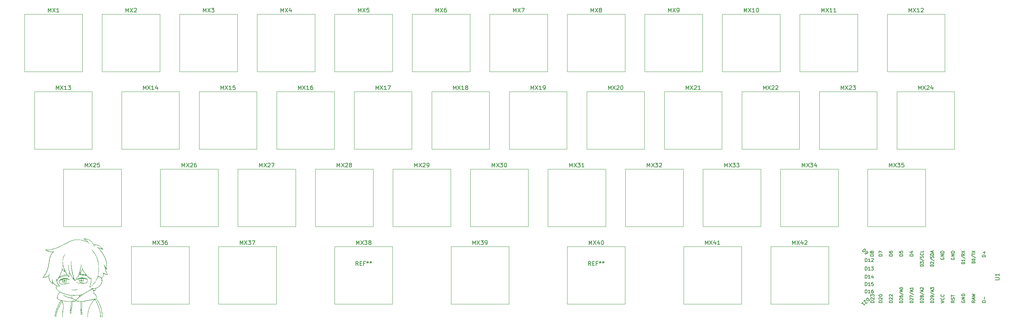
<source format=gbr>
%TF.GenerationSoftware,KiCad,Pcbnew,8.0.8*%
%TF.CreationDate,2025-03-09T23:59:49+01:00*%
%TF.ProjectId,Pancake,50616e63-616b-4652-9e6b-696361645f70,rev?*%
%TF.SameCoordinates,Original*%
%TF.FileFunction,Legend,Top*%
%TF.FilePolarity,Positive*%
%FSLAX46Y46*%
G04 Gerber Fmt 4.6, Leading zero omitted, Abs format (unit mm)*
G04 Created by KiCad (PCBNEW 8.0.8) date 2025-03-09 23:59:49*
%MOMM*%
%LPD*%
G01*
G04 APERTURE LIST*
G04 Aperture macros list*
%AMHorizOval*
0 Thick line with rounded ends*
0 $1 width*
0 $2 $3 position (X,Y) of the first rounded end (center of the circle)*
0 $4 $5 position (X,Y) of the second rounded end (center of the circle)*
0 Add line between two ends*
20,1,$1,$2,$3,$4,$5,0*
0 Add two circle primitives to create the rounded ends*
1,1,$1,$2,$3*
1,1,$1,$4,$5*%
G04 Aperture macros list end*
%ADD10C,0.150000*%
%ADD11C,0.120000*%
%ADD12C,0.000000*%
%ADD13C,1.750000*%
%ADD14C,4.000000*%
%ADD15C,2.500000*%
%ADD16O,1.500000X1.500000*%
%ADD17HorizOval,1.500000X0.000000X0.000000X0.000000X0.000000X0*%
%ADD18C,3.048000*%
%ADD19C,3.987800*%
G04 APERTURE END LIST*
D10*
X99679345Y-45397944D02*
X99679345Y-44397944D01*
X99679345Y-44397944D02*
X100012678Y-45112229D01*
X100012678Y-45112229D02*
X100346011Y-44397944D01*
X100346011Y-44397944D02*
X100346011Y-45397944D01*
X100726964Y-44397944D02*
X101393630Y-45397944D01*
X101393630Y-44397944D02*
X100726964Y-45397944D01*
X102298392Y-45397944D02*
X101726964Y-45397944D01*
X102012678Y-45397944D02*
X102012678Y-44397944D01*
X102012678Y-44397944D02*
X101917440Y-44540801D01*
X101917440Y-44540801D02*
X101822202Y-44636039D01*
X101822202Y-44636039D02*
X101726964Y-44683658D01*
X103155535Y-44397944D02*
X102965059Y-44397944D01*
X102965059Y-44397944D02*
X102869821Y-44445563D01*
X102869821Y-44445563D02*
X102822202Y-44493182D01*
X102822202Y-44493182D02*
X102726964Y-44636039D01*
X102726964Y-44636039D02*
X102679345Y-44826515D01*
X102679345Y-44826515D02*
X102679345Y-45207467D01*
X102679345Y-45207467D02*
X102726964Y-45302705D01*
X102726964Y-45302705D02*
X102774583Y-45350325D01*
X102774583Y-45350325D02*
X102869821Y-45397944D01*
X102869821Y-45397944D02*
X103060297Y-45397944D01*
X103060297Y-45397944D02*
X103155535Y-45350325D01*
X103155535Y-45350325D02*
X103203154Y-45302705D01*
X103203154Y-45302705D02*
X103250773Y-45207467D01*
X103250773Y-45207467D02*
X103250773Y-44969372D01*
X103250773Y-44969372D02*
X103203154Y-44874134D01*
X103203154Y-44874134D02*
X103155535Y-44826515D01*
X103155535Y-44826515D02*
X103060297Y-44778896D01*
X103060297Y-44778896D02*
X102869821Y-44778896D01*
X102869821Y-44778896D02*
X102774583Y-44826515D01*
X102774583Y-44826515D02*
X102726964Y-44874134D01*
X102726964Y-44874134D02*
X102679345Y-44969372D01*
X185404345Y-64447944D02*
X185404345Y-63447944D01*
X185404345Y-63447944D02*
X185737678Y-64162229D01*
X185737678Y-64162229D02*
X186071011Y-63447944D01*
X186071011Y-63447944D02*
X186071011Y-64447944D01*
X186451964Y-63447944D02*
X187118630Y-64447944D01*
X187118630Y-63447944D02*
X186451964Y-64447944D01*
X187404345Y-63447944D02*
X188023392Y-63447944D01*
X188023392Y-63447944D02*
X187690059Y-63828896D01*
X187690059Y-63828896D02*
X187832916Y-63828896D01*
X187832916Y-63828896D02*
X187928154Y-63876515D01*
X187928154Y-63876515D02*
X187975773Y-63924134D01*
X187975773Y-63924134D02*
X188023392Y-64019372D01*
X188023392Y-64019372D02*
X188023392Y-64257467D01*
X188023392Y-64257467D02*
X187975773Y-64352705D01*
X187975773Y-64352705D02*
X187928154Y-64400325D01*
X187928154Y-64400325D02*
X187832916Y-64447944D01*
X187832916Y-64447944D02*
X187547202Y-64447944D01*
X187547202Y-64447944D02*
X187451964Y-64400325D01*
X187451964Y-64400325D02*
X187404345Y-64352705D01*
X188404345Y-63543182D02*
X188451964Y-63495563D01*
X188451964Y-63495563D02*
X188547202Y-63447944D01*
X188547202Y-63447944D02*
X188785297Y-63447944D01*
X188785297Y-63447944D02*
X188880535Y-63495563D01*
X188880535Y-63495563D02*
X188928154Y-63543182D01*
X188928154Y-63543182D02*
X188975773Y-63638420D01*
X188975773Y-63638420D02*
X188975773Y-63733658D01*
X188975773Y-63733658D02*
X188928154Y-63876515D01*
X188928154Y-63876515D02*
X188356726Y-64447944D01*
X188356726Y-64447944D02*
X188975773Y-64447944D01*
X270929069Y-92201904D02*
X271738592Y-92201904D01*
X271738592Y-92201904D02*
X271833830Y-92154285D01*
X271833830Y-92154285D02*
X271881450Y-92106666D01*
X271881450Y-92106666D02*
X271929069Y-92011428D01*
X271929069Y-92011428D02*
X271929069Y-91820952D01*
X271929069Y-91820952D02*
X271881450Y-91725714D01*
X271881450Y-91725714D02*
X271833830Y-91678095D01*
X271833830Y-91678095D02*
X271738592Y-91630476D01*
X271738592Y-91630476D02*
X270929069Y-91630476D01*
X271929069Y-90630476D02*
X271929069Y-91201904D01*
X271929069Y-90916190D02*
X270929069Y-90916190D01*
X270929069Y-90916190D02*
X271071926Y-91011428D01*
X271071926Y-91011428D02*
X271167164Y-91106666D01*
X271167164Y-91106666D02*
X271214783Y-91201904D01*
X241136545Y-97750839D02*
X240336545Y-97750839D01*
X240336545Y-97750839D02*
X240336545Y-97560363D01*
X240336545Y-97560363D02*
X240374640Y-97446077D01*
X240374640Y-97446077D02*
X240450830Y-97369887D01*
X240450830Y-97369887D02*
X240527021Y-97331792D01*
X240527021Y-97331792D02*
X240679402Y-97293696D01*
X240679402Y-97293696D02*
X240793688Y-97293696D01*
X240793688Y-97293696D02*
X240946069Y-97331792D01*
X240946069Y-97331792D02*
X241022259Y-97369887D01*
X241022259Y-97369887D02*
X241098450Y-97446077D01*
X241098450Y-97446077D02*
X241136545Y-97560363D01*
X241136545Y-97560363D02*
X241136545Y-97750839D01*
X240412735Y-96988935D02*
X240374640Y-96950839D01*
X240374640Y-96950839D02*
X240336545Y-96874649D01*
X240336545Y-96874649D02*
X240336545Y-96684173D01*
X240336545Y-96684173D02*
X240374640Y-96607982D01*
X240374640Y-96607982D02*
X240412735Y-96569887D01*
X240412735Y-96569887D02*
X240488926Y-96531792D01*
X240488926Y-96531792D02*
X240565116Y-96531792D01*
X240565116Y-96531792D02*
X240679402Y-96569887D01*
X240679402Y-96569887D02*
X241136545Y-97027030D01*
X241136545Y-97027030D02*
X241136545Y-96531792D01*
X240336545Y-96265125D02*
X240336545Y-95769887D01*
X240336545Y-95769887D02*
X240641307Y-96036553D01*
X240641307Y-96036553D02*
X240641307Y-95922268D01*
X240641307Y-95922268D02*
X240679402Y-95846077D01*
X240679402Y-95846077D02*
X240717497Y-95807982D01*
X240717497Y-95807982D02*
X240793688Y-95769887D01*
X240793688Y-95769887D02*
X240984164Y-95769887D01*
X240984164Y-95769887D02*
X241060354Y-95807982D01*
X241060354Y-95807982D02*
X241098450Y-95846077D01*
X241098450Y-95846077D02*
X241136545Y-95922268D01*
X241136545Y-95922268D02*
X241136545Y-96150839D01*
X241136545Y-96150839D02*
X241098450Y-96227030D01*
X241098450Y-96227030D02*
X241060354Y-96265125D01*
X239013410Y-89802295D02*
X239013410Y-89002295D01*
X239013410Y-89002295D02*
X239203886Y-89002295D01*
X239203886Y-89002295D02*
X239318172Y-89040390D01*
X239318172Y-89040390D02*
X239394362Y-89116580D01*
X239394362Y-89116580D02*
X239432457Y-89192771D01*
X239432457Y-89192771D02*
X239470553Y-89345152D01*
X239470553Y-89345152D02*
X239470553Y-89459438D01*
X239470553Y-89459438D02*
X239432457Y-89611819D01*
X239432457Y-89611819D02*
X239394362Y-89688009D01*
X239394362Y-89688009D02*
X239318172Y-89764200D01*
X239318172Y-89764200D02*
X239203886Y-89802295D01*
X239203886Y-89802295D02*
X239013410Y-89802295D01*
X240232457Y-89802295D02*
X239775314Y-89802295D01*
X240003886Y-89802295D02*
X240003886Y-89002295D01*
X240003886Y-89002295D02*
X239927695Y-89116580D01*
X239927695Y-89116580D02*
X239851505Y-89192771D01*
X239851505Y-89192771D02*
X239775314Y-89230866D01*
X240499124Y-89002295D02*
X240994362Y-89002295D01*
X240994362Y-89002295D02*
X240727696Y-89307057D01*
X240727696Y-89307057D02*
X240841981Y-89307057D01*
X240841981Y-89307057D02*
X240918172Y-89345152D01*
X240918172Y-89345152D02*
X240956267Y-89383247D01*
X240956267Y-89383247D02*
X240994362Y-89459438D01*
X240994362Y-89459438D02*
X240994362Y-89649914D01*
X240994362Y-89649914D02*
X240956267Y-89726104D01*
X240956267Y-89726104D02*
X240918172Y-89764200D01*
X240918172Y-89764200D02*
X240841981Y-89802295D01*
X240841981Y-89802295D02*
X240613410Y-89802295D01*
X240613410Y-89802295D02*
X240537219Y-89764200D01*
X240537219Y-89764200D02*
X240499124Y-89726104D01*
X257576545Y-97865125D02*
X258376545Y-97598458D01*
X258376545Y-97598458D02*
X257576545Y-97331792D01*
X258300354Y-96607982D02*
X258338450Y-96646078D01*
X258338450Y-96646078D02*
X258376545Y-96760363D01*
X258376545Y-96760363D02*
X258376545Y-96836554D01*
X258376545Y-96836554D02*
X258338450Y-96950840D01*
X258338450Y-96950840D02*
X258262259Y-97027030D01*
X258262259Y-97027030D02*
X258186069Y-97065125D01*
X258186069Y-97065125D02*
X258033688Y-97103221D01*
X258033688Y-97103221D02*
X257919402Y-97103221D01*
X257919402Y-97103221D02*
X257767021Y-97065125D01*
X257767021Y-97065125D02*
X257690830Y-97027030D01*
X257690830Y-97027030D02*
X257614640Y-96950840D01*
X257614640Y-96950840D02*
X257576545Y-96836554D01*
X257576545Y-96836554D02*
X257576545Y-96760363D01*
X257576545Y-96760363D02*
X257614640Y-96646078D01*
X257614640Y-96646078D02*
X257652735Y-96607982D01*
X258300354Y-95807982D02*
X258338450Y-95846078D01*
X258338450Y-95846078D02*
X258376545Y-95960363D01*
X258376545Y-95960363D02*
X258376545Y-96036554D01*
X258376545Y-96036554D02*
X258338450Y-96150840D01*
X258338450Y-96150840D02*
X258262259Y-96227030D01*
X258262259Y-96227030D02*
X258186069Y-96265125D01*
X258186069Y-96265125D02*
X258033688Y-96303221D01*
X258033688Y-96303221D02*
X257919402Y-96303221D01*
X257919402Y-96303221D02*
X257767021Y-96265125D01*
X257767021Y-96265125D02*
X257690830Y-96227030D01*
X257690830Y-96227030D02*
X257614640Y-96150840D01*
X257614640Y-96150840D02*
X257576545Y-96036554D01*
X257576545Y-96036554D02*
X257576545Y-95960363D01*
X257576545Y-95960363D02*
X257614640Y-95846078D01*
X257614640Y-95846078D02*
X257652735Y-95807982D01*
X245676545Y-86310112D02*
X244876545Y-86310112D01*
X244876545Y-86310112D02*
X244876545Y-86119636D01*
X244876545Y-86119636D02*
X244914640Y-86005350D01*
X244914640Y-86005350D02*
X244990830Y-85929160D01*
X244990830Y-85929160D02*
X245067021Y-85891065D01*
X245067021Y-85891065D02*
X245219402Y-85852969D01*
X245219402Y-85852969D02*
X245333688Y-85852969D01*
X245333688Y-85852969D02*
X245486069Y-85891065D01*
X245486069Y-85891065D02*
X245562259Y-85929160D01*
X245562259Y-85929160D02*
X245638450Y-86005350D01*
X245638450Y-86005350D02*
X245676545Y-86119636D01*
X245676545Y-86119636D02*
X245676545Y-86310112D01*
X244876545Y-85167255D02*
X244876545Y-85319636D01*
X244876545Y-85319636D02*
X244914640Y-85395827D01*
X244914640Y-85395827D02*
X244952735Y-85433922D01*
X244952735Y-85433922D02*
X245067021Y-85510112D01*
X245067021Y-85510112D02*
X245219402Y-85548208D01*
X245219402Y-85548208D02*
X245524164Y-85548208D01*
X245524164Y-85548208D02*
X245600354Y-85510112D01*
X245600354Y-85510112D02*
X245638450Y-85472017D01*
X245638450Y-85472017D02*
X245676545Y-85395827D01*
X245676545Y-85395827D02*
X245676545Y-85243446D01*
X245676545Y-85243446D02*
X245638450Y-85167255D01*
X245638450Y-85167255D02*
X245600354Y-85129160D01*
X245600354Y-85129160D02*
X245524164Y-85091065D01*
X245524164Y-85091065D02*
X245333688Y-85091065D01*
X245333688Y-85091065D02*
X245257497Y-85129160D01*
X245257497Y-85129160D02*
X245219402Y-85167255D01*
X245219402Y-85167255D02*
X245181307Y-85243446D01*
X245181307Y-85243446D02*
X245181307Y-85395827D01*
X245181307Y-85395827D02*
X245219402Y-85472017D01*
X245219402Y-85472017D02*
X245257497Y-85510112D01*
X245257497Y-85510112D02*
X245333688Y-85548208D01*
X239496343Y-96605543D02*
X240062028Y-97171229D01*
X240062028Y-97171229D02*
X239927341Y-97305916D01*
X239927341Y-97305916D02*
X239819592Y-97359790D01*
X239819592Y-97359790D02*
X239711842Y-97359790D01*
X239711842Y-97359790D02*
X239631030Y-97332853D01*
X239631030Y-97332853D02*
X239496343Y-97252041D01*
X239496343Y-97252041D02*
X239415531Y-97171229D01*
X239415531Y-97171229D02*
X239334719Y-97036542D01*
X239334719Y-97036542D02*
X239307781Y-96955729D01*
X239307781Y-96955729D02*
X239307781Y-96847980D01*
X239307781Y-96847980D02*
X239361656Y-96740230D01*
X239361656Y-96740230D02*
X239496343Y-96605543D01*
X239469406Y-97656102D02*
X239469406Y-97709977D01*
X239469406Y-97709977D02*
X239442468Y-97790789D01*
X239442468Y-97790789D02*
X239307781Y-97925476D01*
X239307781Y-97925476D02*
X239226969Y-97952413D01*
X239226969Y-97952413D02*
X239173094Y-97952413D01*
X239173094Y-97952413D02*
X239092282Y-97925476D01*
X239092282Y-97925476D02*
X239038407Y-97871601D01*
X239038407Y-97871601D02*
X238984532Y-97763851D01*
X238984532Y-97763851D02*
X238984532Y-97117354D01*
X238984532Y-97117354D02*
X238634346Y-97467540D01*
X238095598Y-98006288D02*
X238418847Y-97683039D01*
X238257222Y-97844664D02*
X238822908Y-98410349D01*
X238822908Y-98410349D02*
X238795970Y-98275662D01*
X238795970Y-98275662D02*
X238795970Y-98167913D01*
X238795970Y-98167913D02*
X238822908Y-98087100D01*
X255813164Y-88838684D02*
X255013164Y-88838684D01*
X255013164Y-88838684D02*
X255013164Y-88672017D01*
X255013164Y-88672017D02*
X255051259Y-88572017D01*
X255051259Y-88572017D02*
X255127449Y-88505351D01*
X255127449Y-88505351D02*
X255203640Y-88472017D01*
X255203640Y-88472017D02*
X255356021Y-88438684D01*
X255356021Y-88438684D02*
X255470307Y-88438684D01*
X255470307Y-88438684D02*
X255622688Y-88472017D01*
X255622688Y-88472017D02*
X255698878Y-88505351D01*
X255698878Y-88505351D02*
X255775069Y-88572017D01*
X255775069Y-88572017D02*
X255813164Y-88672017D01*
X255813164Y-88672017D02*
X255813164Y-88838684D01*
X255089354Y-88172017D02*
X255051259Y-88138684D01*
X255051259Y-88138684D02*
X255013164Y-88072017D01*
X255013164Y-88072017D02*
X255013164Y-87905351D01*
X255013164Y-87905351D02*
X255051259Y-87838684D01*
X255051259Y-87838684D02*
X255089354Y-87805351D01*
X255089354Y-87805351D02*
X255165545Y-87772017D01*
X255165545Y-87772017D02*
X255241735Y-87772017D01*
X255241735Y-87772017D02*
X255356021Y-87805351D01*
X255356021Y-87805351D02*
X255813164Y-88205351D01*
X255813164Y-88205351D02*
X255813164Y-87772017D01*
X254975069Y-86972017D02*
X256003640Y-87572017D01*
X255775069Y-86772017D02*
X255813164Y-86672017D01*
X255813164Y-86672017D02*
X255813164Y-86505351D01*
X255813164Y-86505351D02*
X255775069Y-86438684D01*
X255775069Y-86438684D02*
X255736973Y-86405351D01*
X255736973Y-86405351D02*
X255660783Y-86372017D01*
X255660783Y-86372017D02*
X255584592Y-86372017D01*
X255584592Y-86372017D02*
X255508402Y-86405351D01*
X255508402Y-86405351D02*
X255470307Y-86438684D01*
X255470307Y-86438684D02*
X255432211Y-86505351D01*
X255432211Y-86505351D02*
X255394116Y-86638684D01*
X255394116Y-86638684D02*
X255356021Y-86705351D01*
X255356021Y-86705351D02*
X255317926Y-86738684D01*
X255317926Y-86738684D02*
X255241735Y-86772017D01*
X255241735Y-86772017D02*
X255165545Y-86772017D01*
X255165545Y-86772017D02*
X255089354Y-86738684D01*
X255089354Y-86738684D02*
X255051259Y-86705351D01*
X255051259Y-86705351D02*
X255013164Y-86638684D01*
X255013164Y-86638684D02*
X255013164Y-86472017D01*
X255013164Y-86472017D02*
X255051259Y-86372017D01*
X255813164Y-86072017D02*
X255013164Y-86072017D01*
X255013164Y-86072017D02*
X255013164Y-85905350D01*
X255013164Y-85905350D02*
X255051259Y-85805350D01*
X255051259Y-85805350D02*
X255127449Y-85738684D01*
X255127449Y-85738684D02*
X255203640Y-85705350D01*
X255203640Y-85705350D02*
X255356021Y-85672017D01*
X255356021Y-85672017D02*
X255470307Y-85672017D01*
X255470307Y-85672017D02*
X255622688Y-85705350D01*
X255622688Y-85705350D02*
X255698878Y-85738684D01*
X255698878Y-85738684D02*
X255775069Y-85805350D01*
X255775069Y-85805350D02*
X255813164Y-85905350D01*
X255813164Y-85905350D02*
X255813164Y-86072017D01*
X255584592Y-85405350D02*
X255584592Y-85072017D01*
X255813164Y-85472017D02*
X255013164Y-85238684D01*
X255013164Y-85238684D02*
X255813164Y-85005350D01*
X238285541Y-85091654D02*
X238851227Y-84525969D01*
X238851227Y-84525969D02*
X238985914Y-84660656D01*
X238985914Y-84660656D02*
X239039789Y-84768405D01*
X239039789Y-84768405D02*
X239039789Y-84876155D01*
X239039789Y-84876155D02*
X239012851Y-84956967D01*
X239012851Y-84956967D02*
X238932039Y-85091654D01*
X238932039Y-85091654D02*
X238851227Y-85172466D01*
X238851227Y-85172466D02*
X238716540Y-85253279D01*
X238716540Y-85253279D02*
X238635728Y-85280216D01*
X238635728Y-85280216D02*
X238527978Y-85280216D01*
X238527978Y-85280216D02*
X238420228Y-85226341D01*
X238420228Y-85226341D02*
X238285541Y-85091654D01*
X238878164Y-85684277D02*
X238985914Y-85792027D01*
X238985914Y-85792027D02*
X239066726Y-85818964D01*
X239066726Y-85818964D02*
X239120601Y-85818964D01*
X239120601Y-85818964D02*
X239255288Y-85792027D01*
X239255288Y-85792027D02*
X239389975Y-85711214D01*
X239389975Y-85711214D02*
X239605474Y-85495715D01*
X239605474Y-85495715D02*
X239632411Y-85414903D01*
X239632411Y-85414903D02*
X239632411Y-85361028D01*
X239632411Y-85361028D02*
X239605474Y-85280216D01*
X239605474Y-85280216D02*
X239497724Y-85172466D01*
X239497724Y-85172466D02*
X239416912Y-85145529D01*
X239416912Y-85145529D02*
X239363037Y-85145529D01*
X239363037Y-85145529D02*
X239282225Y-85172466D01*
X239282225Y-85172466D02*
X239147538Y-85307153D01*
X239147538Y-85307153D02*
X239120601Y-85387966D01*
X239120601Y-85387966D02*
X239120601Y-85441840D01*
X239120601Y-85441840D02*
X239147538Y-85522653D01*
X239147538Y-85522653D02*
X239255288Y-85630402D01*
X239255288Y-85630402D02*
X239336100Y-85657340D01*
X239336100Y-85657340D02*
X239389975Y-85657340D01*
X239389975Y-85657340D02*
X239470787Y-85630402D01*
X243136545Y-97750839D02*
X242336545Y-97750839D01*
X242336545Y-97750839D02*
X242336545Y-97560363D01*
X242336545Y-97560363D02*
X242374640Y-97446077D01*
X242374640Y-97446077D02*
X242450830Y-97369887D01*
X242450830Y-97369887D02*
X242527021Y-97331792D01*
X242527021Y-97331792D02*
X242679402Y-97293696D01*
X242679402Y-97293696D02*
X242793688Y-97293696D01*
X242793688Y-97293696D02*
X242946069Y-97331792D01*
X242946069Y-97331792D02*
X243022259Y-97369887D01*
X243022259Y-97369887D02*
X243098450Y-97446077D01*
X243098450Y-97446077D02*
X243136545Y-97560363D01*
X243136545Y-97560363D02*
X243136545Y-97750839D01*
X242412735Y-96988935D02*
X242374640Y-96950839D01*
X242374640Y-96950839D02*
X242336545Y-96874649D01*
X242336545Y-96874649D02*
X242336545Y-96684173D01*
X242336545Y-96684173D02*
X242374640Y-96607982D01*
X242374640Y-96607982D02*
X242412735Y-96569887D01*
X242412735Y-96569887D02*
X242488926Y-96531792D01*
X242488926Y-96531792D02*
X242565116Y-96531792D01*
X242565116Y-96531792D02*
X242679402Y-96569887D01*
X242679402Y-96569887D02*
X243136545Y-97027030D01*
X243136545Y-97027030D02*
X243136545Y-96531792D01*
X242336545Y-96036553D02*
X242336545Y-95960363D01*
X242336545Y-95960363D02*
X242374640Y-95884172D01*
X242374640Y-95884172D02*
X242412735Y-95846077D01*
X242412735Y-95846077D02*
X242488926Y-95807982D01*
X242488926Y-95807982D02*
X242641307Y-95769887D01*
X242641307Y-95769887D02*
X242831783Y-95769887D01*
X242831783Y-95769887D02*
X242984164Y-95807982D01*
X242984164Y-95807982D02*
X243060354Y-95846077D01*
X243060354Y-95846077D02*
X243098450Y-95884172D01*
X243098450Y-95884172D02*
X243136545Y-95960363D01*
X243136545Y-95960363D02*
X243136545Y-96036553D01*
X243136545Y-96036553D02*
X243098450Y-96112744D01*
X243098450Y-96112744D02*
X243060354Y-96150839D01*
X243060354Y-96150839D02*
X242984164Y-96188934D01*
X242984164Y-96188934D02*
X242831783Y-96227030D01*
X242831783Y-96227030D02*
X242641307Y-96227030D01*
X242641307Y-96227030D02*
X242488926Y-96188934D01*
X242488926Y-96188934D02*
X242412735Y-96150839D01*
X242412735Y-96150839D02*
X242374640Y-96112744D01*
X242374640Y-96112744D02*
X242336545Y-96036553D01*
X239013410Y-91802295D02*
X239013410Y-91002295D01*
X239013410Y-91002295D02*
X239203886Y-91002295D01*
X239203886Y-91002295D02*
X239318172Y-91040390D01*
X239318172Y-91040390D02*
X239394362Y-91116580D01*
X239394362Y-91116580D02*
X239432457Y-91192771D01*
X239432457Y-91192771D02*
X239470553Y-91345152D01*
X239470553Y-91345152D02*
X239470553Y-91459438D01*
X239470553Y-91459438D02*
X239432457Y-91611819D01*
X239432457Y-91611819D02*
X239394362Y-91688009D01*
X239394362Y-91688009D02*
X239318172Y-91764200D01*
X239318172Y-91764200D02*
X239203886Y-91802295D01*
X239203886Y-91802295D02*
X239013410Y-91802295D01*
X240232457Y-91802295D02*
X239775314Y-91802295D01*
X240003886Y-91802295D02*
X240003886Y-91002295D01*
X240003886Y-91002295D02*
X239927695Y-91116580D01*
X239927695Y-91116580D02*
X239851505Y-91192771D01*
X239851505Y-91192771D02*
X239775314Y-91230866D01*
X240918172Y-91268961D02*
X240918172Y-91802295D01*
X240727696Y-90964200D02*
X240537219Y-91535628D01*
X240537219Y-91535628D02*
X241032458Y-91535628D01*
X265996545Y-97293696D02*
X265615592Y-97560363D01*
X265996545Y-97750839D02*
X265196545Y-97750839D01*
X265196545Y-97750839D02*
X265196545Y-97446077D01*
X265196545Y-97446077D02*
X265234640Y-97369887D01*
X265234640Y-97369887D02*
X265272735Y-97331792D01*
X265272735Y-97331792D02*
X265348926Y-97293696D01*
X265348926Y-97293696D02*
X265463211Y-97293696D01*
X265463211Y-97293696D02*
X265539402Y-97331792D01*
X265539402Y-97331792D02*
X265577497Y-97369887D01*
X265577497Y-97369887D02*
X265615592Y-97446077D01*
X265615592Y-97446077D02*
X265615592Y-97750839D01*
X265767973Y-96988935D02*
X265767973Y-96607982D01*
X265996545Y-97065125D02*
X265196545Y-96798458D01*
X265196545Y-96798458D02*
X265996545Y-96531792D01*
X265196545Y-96341316D02*
X265996545Y-96150840D01*
X265996545Y-96150840D02*
X265425116Y-95998459D01*
X265425116Y-95998459D02*
X265996545Y-95846078D01*
X265996545Y-95846078D02*
X265196545Y-95655602D01*
X263456545Y-88238684D02*
X262656545Y-88238684D01*
X262656545Y-88238684D02*
X262656545Y-88072017D01*
X262656545Y-88072017D02*
X262694640Y-87972017D01*
X262694640Y-87972017D02*
X262770830Y-87905351D01*
X262770830Y-87905351D02*
X262847021Y-87872017D01*
X262847021Y-87872017D02*
X262999402Y-87838684D01*
X262999402Y-87838684D02*
X263113688Y-87838684D01*
X263113688Y-87838684D02*
X263266069Y-87872017D01*
X263266069Y-87872017D02*
X263342259Y-87905351D01*
X263342259Y-87905351D02*
X263418450Y-87972017D01*
X263418450Y-87972017D02*
X263456545Y-88072017D01*
X263456545Y-88072017D02*
X263456545Y-88238684D01*
X263456545Y-87172017D02*
X263456545Y-87572017D01*
X263456545Y-87372017D02*
X262656545Y-87372017D01*
X262656545Y-87372017D02*
X262770830Y-87438684D01*
X262770830Y-87438684D02*
X262847021Y-87505351D01*
X262847021Y-87505351D02*
X262885116Y-87572017D01*
X262618450Y-86372017D02*
X263647021Y-86972017D01*
X263456545Y-85738684D02*
X263075592Y-85972017D01*
X263456545Y-86138684D02*
X262656545Y-86138684D01*
X262656545Y-86138684D02*
X262656545Y-85872017D01*
X262656545Y-85872017D02*
X262694640Y-85805351D01*
X262694640Y-85805351D02*
X262732735Y-85772017D01*
X262732735Y-85772017D02*
X262808926Y-85738684D01*
X262808926Y-85738684D02*
X262923211Y-85738684D01*
X262923211Y-85738684D02*
X262999402Y-85772017D01*
X262999402Y-85772017D02*
X263037497Y-85805351D01*
X263037497Y-85805351D02*
X263075592Y-85872017D01*
X263075592Y-85872017D02*
X263075592Y-86138684D01*
X262656545Y-85505351D02*
X263456545Y-85038684D01*
X262656545Y-85038684D02*
X263456545Y-85505351D01*
X268536545Y-97750839D02*
X267736545Y-97750839D01*
X267736545Y-97750839D02*
X267736545Y-97560363D01*
X267736545Y-97560363D02*
X267774640Y-97446077D01*
X267774640Y-97446077D02*
X267850830Y-97369887D01*
X267850830Y-97369887D02*
X267927021Y-97331792D01*
X267927021Y-97331792D02*
X268079402Y-97293696D01*
X268079402Y-97293696D02*
X268193688Y-97293696D01*
X268193688Y-97293696D02*
X268346069Y-97331792D01*
X268346069Y-97331792D02*
X268422259Y-97369887D01*
X268422259Y-97369887D02*
X268498450Y-97446077D01*
X268498450Y-97446077D02*
X268536545Y-97560363D01*
X268536545Y-97560363D02*
X268536545Y-97750839D01*
X268231783Y-96950839D02*
X268231783Y-96341316D01*
X248216545Y-97774649D02*
X247416545Y-97774649D01*
X247416545Y-97774649D02*
X247416545Y-97607982D01*
X247416545Y-97607982D02*
X247454640Y-97507982D01*
X247454640Y-97507982D02*
X247530830Y-97441316D01*
X247530830Y-97441316D02*
X247607021Y-97407982D01*
X247607021Y-97407982D02*
X247759402Y-97374649D01*
X247759402Y-97374649D02*
X247873688Y-97374649D01*
X247873688Y-97374649D02*
X248026069Y-97407982D01*
X248026069Y-97407982D02*
X248102259Y-97441316D01*
X248102259Y-97441316D02*
X248178450Y-97507982D01*
X248178450Y-97507982D02*
X248216545Y-97607982D01*
X248216545Y-97607982D02*
X248216545Y-97774649D01*
X247492735Y-97107982D02*
X247454640Y-97074649D01*
X247454640Y-97074649D02*
X247416545Y-97007982D01*
X247416545Y-97007982D02*
X247416545Y-96841316D01*
X247416545Y-96841316D02*
X247454640Y-96774649D01*
X247454640Y-96774649D02*
X247492735Y-96741316D01*
X247492735Y-96741316D02*
X247568926Y-96707982D01*
X247568926Y-96707982D02*
X247645116Y-96707982D01*
X247645116Y-96707982D02*
X247759402Y-96741316D01*
X247759402Y-96741316D02*
X248216545Y-97141316D01*
X248216545Y-97141316D02*
X248216545Y-96707982D01*
X247416545Y-96107982D02*
X247416545Y-96241315D01*
X247416545Y-96241315D02*
X247454640Y-96307982D01*
X247454640Y-96307982D02*
X247492735Y-96341315D01*
X247492735Y-96341315D02*
X247607021Y-96407982D01*
X247607021Y-96407982D02*
X247759402Y-96441315D01*
X247759402Y-96441315D02*
X248064164Y-96441315D01*
X248064164Y-96441315D02*
X248140354Y-96407982D01*
X248140354Y-96407982D02*
X248178450Y-96374649D01*
X248178450Y-96374649D02*
X248216545Y-96307982D01*
X248216545Y-96307982D02*
X248216545Y-96174649D01*
X248216545Y-96174649D02*
X248178450Y-96107982D01*
X248178450Y-96107982D02*
X248140354Y-96074649D01*
X248140354Y-96074649D02*
X248064164Y-96041315D01*
X248064164Y-96041315D02*
X247873688Y-96041315D01*
X247873688Y-96041315D02*
X247797497Y-96074649D01*
X247797497Y-96074649D02*
X247759402Y-96107982D01*
X247759402Y-96107982D02*
X247721307Y-96174649D01*
X247721307Y-96174649D02*
X247721307Y-96307982D01*
X247721307Y-96307982D02*
X247759402Y-96374649D01*
X247759402Y-96374649D02*
X247797497Y-96407982D01*
X247797497Y-96407982D02*
X247873688Y-96441315D01*
X247378450Y-95241315D02*
X248407021Y-95841315D01*
X247987973Y-95041315D02*
X247987973Y-94707982D01*
X248216545Y-95107982D02*
X247416545Y-94874649D01*
X247416545Y-94874649D02*
X248216545Y-94641315D01*
X247416545Y-94274649D02*
X247416545Y-94207982D01*
X247416545Y-94207982D02*
X247454640Y-94141315D01*
X247454640Y-94141315D02*
X247492735Y-94107982D01*
X247492735Y-94107982D02*
X247568926Y-94074649D01*
X247568926Y-94074649D02*
X247721307Y-94041315D01*
X247721307Y-94041315D02*
X247911783Y-94041315D01*
X247911783Y-94041315D02*
X248064164Y-94074649D01*
X248064164Y-94074649D02*
X248140354Y-94107982D01*
X248140354Y-94107982D02*
X248178450Y-94141315D01*
X248178450Y-94141315D02*
X248216545Y-94207982D01*
X248216545Y-94207982D02*
X248216545Y-94274649D01*
X248216545Y-94274649D02*
X248178450Y-94341315D01*
X248178450Y-94341315D02*
X248140354Y-94374649D01*
X248140354Y-94374649D02*
X248064164Y-94407982D01*
X248064164Y-94407982D02*
X247911783Y-94441315D01*
X247911783Y-94441315D02*
X247721307Y-94441315D01*
X247721307Y-94441315D02*
X247568926Y-94407982D01*
X247568926Y-94407982D02*
X247492735Y-94374649D01*
X247492735Y-94374649D02*
X247454640Y-94341315D01*
X247454640Y-94341315D02*
X247416545Y-94274649D01*
X260916545Y-97293696D02*
X260535592Y-97560363D01*
X260916545Y-97750839D02*
X260116545Y-97750839D01*
X260116545Y-97750839D02*
X260116545Y-97446077D01*
X260116545Y-97446077D02*
X260154640Y-97369887D01*
X260154640Y-97369887D02*
X260192735Y-97331792D01*
X260192735Y-97331792D02*
X260268926Y-97293696D01*
X260268926Y-97293696D02*
X260383211Y-97293696D01*
X260383211Y-97293696D02*
X260459402Y-97331792D01*
X260459402Y-97331792D02*
X260497497Y-97369887D01*
X260497497Y-97369887D02*
X260535592Y-97446077D01*
X260535592Y-97446077D02*
X260535592Y-97750839D01*
X260878450Y-96988935D02*
X260916545Y-96874649D01*
X260916545Y-96874649D02*
X260916545Y-96684173D01*
X260916545Y-96684173D02*
X260878450Y-96607982D01*
X260878450Y-96607982D02*
X260840354Y-96569887D01*
X260840354Y-96569887D02*
X260764164Y-96531792D01*
X260764164Y-96531792D02*
X260687973Y-96531792D01*
X260687973Y-96531792D02*
X260611783Y-96569887D01*
X260611783Y-96569887D02*
X260573688Y-96607982D01*
X260573688Y-96607982D02*
X260535592Y-96684173D01*
X260535592Y-96684173D02*
X260497497Y-96836554D01*
X260497497Y-96836554D02*
X260459402Y-96912744D01*
X260459402Y-96912744D02*
X260421307Y-96950839D01*
X260421307Y-96950839D02*
X260345116Y-96988935D01*
X260345116Y-96988935D02*
X260268926Y-96988935D01*
X260268926Y-96988935D02*
X260192735Y-96950839D01*
X260192735Y-96950839D02*
X260154640Y-96912744D01*
X260154640Y-96912744D02*
X260116545Y-96836554D01*
X260116545Y-96836554D02*
X260116545Y-96646077D01*
X260116545Y-96646077D02*
X260154640Y-96531792D01*
X260116545Y-96303220D02*
X260116545Y-95846077D01*
X260916545Y-96074649D02*
X260116545Y-96074649D01*
X239013410Y-95402295D02*
X239013410Y-94602295D01*
X239013410Y-94602295D02*
X239203886Y-94602295D01*
X239203886Y-94602295D02*
X239318172Y-94640390D01*
X239318172Y-94640390D02*
X239394362Y-94716580D01*
X239394362Y-94716580D02*
X239432457Y-94792771D01*
X239432457Y-94792771D02*
X239470553Y-94945152D01*
X239470553Y-94945152D02*
X239470553Y-95059438D01*
X239470553Y-95059438D02*
X239432457Y-95211819D01*
X239432457Y-95211819D02*
X239394362Y-95288009D01*
X239394362Y-95288009D02*
X239318172Y-95364200D01*
X239318172Y-95364200D02*
X239203886Y-95402295D01*
X239203886Y-95402295D02*
X239013410Y-95402295D01*
X240232457Y-95402295D02*
X239775314Y-95402295D01*
X240003886Y-95402295D02*
X240003886Y-94602295D01*
X240003886Y-94602295D02*
X239927695Y-94716580D01*
X239927695Y-94716580D02*
X239851505Y-94792771D01*
X239851505Y-94792771D02*
X239775314Y-94830866D01*
X240918172Y-94602295D02*
X240765791Y-94602295D01*
X240765791Y-94602295D02*
X240689600Y-94640390D01*
X240689600Y-94640390D02*
X240651505Y-94678485D01*
X240651505Y-94678485D02*
X240575315Y-94792771D01*
X240575315Y-94792771D02*
X240537219Y-94945152D01*
X240537219Y-94945152D02*
X240537219Y-95249914D01*
X240537219Y-95249914D02*
X240575315Y-95326104D01*
X240575315Y-95326104D02*
X240613410Y-95364200D01*
X240613410Y-95364200D02*
X240689600Y-95402295D01*
X240689600Y-95402295D02*
X240841981Y-95402295D01*
X240841981Y-95402295D02*
X240918172Y-95364200D01*
X240918172Y-95364200D02*
X240956267Y-95326104D01*
X240956267Y-95326104D02*
X240994362Y-95249914D01*
X240994362Y-95249914D02*
X240994362Y-95059438D01*
X240994362Y-95059438D02*
X240956267Y-94983247D01*
X240956267Y-94983247D02*
X240918172Y-94945152D01*
X240918172Y-94945152D02*
X240841981Y-94907057D01*
X240841981Y-94907057D02*
X240689600Y-94907057D01*
X240689600Y-94907057D02*
X240613410Y-94945152D01*
X240613410Y-94945152D02*
X240575315Y-94983247D01*
X240575315Y-94983247D02*
X240537219Y-95059438D01*
X250756545Y-86310112D02*
X249956545Y-86310112D01*
X249956545Y-86310112D02*
X249956545Y-86119636D01*
X249956545Y-86119636D02*
X249994640Y-86005350D01*
X249994640Y-86005350D02*
X250070830Y-85929160D01*
X250070830Y-85929160D02*
X250147021Y-85891065D01*
X250147021Y-85891065D02*
X250299402Y-85852969D01*
X250299402Y-85852969D02*
X250413688Y-85852969D01*
X250413688Y-85852969D02*
X250566069Y-85891065D01*
X250566069Y-85891065D02*
X250642259Y-85929160D01*
X250642259Y-85929160D02*
X250718450Y-86005350D01*
X250718450Y-86005350D02*
X250756545Y-86119636D01*
X250756545Y-86119636D02*
X250756545Y-86310112D01*
X250223211Y-85167255D02*
X250756545Y-85167255D01*
X249918450Y-85357731D02*
X250489878Y-85548208D01*
X250489878Y-85548208D02*
X250489878Y-85052969D01*
X239013410Y-93602295D02*
X239013410Y-92802295D01*
X239013410Y-92802295D02*
X239203886Y-92802295D01*
X239203886Y-92802295D02*
X239318172Y-92840390D01*
X239318172Y-92840390D02*
X239394362Y-92916580D01*
X239394362Y-92916580D02*
X239432457Y-92992771D01*
X239432457Y-92992771D02*
X239470553Y-93145152D01*
X239470553Y-93145152D02*
X239470553Y-93259438D01*
X239470553Y-93259438D02*
X239432457Y-93411819D01*
X239432457Y-93411819D02*
X239394362Y-93488009D01*
X239394362Y-93488009D02*
X239318172Y-93564200D01*
X239318172Y-93564200D02*
X239203886Y-93602295D01*
X239203886Y-93602295D02*
X239013410Y-93602295D01*
X240232457Y-93602295D02*
X239775314Y-93602295D01*
X240003886Y-93602295D02*
X240003886Y-92802295D01*
X240003886Y-92802295D02*
X239927695Y-92916580D01*
X239927695Y-92916580D02*
X239851505Y-92992771D01*
X239851505Y-92992771D02*
X239775314Y-93030866D01*
X240956267Y-92802295D02*
X240575315Y-92802295D01*
X240575315Y-92802295D02*
X240537219Y-93183247D01*
X240537219Y-93183247D02*
X240575315Y-93145152D01*
X240575315Y-93145152D02*
X240651505Y-93107057D01*
X240651505Y-93107057D02*
X240841981Y-93107057D01*
X240841981Y-93107057D02*
X240918172Y-93145152D01*
X240918172Y-93145152D02*
X240956267Y-93183247D01*
X240956267Y-93183247D02*
X240994362Y-93259438D01*
X240994362Y-93259438D02*
X240994362Y-93449914D01*
X240994362Y-93449914D02*
X240956267Y-93526104D01*
X240956267Y-93526104D02*
X240918172Y-93564200D01*
X240918172Y-93564200D02*
X240841981Y-93602295D01*
X240841981Y-93602295D02*
X240651505Y-93602295D01*
X240651505Y-93602295D02*
X240575315Y-93564200D01*
X240575315Y-93564200D02*
X240537219Y-93526104D01*
X257594640Y-86767255D02*
X257556545Y-86843445D01*
X257556545Y-86843445D02*
X257556545Y-86957731D01*
X257556545Y-86957731D02*
X257594640Y-87072017D01*
X257594640Y-87072017D02*
X257670830Y-87148207D01*
X257670830Y-87148207D02*
X257747021Y-87186302D01*
X257747021Y-87186302D02*
X257899402Y-87224398D01*
X257899402Y-87224398D02*
X258013688Y-87224398D01*
X258013688Y-87224398D02*
X258166069Y-87186302D01*
X258166069Y-87186302D02*
X258242259Y-87148207D01*
X258242259Y-87148207D02*
X258318450Y-87072017D01*
X258318450Y-87072017D02*
X258356545Y-86957731D01*
X258356545Y-86957731D02*
X258356545Y-86881540D01*
X258356545Y-86881540D02*
X258318450Y-86767255D01*
X258318450Y-86767255D02*
X258280354Y-86729159D01*
X258280354Y-86729159D02*
X258013688Y-86729159D01*
X258013688Y-86729159D02*
X258013688Y-86881540D01*
X258356545Y-86386302D02*
X257556545Y-86386302D01*
X257556545Y-86386302D02*
X258356545Y-85929159D01*
X258356545Y-85929159D02*
X257556545Y-85929159D01*
X258356545Y-85548207D02*
X257556545Y-85548207D01*
X257556545Y-85548207D02*
X257556545Y-85357731D01*
X257556545Y-85357731D02*
X257594640Y-85243445D01*
X257594640Y-85243445D02*
X257670830Y-85167255D01*
X257670830Y-85167255D02*
X257747021Y-85129160D01*
X257747021Y-85129160D02*
X257899402Y-85091064D01*
X257899402Y-85091064D02*
X258013688Y-85091064D01*
X258013688Y-85091064D02*
X258166069Y-85129160D01*
X258166069Y-85129160D02*
X258242259Y-85167255D01*
X258242259Y-85167255D02*
X258318450Y-85243445D01*
X258318450Y-85243445D02*
X258356545Y-85357731D01*
X258356545Y-85357731D02*
X258356545Y-85548207D01*
X239013410Y-87702295D02*
X239013410Y-86902295D01*
X239013410Y-86902295D02*
X239203886Y-86902295D01*
X239203886Y-86902295D02*
X239318172Y-86940390D01*
X239318172Y-86940390D02*
X239394362Y-87016580D01*
X239394362Y-87016580D02*
X239432457Y-87092771D01*
X239432457Y-87092771D02*
X239470553Y-87245152D01*
X239470553Y-87245152D02*
X239470553Y-87359438D01*
X239470553Y-87359438D02*
X239432457Y-87511819D01*
X239432457Y-87511819D02*
X239394362Y-87588009D01*
X239394362Y-87588009D02*
X239318172Y-87664200D01*
X239318172Y-87664200D02*
X239203886Y-87702295D01*
X239203886Y-87702295D02*
X239013410Y-87702295D01*
X240232457Y-87702295D02*
X239775314Y-87702295D01*
X240003886Y-87702295D02*
X240003886Y-86902295D01*
X240003886Y-86902295D02*
X239927695Y-87016580D01*
X239927695Y-87016580D02*
X239851505Y-87092771D01*
X239851505Y-87092771D02*
X239775314Y-87130866D01*
X240537219Y-86978485D02*
X240575315Y-86940390D01*
X240575315Y-86940390D02*
X240651505Y-86902295D01*
X240651505Y-86902295D02*
X240841981Y-86902295D01*
X240841981Y-86902295D02*
X240918172Y-86940390D01*
X240918172Y-86940390D02*
X240956267Y-86978485D01*
X240956267Y-86978485D02*
X240994362Y-87054676D01*
X240994362Y-87054676D02*
X240994362Y-87130866D01*
X240994362Y-87130866D02*
X240956267Y-87245152D01*
X240956267Y-87245152D02*
X240499124Y-87702295D01*
X240499124Y-87702295D02*
X240994362Y-87702295D01*
X253296545Y-88805351D02*
X252496545Y-88805351D01*
X252496545Y-88805351D02*
X252496545Y-88638684D01*
X252496545Y-88638684D02*
X252534640Y-88538684D01*
X252534640Y-88538684D02*
X252610830Y-88472018D01*
X252610830Y-88472018D02*
X252687021Y-88438684D01*
X252687021Y-88438684D02*
X252839402Y-88405351D01*
X252839402Y-88405351D02*
X252953688Y-88405351D01*
X252953688Y-88405351D02*
X253106069Y-88438684D01*
X253106069Y-88438684D02*
X253182259Y-88472018D01*
X253182259Y-88472018D02*
X253258450Y-88538684D01*
X253258450Y-88538684D02*
X253296545Y-88638684D01*
X253296545Y-88638684D02*
X253296545Y-88805351D01*
X252496545Y-88172018D02*
X252496545Y-87738684D01*
X252496545Y-87738684D02*
X252801307Y-87972018D01*
X252801307Y-87972018D02*
X252801307Y-87872018D01*
X252801307Y-87872018D02*
X252839402Y-87805351D01*
X252839402Y-87805351D02*
X252877497Y-87772018D01*
X252877497Y-87772018D02*
X252953688Y-87738684D01*
X252953688Y-87738684D02*
X253144164Y-87738684D01*
X253144164Y-87738684D02*
X253220354Y-87772018D01*
X253220354Y-87772018D02*
X253258450Y-87805351D01*
X253258450Y-87805351D02*
X253296545Y-87872018D01*
X253296545Y-87872018D02*
X253296545Y-88072018D01*
X253296545Y-88072018D02*
X253258450Y-88138684D01*
X253258450Y-88138684D02*
X253220354Y-88172018D01*
X252458450Y-86938684D02*
X253487021Y-87538684D01*
X253258450Y-86738684D02*
X253296545Y-86638684D01*
X253296545Y-86638684D02*
X253296545Y-86472018D01*
X253296545Y-86472018D02*
X253258450Y-86405351D01*
X253258450Y-86405351D02*
X253220354Y-86372018D01*
X253220354Y-86372018D02*
X253144164Y-86338684D01*
X253144164Y-86338684D02*
X253067973Y-86338684D01*
X253067973Y-86338684D02*
X252991783Y-86372018D01*
X252991783Y-86372018D02*
X252953688Y-86405351D01*
X252953688Y-86405351D02*
X252915592Y-86472018D01*
X252915592Y-86472018D02*
X252877497Y-86605351D01*
X252877497Y-86605351D02*
X252839402Y-86672018D01*
X252839402Y-86672018D02*
X252801307Y-86705351D01*
X252801307Y-86705351D02*
X252725116Y-86738684D01*
X252725116Y-86738684D02*
X252648926Y-86738684D01*
X252648926Y-86738684D02*
X252572735Y-86705351D01*
X252572735Y-86705351D02*
X252534640Y-86672018D01*
X252534640Y-86672018D02*
X252496545Y-86605351D01*
X252496545Y-86605351D02*
X252496545Y-86438684D01*
X252496545Y-86438684D02*
X252534640Y-86338684D01*
X253220354Y-85638684D02*
X253258450Y-85672017D01*
X253258450Y-85672017D02*
X253296545Y-85772017D01*
X253296545Y-85772017D02*
X253296545Y-85838684D01*
X253296545Y-85838684D02*
X253258450Y-85938684D01*
X253258450Y-85938684D02*
X253182259Y-86005351D01*
X253182259Y-86005351D02*
X253106069Y-86038684D01*
X253106069Y-86038684D02*
X252953688Y-86072017D01*
X252953688Y-86072017D02*
X252839402Y-86072017D01*
X252839402Y-86072017D02*
X252687021Y-86038684D01*
X252687021Y-86038684D02*
X252610830Y-86005351D01*
X252610830Y-86005351D02*
X252534640Y-85938684D01*
X252534640Y-85938684D02*
X252496545Y-85838684D01*
X252496545Y-85838684D02*
X252496545Y-85772017D01*
X252496545Y-85772017D02*
X252534640Y-85672017D01*
X252534640Y-85672017D02*
X252572735Y-85638684D01*
X253296545Y-85005351D02*
X253296545Y-85338684D01*
X253296545Y-85338684D02*
X252496545Y-85338684D01*
X245676545Y-97750839D02*
X244876545Y-97750839D01*
X244876545Y-97750839D02*
X244876545Y-97560363D01*
X244876545Y-97560363D02*
X244914640Y-97446077D01*
X244914640Y-97446077D02*
X244990830Y-97369887D01*
X244990830Y-97369887D02*
X245067021Y-97331792D01*
X245067021Y-97331792D02*
X245219402Y-97293696D01*
X245219402Y-97293696D02*
X245333688Y-97293696D01*
X245333688Y-97293696D02*
X245486069Y-97331792D01*
X245486069Y-97331792D02*
X245562259Y-97369887D01*
X245562259Y-97369887D02*
X245638450Y-97446077D01*
X245638450Y-97446077D02*
X245676545Y-97560363D01*
X245676545Y-97560363D02*
X245676545Y-97750839D01*
X244952735Y-96988935D02*
X244914640Y-96950839D01*
X244914640Y-96950839D02*
X244876545Y-96874649D01*
X244876545Y-96874649D02*
X244876545Y-96684173D01*
X244876545Y-96684173D02*
X244914640Y-96607982D01*
X244914640Y-96607982D02*
X244952735Y-96569887D01*
X244952735Y-96569887D02*
X245028926Y-96531792D01*
X245028926Y-96531792D02*
X245105116Y-96531792D01*
X245105116Y-96531792D02*
X245219402Y-96569887D01*
X245219402Y-96569887D02*
X245676545Y-97027030D01*
X245676545Y-97027030D02*
X245676545Y-96531792D01*
X244952735Y-96227030D02*
X244914640Y-96188934D01*
X244914640Y-96188934D02*
X244876545Y-96112744D01*
X244876545Y-96112744D02*
X244876545Y-95922268D01*
X244876545Y-95922268D02*
X244914640Y-95846077D01*
X244914640Y-95846077D02*
X244952735Y-95807982D01*
X244952735Y-95807982D02*
X245028926Y-95769887D01*
X245028926Y-95769887D02*
X245105116Y-95769887D01*
X245105116Y-95769887D02*
X245219402Y-95807982D01*
X245219402Y-95807982D02*
X245676545Y-96265125D01*
X245676545Y-96265125D02*
X245676545Y-95769887D01*
X250756545Y-97774649D02*
X249956545Y-97774649D01*
X249956545Y-97774649D02*
X249956545Y-97607982D01*
X249956545Y-97607982D02*
X249994640Y-97507982D01*
X249994640Y-97507982D02*
X250070830Y-97441316D01*
X250070830Y-97441316D02*
X250147021Y-97407982D01*
X250147021Y-97407982D02*
X250299402Y-97374649D01*
X250299402Y-97374649D02*
X250413688Y-97374649D01*
X250413688Y-97374649D02*
X250566069Y-97407982D01*
X250566069Y-97407982D02*
X250642259Y-97441316D01*
X250642259Y-97441316D02*
X250718450Y-97507982D01*
X250718450Y-97507982D02*
X250756545Y-97607982D01*
X250756545Y-97607982D02*
X250756545Y-97774649D01*
X250032735Y-97107982D02*
X249994640Y-97074649D01*
X249994640Y-97074649D02*
X249956545Y-97007982D01*
X249956545Y-97007982D02*
X249956545Y-96841316D01*
X249956545Y-96841316D02*
X249994640Y-96774649D01*
X249994640Y-96774649D02*
X250032735Y-96741316D01*
X250032735Y-96741316D02*
X250108926Y-96707982D01*
X250108926Y-96707982D02*
X250185116Y-96707982D01*
X250185116Y-96707982D02*
X250299402Y-96741316D01*
X250299402Y-96741316D02*
X250756545Y-97141316D01*
X250756545Y-97141316D02*
X250756545Y-96707982D01*
X249956545Y-96474649D02*
X249956545Y-96007982D01*
X249956545Y-96007982D02*
X250756545Y-96307982D01*
X249918450Y-95241315D02*
X250947021Y-95841315D01*
X250527973Y-95041315D02*
X250527973Y-94707982D01*
X250756545Y-95107982D02*
X249956545Y-94874649D01*
X249956545Y-94874649D02*
X250756545Y-94641315D01*
X250756545Y-94041315D02*
X250756545Y-94441315D01*
X250756545Y-94241315D02*
X249956545Y-94241315D01*
X249956545Y-94241315D02*
X250070830Y-94307982D01*
X250070830Y-94307982D02*
X250147021Y-94374649D01*
X250147021Y-94374649D02*
X250185116Y-94441315D01*
X268536545Y-86538683D02*
X267736545Y-86538683D01*
X267736545Y-86538683D02*
X267736545Y-86348207D01*
X267736545Y-86348207D02*
X267774640Y-86233921D01*
X267774640Y-86233921D02*
X267850830Y-86157731D01*
X267850830Y-86157731D02*
X267927021Y-86119636D01*
X267927021Y-86119636D02*
X268079402Y-86081540D01*
X268079402Y-86081540D02*
X268193688Y-86081540D01*
X268193688Y-86081540D02*
X268346069Y-86119636D01*
X268346069Y-86119636D02*
X268422259Y-86157731D01*
X268422259Y-86157731D02*
X268498450Y-86233921D01*
X268498450Y-86233921D02*
X268536545Y-86348207D01*
X268536545Y-86348207D02*
X268536545Y-86538683D01*
X268231783Y-85738683D02*
X268231783Y-85129160D01*
X268536545Y-85433921D02*
X267927021Y-85433921D01*
X262694640Y-97331792D02*
X262656545Y-97407982D01*
X262656545Y-97407982D02*
X262656545Y-97522268D01*
X262656545Y-97522268D02*
X262694640Y-97636554D01*
X262694640Y-97636554D02*
X262770830Y-97712744D01*
X262770830Y-97712744D02*
X262847021Y-97750839D01*
X262847021Y-97750839D02*
X262999402Y-97788935D01*
X262999402Y-97788935D02*
X263113688Y-97788935D01*
X263113688Y-97788935D02*
X263266069Y-97750839D01*
X263266069Y-97750839D02*
X263342259Y-97712744D01*
X263342259Y-97712744D02*
X263418450Y-97636554D01*
X263418450Y-97636554D02*
X263456545Y-97522268D01*
X263456545Y-97522268D02*
X263456545Y-97446077D01*
X263456545Y-97446077D02*
X263418450Y-97331792D01*
X263418450Y-97331792D02*
X263380354Y-97293696D01*
X263380354Y-97293696D02*
X263113688Y-97293696D01*
X263113688Y-97293696D02*
X263113688Y-97446077D01*
X263456545Y-96950839D02*
X262656545Y-96950839D01*
X262656545Y-96950839D02*
X263456545Y-96493696D01*
X263456545Y-96493696D02*
X262656545Y-96493696D01*
X263456545Y-96112744D02*
X262656545Y-96112744D01*
X262656545Y-96112744D02*
X262656545Y-95922268D01*
X262656545Y-95922268D02*
X262694640Y-95807982D01*
X262694640Y-95807982D02*
X262770830Y-95731792D01*
X262770830Y-95731792D02*
X262847021Y-95693697D01*
X262847021Y-95693697D02*
X262999402Y-95655601D01*
X262999402Y-95655601D02*
X263113688Y-95655601D01*
X263113688Y-95655601D02*
X263266069Y-95693697D01*
X263266069Y-95693697D02*
X263342259Y-95731792D01*
X263342259Y-95731792D02*
X263418450Y-95807982D01*
X263418450Y-95807982D02*
X263456545Y-95922268D01*
X263456545Y-95922268D02*
X263456545Y-96112744D01*
X255836545Y-97774649D02*
X255036545Y-97774649D01*
X255036545Y-97774649D02*
X255036545Y-97607982D01*
X255036545Y-97607982D02*
X255074640Y-97507982D01*
X255074640Y-97507982D02*
X255150830Y-97441316D01*
X255150830Y-97441316D02*
X255227021Y-97407982D01*
X255227021Y-97407982D02*
X255379402Y-97374649D01*
X255379402Y-97374649D02*
X255493688Y-97374649D01*
X255493688Y-97374649D02*
X255646069Y-97407982D01*
X255646069Y-97407982D02*
X255722259Y-97441316D01*
X255722259Y-97441316D02*
X255798450Y-97507982D01*
X255798450Y-97507982D02*
X255836545Y-97607982D01*
X255836545Y-97607982D02*
X255836545Y-97774649D01*
X255112735Y-97107982D02*
X255074640Y-97074649D01*
X255074640Y-97074649D02*
X255036545Y-97007982D01*
X255036545Y-97007982D02*
X255036545Y-96841316D01*
X255036545Y-96841316D02*
X255074640Y-96774649D01*
X255074640Y-96774649D02*
X255112735Y-96741316D01*
X255112735Y-96741316D02*
X255188926Y-96707982D01*
X255188926Y-96707982D02*
X255265116Y-96707982D01*
X255265116Y-96707982D02*
X255379402Y-96741316D01*
X255379402Y-96741316D02*
X255836545Y-97141316D01*
X255836545Y-97141316D02*
X255836545Y-96707982D01*
X255836545Y-96374649D02*
X255836545Y-96241315D01*
X255836545Y-96241315D02*
X255798450Y-96174649D01*
X255798450Y-96174649D02*
X255760354Y-96141315D01*
X255760354Y-96141315D02*
X255646069Y-96074649D01*
X255646069Y-96074649D02*
X255493688Y-96041315D01*
X255493688Y-96041315D02*
X255188926Y-96041315D01*
X255188926Y-96041315D02*
X255112735Y-96074649D01*
X255112735Y-96074649D02*
X255074640Y-96107982D01*
X255074640Y-96107982D02*
X255036545Y-96174649D01*
X255036545Y-96174649D02*
X255036545Y-96307982D01*
X255036545Y-96307982D02*
X255074640Y-96374649D01*
X255074640Y-96374649D02*
X255112735Y-96407982D01*
X255112735Y-96407982D02*
X255188926Y-96441315D01*
X255188926Y-96441315D02*
X255379402Y-96441315D01*
X255379402Y-96441315D02*
X255455592Y-96407982D01*
X255455592Y-96407982D02*
X255493688Y-96374649D01*
X255493688Y-96374649D02*
X255531783Y-96307982D01*
X255531783Y-96307982D02*
X255531783Y-96174649D01*
X255531783Y-96174649D02*
X255493688Y-96107982D01*
X255493688Y-96107982D02*
X255455592Y-96074649D01*
X255455592Y-96074649D02*
X255379402Y-96041315D01*
X254998450Y-95241315D02*
X256027021Y-95841315D01*
X255607973Y-95041315D02*
X255607973Y-94707982D01*
X255836545Y-95107982D02*
X255036545Y-94874649D01*
X255036545Y-94874649D02*
X255836545Y-94641315D01*
X255036545Y-94474649D02*
X255036545Y-94041315D01*
X255036545Y-94041315D02*
X255341307Y-94274649D01*
X255341307Y-94274649D02*
X255341307Y-94174649D01*
X255341307Y-94174649D02*
X255379402Y-94107982D01*
X255379402Y-94107982D02*
X255417497Y-94074649D01*
X255417497Y-94074649D02*
X255493688Y-94041315D01*
X255493688Y-94041315D02*
X255684164Y-94041315D01*
X255684164Y-94041315D02*
X255760354Y-94074649D01*
X255760354Y-94074649D02*
X255798450Y-94107982D01*
X255798450Y-94107982D02*
X255836545Y-94174649D01*
X255836545Y-94174649D02*
X255836545Y-94374649D01*
X255836545Y-94374649D02*
X255798450Y-94441315D01*
X255798450Y-94441315D02*
X255760354Y-94474649D01*
X253296545Y-97774649D02*
X252496545Y-97774649D01*
X252496545Y-97774649D02*
X252496545Y-97607982D01*
X252496545Y-97607982D02*
X252534640Y-97507982D01*
X252534640Y-97507982D02*
X252610830Y-97441316D01*
X252610830Y-97441316D02*
X252687021Y-97407982D01*
X252687021Y-97407982D02*
X252839402Y-97374649D01*
X252839402Y-97374649D02*
X252953688Y-97374649D01*
X252953688Y-97374649D02*
X253106069Y-97407982D01*
X253106069Y-97407982D02*
X253182259Y-97441316D01*
X253182259Y-97441316D02*
X253258450Y-97507982D01*
X253258450Y-97507982D02*
X253296545Y-97607982D01*
X253296545Y-97607982D02*
X253296545Y-97774649D01*
X252572735Y-97107982D02*
X252534640Y-97074649D01*
X252534640Y-97074649D02*
X252496545Y-97007982D01*
X252496545Y-97007982D02*
X252496545Y-96841316D01*
X252496545Y-96841316D02*
X252534640Y-96774649D01*
X252534640Y-96774649D02*
X252572735Y-96741316D01*
X252572735Y-96741316D02*
X252648926Y-96707982D01*
X252648926Y-96707982D02*
X252725116Y-96707982D01*
X252725116Y-96707982D02*
X252839402Y-96741316D01*
X252839402Y-96741316D02*
X253296545Y-97141316D01*
X253296545Y-97141316D02*
X253296545Y-96707982D01*
X252839402Y-96307982D02*
X252801307Y-96374649D01*
X252801307Y-96374649D02*
X252763211Y-96407982D01*
X252763211Y-96407982D02*
X252687021Y-96441315D01*
X252687021Y-96441315D02*
X252648926Y-96441315D01*
X252648926Y-96441315D02*
X252572735Y-96407982D01*
X252572735Y-96407982D02*
X252534640Y-96374649D01*
X252534640Y-96374649D02*
X252496545Y-96307982D01*
X252496545Y-96307982D02*
X252496545Y-96174649D01*
X252496545Y-96174649D02*
X252534640Y-96107982D01*
X252534640Y-96107982D02*
X252572735Y-96074649D01*
X252572735Y-96074649D02*
X252648926Y-96041315D01*
X252648926Y-96041315D02*
X252687021Y-96041315D01*
X252687021Y-96041315D02*
X252763211Y-96074649D01*
X252763211Y-96074649D02*
X252801307Y-96107982D01*
X252801307Y-96107982D02*
X252839402Y-96174649D01*
X252839402Y-96174649D02*
X252839402Y-96307982D01*
X252839402Y-96307982D02*
X252877497Y-96374649D01*
X252877497Y-96374649D02*
X252915592Y-96407982D01*
X252915592Y-96407982D02*
X252991783Y-96441315D01*
X252991783Y-96441315D02*
X253144164Y-96441315D01*
X253144164Y-96441315D02*
X253220354Y-96407982D01*
X253220354Y-96407982D02*
X253258450Y-96374649D01*
X253258450Y-96374649D02*
X253296545Y-96307982D01*
X253296545Y-96307982D02*
X253296545Y-96174649D01*
X253296545Y-96174649D02*
X253258450Y-96107982D01*
X253258450Y-96107982D02*
X253220354Y-96074649D01*
X253220354Y-96074649D02*
X253144164Y-96041315D01*
X253144164Y-96041315D02*
X252991783Y-96041315D01*
X252991783Y-96041315D02*
X252915592Y-96074649D01*
X252915592Y-96074649D02*
X252877497Y-96107982D01*
X252877497Y-96107982D02*
X252839402Y-96174649D01*
X252458450Y-95241315D02*
X253487021Y-95841315D01*
X253067973Y-95041315D02*
X253067973Y-94707982D01*
X253296545Y-95107982D02*
X252496545Y-94874649D01*
X252496545Y-94874649D02*
X253296545Y-94641315D01*
X252572735Y-94441315D02*
X252534640Y-94407982D01*
X252534640Y-94407982D02*
X252496545Y-94341315D01*
X252496545Y-94341315D02*
X252496545Y-94174649D01*
X252496545Y-94174649D02*
X252534640Y-94107982D01*
X252534640Y-94107982D02*
X252572735Y-94074649D01*
X252572735Y-94074649D02*
X252648926Y-94041315D01*
X252648926Y-94041315D02*
X252725116Y-94041315D01*
X252725116Y-94041315D02*
X252839402Y-94074649D01*
X252839402Y-94074649D02*
X253296545Y-94474649D01*
X253296545Y-94474649D02*
X253296545Y-94041315D01*
X265996545Y-88072017D02*
X265196545Y-88072017D01*
X265196545Y-88072017D02*
X265196545Y-87905350D01*
X265196545Y-87905350D02*
X265234640Y-87805350D01*
X265234640Y-87805350D02*
X265310830Y-87738684D01*
X265310830Y-87738684D02*
X265387021Y-87705350D01*
X265387021Y-87705350D02*
X265539402Y-87672017D01*
X265539402Y-87672017D02*
X265653688Y-87672017D01*
X265653688Y-87672017D02*
X265806069Y-87705350D01*
X265806069Y-87705350D02*
X265882259Y-87738684D01*
X265882259Y-87738684D02*
X265958450Y-87805350D01*
X265958450Y-87805350D02*
X265996545Y-87905350D01*
X265996545Y-87905350D02*
X265996545Y-88072017D01*
X265196545Y-87238684D02*
X265196545Y-87172017D01*
X265196545Y-87172017D02*
X265234640Y-87105350D01*
X265234640Y-87105350D02*
X265272735Y-87072017D01*
X265272735Y-87072017D02*
X265348926Y-87038684D01*
X265348926Y-87038684D02*
X265501307Y-87005350D01*
X265501307Y-87005350D02*
X265691783Y-87005350D01*
X265691783Y-87005350D02*
X265844164Y-87038684D01*
X265844164Y-87038684D02*
X265920354Y-87072017D01*
X265920354Y-87072017D02*
X265958450Y-87105350D01*
X265958450Y-87105350D02*
X265996545Y-87172017D01*
X265996545Y-87172017D02*
X265996545Y-87238684D01*
X265996545Y-87238684D02*
X265958450Y-87305350D01*
X265958450Y-87305350D02*
X265920354Y-87338684D01*
X265920354Y-87338684D02*
X265844164Y-87372017D01*
X265844164Y-87372017D02*
X265691783Y-87405350D01*
X265691783Y-87405350D02*
X265501307Y-87405350D01*
X265501307Y-87405350D02*
X265348926Y-87372017D01*
X265348926Y-87372017D02*
X265272735Y-87338684D01*
X265272735Y-87338684D02*
X265234640Y-87305350D01*
X265234640Y-87305350D02*
X265196545Y-87238684D01*
X265158450Y-86205350D02*
X266187021Y-86805350D01*
X265196545Y-86072017D02*
X265196545Y-85672017D01*
X265996545Y-85872017D02*
X265196545Y-85872017D01*
X265196545Y-85505351D02*
X265996545Y-85038684D01*
X265196545Y-85038684D02*
X265996545Y-85505351D01*
X243136545Y-86310112D02*
X242336545Y-86310112D01*
X242336545Y-86310112D02*
X242336545Y-86119636D01*
X242336545Y-86119636D02*
X242374640Y-86005350D01*
X242374640Y-86005350D02*
X242450830Y-85929160D01*
X242450830Y-85929160D02*
X242527021Y-85891065D01*
X242527021Y-85891065D02*
X242679402Y-85852969D01*
X242679402Y-85852969D02*
X242793688Y-85852969D01*
X242793688Y-85852969D02*
X242946069Y-85891065D01*
X242946069Y-85891065D02*
X243022259Y-85929160D01*
X243022259Y-85929160D02*
X243098450Y-86005350D01*
X243098450Y-86005350D02*
X243136545Y-86119636D01*
X243136545Y-86119636D02*
X243136545Y-86310112D01*
X242336545Y-85586303D02*
X242336545Y-85052969D01*
X242336545Y-85052969D02*
X243136545Y-85395827D01*
X248216545Y-86310112D02*
X247416545Y-86310112D01*
X247416545Y-86310112D02*
X247416545Y-86119636D01*
X247416545Y-86119636D02*
X247454640Y-86005350D01*
X247454640Y-86005350D02*
X247530830Y-85929160D01*
X247530830Y-85929160D02*
X247607021Y-85891065D01*
X247607021Y-85891065D02*
X247759402Y-85852969D01*
X247759402Y-85852969D02*
X247873688Y-85852969D01*
X247873688Y-85852969D02*
X248026069Y-85891065D01*
X248026069Y-85891065D02*
X248102259Y-85929160D01*
X248102259Y-85929160D02*
X248178450Y-86005350D01*
X248178450Y-86005350D02*
X248216545Y-86119636D01*
X248216545Y-86119636D02*
X248216545Y-86310112D01*
X247416545Y-85129160D02*
X247416545Y-85510112D01*
X247416545Y-85510112D02*
X247797497Y-85548208D01*
X247797497Y-85548208D02*
X247759402Y-85510112D01*
X247759402Y-85510112D02*
X247721307Y-85433922D01*
X247721307Y-85433922D02*
X247721307Y-85243446D01*
X247721307Y-85243446D02*
X247759402Y-85167255D01*
X247759402Y-85167255D02*
X247797497Y-85129160D01*
X247797497Y-85129160D02*
X247873688Y-85091065D01*
X247873688Y-85091065D02*
X248064164Y-85091065D01*
X248064164Y-85091065D02*
X248140354Y-85129160D01*
X248140354Y-85129160D02*
X248178450Y-85167255D01*
X248178450Y-85167255D02*
X248216545Y-85243446D01*
X248216545Y-85243446D02*
X248216545Y-85433922D01*
X248216545Y-85433922D02*
X248178450Y-85510112D01*
X248178450Y-85510112D02*
X248140354Y-85548208D01*
X260154640Y-86767255D02*
X260116545Y-86843445D01*
X260116545Y-86843445D02*
X260116545Y-86957731D01*
X260116545Y-86957731D02*
X260154640Y-87072017D01*
X260154640Y-87072017D02*
X260230830Y-87148207D01*
X260230830Y-87148207D02*
X260307021Y-87186302D01*
X260307021Y-87186302D02*
X260459402Y-87224398D01*
X260459402Y-87224398D02*
X260573688Y-87224398D01*
X260573688Y-87224398D02*
X260726069Y-87186302D01*
X260726069Y-87186302D02*
X260802259Y-87148207D01*
X260802259Y-87148207D02*
X260878450Y-87072017D01*
X260878450Y-87072017D02*
X260916545Y-86957731D01*
X260916545Y-86957731D02*
X260916545Y-86881540D01*
X260916545Y-86881540D02*
X260878450Y-86767255D01*
X260878450Y-86767255D02*
X260840354Y-86729159D01*
X260840354Y-86729159D02*
X260573688Y-86729159D01*
X260573688Y-86729159D02*
X260573688Y-86881540D01*
X260916545Y-86386302D02*
X260116545Y-86386302D01*
X260116545Y-86386302D02*
X260916545Y-85929159D01*
X260916545Y-85929159D02*
X260116545Y-85929159D01*
X260916545Y-85548207D02*
X260116545Y-85548207D01*
X260116545Y-85548207D02*
X260116545Y-85357731D01*
X260116545Y-85357731D02*
X260154640Y-85243445D01*
X260154640Y-85243445D02*
X260230830Y-85167255D01*
X260230830Y-85167255D02*
X260307021Y-85129160D01*
X260307021Y-85129160D02*
X260459402Y-85091064D01*
X260459402Y-85091064D02*
X260573688Y-85091064D01*
X260573688Y-85091064D02*
X260726069Y-85129160D01*
X260726069Y-85129160D02*
X260802259Y-85167255D01*
X260802259Y-85167255D02*
X260878450Y-85243445D01*
X260878450Y-85243445D02*
X260916545Y-85357731D01*
X260916545Y-85357731D02*
X260916545Y-85548207D01*
X241036545Y-86310112D02*
X240236545Y-86310112D01*
X240236545Y-86310112D02*
X240236545Y-86119636D01*
X240236545Y-86119636D02*
X240274640Y-86005350D01*
X240274640Y-86005350D02*
X240350830Y-85929160D01*
X240350830Y-85929160D02*
X240427021Y-85891065D01*
X240427021Y-85891065D02*
X240579402Y-85852969D01*
X240579402Y-85852969D02*
X240693688Y-85852969D01*
X240693688Y-85852969D02*
X240846069Y-85891065D01*
X240846069Y-85891065D02*
X240922259Y-85929160D01*
X240922259Y-85929160D02*
X240998450Y-86005350D01*
X240998450Y-86005350D02*
X241036545Y-86119636D01*
X241036545Y-86119636D02*
X241036545Y-86310112D01*
X240579402Y-85395827D02*
X240541307Y-85472017D01*
X240541307Y-85472017D02*
X240503211Y-85510112D01*
X240503211Y-85510112D02*
X240427021Y-85548208D01*
X240427021Y-85548208D02*
X240388926Y-85548208D01*
X240388926Y-85548208D02*
X240312735Y-85510112D01*
X240312735Y-85510112D02*
X240274640Y-85472017D01*
X240274640Y-85472017D02*
X240236545Y-85395827D01*
X240236545Y-85395827D02*
X240236545Y-85243446D01*
X240236545Y-85243446D02*
X240274640Y-85167255D01*
X240274640Y-85167255D02*
X240312735Y-85129160D01*
X240312735Y-85129160D02*
X240388926Y-85091065D01*
X240388926Y-85091065D02*
X240427021Y-85091065D01*
X240427021Y-85091065D02*
X240503211Y-85129160D01*
X240503211Y-85129160D02*
X240541307Y-85167255D01*
X240541307Y-85167255D02*
X240579402Y-85243446D01*
X240579402Y-85243446D02*
X240579402Y-85395827D01*
X240579402Y-85395827D02*
X240617497Y-85472017D01*
X240617497Y-85472017D02*
X240655592Y-85510112D01*
X240655592Y-85510112D02*
X240731783Y-85548208D01*
X240731783Y-85548208D02*
X240884164Y-85548208D01*
X240884164Y-85548208D02*
X240960354Y-85510112D01*
X240960354Y-85510112D02*
X240998450Y-85472017D01*
X240998450Y-85472017D02*
X241036545Y-85395827D01*
X241036545Y-85395827D02*
X241036545Y-85243446D01*
X241036545Y-85243446D02*
X240998450Y-85167255D01*
X240998450Y-85167255D02*
X240960354Y-85129160D01*
X240960354Y-85129160D02*
X240884164Y-85091065D01*
X240884164Y-85091065D02*
X240731783Y-85091065D01*
X240731783Y-85091065D02*
X240655592Y-85129160D01*
X240655592Y-85129160D02*
X240617497Y-85167255D01*
X240617497Y-85167255D02*
X240579402Y-85243446D01*
X249698095Y-26347944D02*
X249698095Y-25347944D01*
X249698095Y-25347944D02*
X250031428Y-26062229D01*
X250031428Y-26062229D02*
X250364761Y-25347944D01*
X250364761Y-25347944D02*
X250364761Y-26347944D01*
X250745714Y-25347944D02*
X251412380Y-26347944D01*
X251412380Y-25347944D02*
X250745714Y-26347944D01*
X252317142Y-26347944D02*
X251745714Y-26347944D01*
X252031428Y-26347944D02*
X252031428Y-25347944D01*
X252031428Y-25347944D02*
X251936190Y-25490801D01*
X251936190Y-25490801D02*
X251840952Y-25586039D01*
X251840952Y-25586039D02*
X251745714Y-25633658D01*
X252698095Y-25443182D02*
X252745714Y-25395563D01*
X252745714Y-25395563D02*
X252840952Y-25347944D01*
X252840952Y-25347944D02*
X253079047Y-25347944D01*
X253079047Y-25347944D02*
X253174285Y-25395563D01*
X253174285Y-25395563D02*
X253221904Y-25443182D01*
X253221904Y-25443182D02*
X253269523Y-25538420D01*
X253269523Y-25538420D02*
X253269523Y-25633658D01*
X253269523Y-25633658D02*
X253221904Y-25776515D01*
X253221904Y-25776515D02*
X252650476Y-26347944D01*
X252650476Y-26347944D02*
X253269523Y-26347944D01*
X133493036Y-26347944D02*
X133493036Y-25347944D01*
X133493036Y-25347944D02*
X133826369Y-26062229D01*
X133826369Y-26062229D02*
X134159702Y-25347944D01*
X134159702Y-25347944D02*
X134159702Y-26347944D01*
X134540655Y-25347944D02*
X135207321Y-26347944D01*
X135207321Y-25347944D02*
X134540655Y-26347944D01*
X136016845Y-25347944D02*
X135826369Y-25347944D01*
X135826369Y-25347944D02*
X135731131Y-25395563D01*
X135731131Y-25395563D02*
X135683512Y-25443182D01*
X135683512Y-25443182D02*
X135588274Y-25586039D01*
X135588274Y-25586039D02*
X135540655Y-25776515D01*
X135540655Y-25776515D02*
X135540655Y-26157467D01*
X135540655Y-26157467D02*
X135588274Y-26252705D01*
X135588274Y-26252705D02*
X135635893Y-26300325D01*
X135635893Y-26300325D02*
X135731131Y-26347944D01*
X135731131Y-26347944D02*
X135921607Y-26347944D01*
X135921607Y-26347944D02*
X136016845Y-26300325D01*
X136016845Y-26300325D02*
X136064464Y-26252705D01*
X136064464Y-26252705D02*
X136112083Y-26157467D01*
X136112083Y-26157467D02*
X136112083Y-25919372D01*
X136112083Y-25919372D02*
X136064464Y-25824134D01*
X136064464Y-25824134D02*
X136016845Y-25776515D01*
X136016845Y-25776515D02*
X135921607Y-25728896D01*
X135921607Y-25728896D02*
X135731131Y-25728896D01*
X135731131Y-25728896D02*
X135635893Y-25776515D01*
X135635893Y-25776515D02*
X135588274Y-25824134D01*
X135588274Y-25824134D02*
X135540655Y-25919372D01*
X90154345Y-64447944D02*
X90154345Y-63447944D01*
X90154345Y-63447944D02*
X90487678Y-64162229D01*
X90487678Y-64162229D02*
X90821011Y-63447944D01*
X90821011Y-63447944D02*
X90821011Y-64447944D01*
X91201964Y-63447944D02*
X91868630Y-64447944D01*
X91868630Y-63447944D02*
X91201964Y-64447944D01*
X92201964Y-63543182D02*
X92249583Y-63495563D01*
X92249583Y-63495563D02*
X92344821Y-63447944D01*
X92344821Y-63447944D02*
X92582916Y-63447944D01*
X92582916Y-63447944D02*
X92678154Y-63495563D01*
X92678154Y-63495563D02*
X92725773Y-63543182D01*
X92725773Y-63543182D02*
X92773392Y-63638420D01*
X92773392Y-63638420D02*
X92773392Y-63733658D01*
X92773392Y-63733658D02*
X92725773Y-63876515D01*
X92725773Y-63876515D02*
X92154345Y-64447944D01*
X92154345Y-64447944D02*
X92773392Y-64447944D01*
X93106726Y-63447944D02*
X93773392Y-63447944D01*
X93773392Y-63447944D02*
X93344821Y-64447944D01*
X244935595Y-64447944D02*
X244935595Y-63447944D01*
X244935595Y-63447944D02*
X245268928Y-64162229D01*
X245268928Y-64162229D02*
X245602261Y-63447944D01*
X245602261Y-63447944D02*
X245602261Y-64447944D01*
X245983214Y-63447944D02*
X246649880Y-64447944D01*
X246649880Y-63447944D02*
X245983214Y-64447944D01*
X246935595Y-63447944D02*
X247554642Y-63447944D01*
X247554642Y-63447944D02*
X247221309Y-63828896D01*
X247221309Y-63828896D02*
X247364166Y-63828896D01*
X247364166Y-63828896D02*
X247459404Y-63876515D01*
X247459404Y-63876515D02*
X247507023Y-63924134D01*
X247507023Y-63924134D02*
X247554642Y-64019372D01*
X247554642Y-64019372D02*
X247554642Y-64257467D01*
X247554642Y-64257467D02*
X247507023Y-64352705D01*
X247507023Y-64352705D02*
X247459404Y-64400325D01*
X247459404Y-64400325D02*
X247364166Y-64447944D01*
X247364166Y-64447944D02*
X247078452Y-64447944D01*
X247078452Y-64447944D02*
X246983214Y-64400325D01*
X246983214Y-64400325D02*
X246935595Y-64352705D01*
X248459404Y-63447944D02*
X247983214Y-63447944D01*
X247983214Y-63447944D02*
X247935595Y-63924134D01*
X247935595Y-63924134D02*
X247983214Y-63876515D01*
X247983214Y-63876515D02*
X248078452Y-63828896D01*
X248078452Y-63828896D02*
X248316547Y-63828896D01*
X248316547Y-63828896D02*
X248411785Y-63876515D01*
X248411785Y-63876515D02*
X248459404Y-63924134D01*
X248459404Y-63924134D02*
X248507023Y-64019372D01*
X248507023Y-64019372D02*
X248507023Y-64257467D01*
X248507023Y-64257467D02*
X248459404Y-64352705D01*
X248459404Y-64352705D02*
X248411785Y-64400325D01*
X248411785Y-64400325D02*
X248316547Y-64447944D01*
X248316547Y-64447944D02*
X248078452Y-64447944D01*
X248078452Y-64447944D02*
X247983214Y-64400325D01*
X247983214Y-64400325D02*
X247935595Y-64352705D01*
X114395416Y-88642994D02*
X114062083Y-88166803D01*
X113823988Y-88642994D02*
X113823988Y-87642994D01*
X113823988Y-87642994D02*
X114204940Y-87642994D01*
X114204940Y-87642994D02*
X114300178Y-87690613D01*
X114300178Y-87690613D02*
X114347797Y-87738232D01*
X114347797Y-87738232D02*
X114395416Y-87833470D01*
X114395416Y-87833470D02*
X114395416Y-87976327D01*
X114395416Y-87976327D02*
X114347797Y-88071565D01*
X114347797Y-88071565D02*
X114300178Y-88119184D01*
X114300178Y-88119184D02*
X114204940Y-88166803D01*
X114204940Y-88166803D02*
X113823988Y-88166803D01*
X114823988Y-88119184D02*
X115157321Y-88119184D01*
X115300178Y-88642994D02*
X114823988Y-88642994D01*
X114823988Y-88642994D02*
X114823988Y-87642994D01*
X114823988Y-87642994D02*
X115300178Y-87642994D01*
X116062083Y-88119184D02*
X115728750Y-88119184D01*
X115728750Y-88642994D02*
X115728750Y-87642994D01*
X115728750Y-87642994D02*
X116204940Y-87642994D01*
X116728750Y-87642994D02*
X116728750Y-87881089D01*
X116490655Y-87785851D02*
X116728750Y-87881089D01*
X116728750Y-87881089D02*
X116966845Y-87785851D01*
X116585893Y-88071565D02*
X116728750Y-87881089D01*
X116728750Y-87881089D02*
X116871607Y-88071565D01*
X117490655Y-87642994D02*
X117490655Y-87881089D01*
X117252560Y-87785851D02*
X117490655Y-87881089D01*
X117490655Y-87881089D02*
X117728750Y-87785851D01*
X117347798Y-88071565D02*
X117490655Y-87881089D01*
X117490655Y-87881089D02*
X117633512Y-88071565D01*
X113966845Y-83497944D02*
X113966845Y-82497944D01*
X113966845Y-82497944D02*
X114300178Y-83212229D01*
X114300178Y-83212229D02*
X114633511Y-82497944D01*
X114633511Y-82497944D02*
X114633511Y-83497944D01*
X115014464Y-82497944D02*
X115681130Y-83497944D01*
X115681130Y-82497944D02*
X115014464Y-83497944D01*
X115966845Y-82497944D02*
X116585892Y-82497944D01*
X116585892Y-82497944D02*
X116252559Y-82878896D01*
X116252559Y-82878896D02*
X116395416Y-82878896D01*
X116395416Y-82878896D02*
X116490654Y-82926515D01*
X116490654Y-82926515D02*
X116538273Y-82974134D01*
X116538273Y-82974134D02*
X116585892Y-83069372D01*
X116585892Y-83069372D02*
X116585892Y-83307467D01*
X116585892Y-83307467D02*
X116538273Y-83402705D01*
X116538273Y-83402705D02*
X116490654Y-83450325D01*
X116490654Y-83450325D02*
X116395416Y-83497944D01*
X116395416Y-83497944D02*
X116109702Y-83497944D01*
X116109702Y-83497944D02*
X116014464Y-83450325D01*
X116014464Y-83450325D02*
X115966845Y-83402705D01*
X117157321Y-82926515D02*
X117062083Y-82878896D01*
X117062083Y-82878896D02*
X117014464Y-82831277D01*
X117014464Y-82831277D02*
X116966845Y-82736039D01*
X116966845Y-82736039D02*
X116966845Y-82688420D01*
X116966845Y-82688420D02*
X117014464Y-82593182D01*
X117014464Y-82593182D02*
X117062083Y-82545563D01*
X117062083Y-82545563D02*
X117157321Y-82497944D01*
X117157321Y-82497944D02*
X117347797Y-82497944D01*
X117347797Y-82497944D02*
X117443035Y-82545563D01*
X117443035Y-82545563D02*
X117490654Y-82593182D01*
X117490654Y-82593182D02*
X117538273Y-82688420D01*
X117538273Y-82688420D02*
X117538273Y-82736039D01*
X117538273Y-82736039D02*
X117490654Y-82831277D01*
X117490654Y-82831277D02*
X117443035Y-82878896D01*
X117443035Y-82878896D02*
X117347797Y-82926515D01*
X117347797Y-82926515D02*
X117157321Y-82926515D01*
X117157321Y-82926515D02*
X117062083Y-82974134D01*
X117062083Y-82974134D02*
X117014464Y-83021753D01*
X117014464Y-83021753D02*
X116966845Y-83116991D01*
X116966845Y-83116991D02*
X116966845Y-83307467D01*
X116966845Y-83307467D02*
X117014464Y-83402705D01*
X117014464Y-83402705D02*
X117062083Y-83450325D01*
X117062083Y-83450325D02*
X117157321Y-83497944D01*
X117157321Y-83497944D02*
X117347797Y-83497944D01*
X117347797Y-83497944D02*
X117443035Y-83450325D01*
X117443035Y-83450325D02*
X117490654Y-83402705D01*
X117490654Y-83402705D02*
X117538273Y-83307467D01*
X117538273Y-83307467D02*
X117538273Y-83116991D01*
X117538273Y-83116991D02*
X117490654Y-83021753D01*
X117490654Y-83021753D02*
X117443035Y-82974134D01*
X117443035Y-82974134D02*
X117347797Y-82926515D01*
X109204345Y-64447944D02*
X109204345Y-63447944D01*
X109204345Y-63447944D02*
X109537678Y-64162229D01*
X109537678Y-64162229D02*
X109871011Y-63447944D01*
X109871011Y-63447944D02*
X109871011Y-64447944D01*
X110251964Y-63447944D02*
X110918630Y-64447944D01*
X110918630Y-63447944D02*
X110251964Y-64447944D01*
X111251964Y-63543182D02*
X111299583Y-63495563D01*
X111299583Y-63495563D02*
X111394821Y-63447944D01*
X111394821Y-63447944D02*
X111632916Y-63447944D01*
X111632916Y-63447944D02*
X111728154Y-63495563D01*
X111728154Y-63495563D02*
X111775773Y-63543182D01*
X111775773Y-63543182D02*
X111823392Y-63638420D01*
X111823392Y-63638420D02*
X111823392Y-63733658D01*
X111823392Y-63733658D02*
X111775773Y-63876515D01*
X111775773Y-63876515D02*
X111204345Y-64447944D01*
X111204345Y-64447944D02*
X111823392Y-64447944D01*
X112394821Y-63876515D02*
X112299583Y-63828896D01*
X112299583Y-63828896D02*
X112251964Y-63781277D01*
X112251964Y-63781277D02*
X112204345Y-63686039D01*
X112204345Y-63686039D02*
X112204345Y-63638420D01*
X112204345Y-63638420D02*
X112251964Y-63543182D01*
X112251964Y-63543182D02*
X112299583Y-63495563D01*
X112299583Y-63495563D02*
X112394821Y-63447944D01*
X112394821Y-63447944D02*
X112585297Y-63447944D01*
X112585297Y-63447944D02*
X112680535Y-63495563D01*
X112680535Y-63495563D02*
X112728154Y-63543182D01*
X112728154Y-63543182D02*
X112775773Y-63638420D01*
X112775773Y-63638420D02*
X112775773Y-63686039D01*
X112775773Y-63686039D02*
X112728154Y-63781277D01*
X112728154Y-63781277D02*
X112680535Y-63828896D01*
X112680535Y-63828896D02*
X112585297Y-63876515D01*
X112585297Y-63876515D02*
X112394821Y-63876515D01*
X112394821Y-63876515D02*
X112299583Y-63924134D01*
X112299583Y-63924134D02*
X112251964Y-63971753D01*
X112251964Y-63971753D02*
X112204345Y-64066991D01*
X112204345Y-64066991D02*
X112204345Y-64257467D01*
X112204345Y-64257467D02*
X112251964Y-64352705D01*
X112251964Y-64352705D02*
X112299583Y-64400325D01*
X112299583Y-64400325D02*
X112394821Y-64447944D01*
X112394821Y-64447944D02*
X112585297Y-64447944D01*
X112585297Y-64447944D02*
X112680535Y-64400325D01*
X112680535Y-64400325D02*
X112728154Y-64352705D01*
X112728154Y-64352705D02*
X112775773Y-64257467D01*
X112775773Y-64257467D02*
X112775773Y-64066991D01*
X112775773Y-64066991D02*
X112728154Y-63971753D01*
X112728154Y-63971753D02*
X112680535Y-63924134D01*
X112680535Y-63924134D02*
X112585297Y-63876515D01*
X171116845Y-83497944D02*
X171116845Y-82497944D01*
X171116845Y-82497944D02*
X171450178Y-83212229D01*
X171450178Y-83212229D02*
X171783511Y-82497944D01*
X171783511Y-82497944D02*
X171783511Y-83497944D01*
X172164464Y-82497944D02*
X172831130Y-83497944D01*
X172831130Y-82497944D02*
X172164464Y-83497944D01*
X173640654Y-82831277D02*
X173640654Y-83497944D01*
X173402559Y-82450325D02*
X173164464Y-83164610D01*
X173164464Y-83164610D02*
X173783511Y-83164610D01*
X174354940Y-82497944D02*
X174450178Y-82497944D01*
X174450178Y-82497944D02*
X174545416Y-82545563D01*
X174545416Y-82545563D02*
X174593035Y-82593182D01*
X174593035Y-82593182D02*
X174640654Y-82688420D01*
X174640654Y-82688420D02*
X174688273Y-82878896D01*
X174688273Y-82878896D02*
X174688273Y-83116991D01*
X174688273Y-83116991D02*
X174640654Y-83307467D01*
X174640654Y-83307467D02*
X174593035Y-83402705D01*
X174593035Y-83402705D02*
X174545416Y-83450325D01*
X174545416Y-83450325D02*
X174450178Y-83497944D01*
X174450178Y-83497944D02*
X174354940Y-83497944D01*
X174354940Y-83497944D02*
X174259702Y-83450325D01*
X174259702Y-83450325D02*
X174212083Y-83402705D01*
X174212083Y-83402705D02*
X174164464Y-83307467D01*
X174164464Y-83307467D02*
X174116845Y-83116991D01*
X174116845Y-83116991D02*
X174116845Y-82878896D01*
X174116845Y-82878896D02*
X174164464Y-82688420D01*
X174164464Y-82688420D02*
X174212083Y-82593182D01*
X174212083Y-82593182D02*
X174259702Y-82545563D01*
X174259702Y-82545563D02*
X174354940Y-82497944D01*
X38243036Y-26347944D02*
X38243036Y-25347944D01*
X38243036Y-25347944D02*
X38576369Y-26062229D01*
X38576369Y-26062229D02*
X38909702Y-25347944D01*
X38909702Y-25347944D02*
X38909702Y-26347944D01*
X39290655Y-25347944D02*
X39957321Y-26347944D01*
X39957321Y-25347944D02*
X39290655Y-26347944D01*
X40862083Y-26347944D02*
X40290655Y-26347944D01*
X40576369Y-26347944D02*
X40576369Y-25347944D01*
X40576369Y-25347944D02*
X40481131Y-25490801D01*
X40481131Y-25490801D02*
X40385893Y-25586039D01*
X40385893Y-25586039D02*
X40290655Y-25633658D01*
X166354345Y-64447944D02*
X166354345Y-63447944D01*
X166354345Y-63447944D02*
X166687678Y-64162229D01*
X166687678Y-64162229D02*
X167021011Y-63447944D01*
X167021011Y-63447944D02*
X167021011Y-64447944D01*
X167401964Y-63447944D02*
X168068630Y-64447944D01*
X168068630Y-63447944D02*
X167401964Y-64447944D01*
X168354345Y-63447944D02*
X168973392Y-63447944D01*
X168973392Y-63447944D02*
X168640059Y-63828896D01*
X168640059Y-63828896D02*
X168782916Y-63828896D01*
X168782916Y-63828896D02*
X168878154Y-63876515D01*
X168878154Y-63876515D02*
X168925773Y-63924134D01*
X168925773Y-63924134D02*
X168973392Y-64019372D01*
X168973392Y-64019372D02*
X168973392Y-64257467D01*
X168973392Y-64257467D02*
X168925773Y-64352705D01*
X168925773Y-64352705D02*
X168878154Y-64400325D01*
X168878154Y-64400325D02*
X168782916Y-64447944D01*
X168782916Y-64447944D02*
X168497202Y-64447944D01*
X168497202Y-64447944D02*
X168401964Y-64400325D01*
X168401964Y-64400325D02*
X168354345Y-64352705D01*
X169925773Y-64447944D02*
X169354345Y-64447944D01*
X169640059Y-64447944D02*
X169640059Y-63447944D01*
X169640059Y-63447944D02*
X169544821Y-63590801D01*
X169544821Y-63590801D02*
X169449583Y-63686039D01*
X169449583Y-63686039D02*
X169354345Y-63733658D01*
X63960595Y-83497944D02*
X63960595Y-82497944D01*
X63960595Y-82497944D02*
X64293928Y-83212229D01*
X64293928Y-83212229D02*
X64627261Y-82497944D01*
X64627261Y-82497944D02*
X64627261Y-83497944D01*
X65008214Y-82497944D02*
X65674880Y-83497944D01*
X65674880Y-82497944D02*
X65008214Y-83497944D01*
X65960595Y-82497944D02*
X66579642Y-82497944D01*
X66579642Y-82497944D02*
X66246309Y-82878896D01*
X66246309Y-82878896D02*
X66389166Y-82878896D01*
X66389166Y-82878896D02*
X66484404Y-82926515D01*
X66484404Y-82926515D02*
X66532023Y-82974134D01*
X66532023Y-82974134D02*
X66579642Y-83069372D01*
X66579642Y-83069372D02*
X66579642Y-83307467D01*
X66579642Y-83307467D02*
X66532023Y-83402705D01*
X66532023Y-83402705D02*
X66484404Y-83450325D01*
X66484404Y-83450325D02*
X66389166Y-83497944D01*
X66389166Y-83497944D02*
X66103452Y-83497944D01*
X66103452Y-83497944D02*
X66008214Y-83450325D01*
X66008214Y-83450325D02*
X65960595Y-83402705D01*
X67436785Y-82497944D02*
X67246309Y-82497944D01*
X67246309Y-82497944D02*
X67151071Y-82545563D01*
X67151071Y-82545563D02*
X67103452Y-82593182D01*
X67103452Y-82593182D02*
X67008214Y-82736039D01*
X67008214Y-82736039D02*
X66960595Y-82926515D01*
X66960595Y-82926515D02*
X66960595Y-83307467D01*
X66960595Y-83307467D02*
X67008214Y-83402705D01*
X67008214Y-83402705D02*
X67055833Y-83450325D01*
X67055833Y-83450325D02*
X67151071Y-83497944D01*
X67151071Y-83497944D02*
X67341547Y-83497944D01*
X67341547Y-83497944D02*
X67436785Y-83450325D01*
X67436785Y-83450325D02*
X67484404Y-83402705D01*
X67484404Y-83402705D02*
X67532023Y-83307467D01*
X67532023Y-83307467D02*
X67532023Y-83069372D01*
X67532023Y-83069372D02*
X67484404Y-82974134D01*
X67484404Y-82974134D02*
X67436785Y-82926515D01*
X67436785Y-82926515D02*
X67341547Y-82878896D01*
X67341547Y-82878896D02*
X67151071Y-82878896D01*
X67151071Y-82878896D02*
X67055833Y-82926515D01*
X67055833Y-82926515D02*
X67008214Y-82974134D01*
X67008214Y-82974134D02*
X66960595Y-83069372D01*
X221123095Y-83497944D02*
X221123095Y-82497944D01*
X221123095Y-82497944D02*
X221456428Y-83212229D01*
X221456428Y-83212229D02*
X221789761Y-82497944D01*
X221789761Y-82497944D02*
X221789761Y-83497944D01*
X222170714Y-82497944D02*
X222837380Y-83497944D01*
X222837380Y-82497944D02*
X222170714Y-83497944D01*
X223646904Y-82831277D02*
X223646904Y-83497944D01*
X223408809Y-82450325D02*
X223170714Y-83164610D01*
X223170714Y-83164610D02*
X223789761Y-83164610D01*
X224123095Y-82593182D02*
X224170714Y-82545563D01*
X224170714Y-82545563D02*
X224265952Y-82497944D01*
X224265952Y-82497944D02*
X224504047Y-82497944D01*
X224504047Y-82497944D02*
X224599285Y-82545563D01*
X224599285Y-82545563D02*
X224646904Y-82593182D01*
X224646904Y-82593182D02*
X224694523Y-82688420D01*
X224694523Y-82688420D02*
X224694523Y-82783658D01*
X224694523Y-82783658D02*
X224646904Y-82926515D01*
X224646904Y-82926515D02*
X224075476Y-83497944D01*
X224075476Y-83497944D02*
X224694523Y-83497944D01*
X71104345Y-64447944D02*
X71104345Y-63447944D01*
X71104345Y-63447944D02*
X71437678Y-64162229D01*
X71437678Y-64162229D02*
X71771011Y-63447944D01*
X71771011Y-63447944D02*
X71771011Y-64447944D01*
X72151964Y-63447944D02*
X72818630Y-64447944D01*
X72818630Y-63447944D02*
X72151964Y-64447944D01*
X73151964Y-63543182D02*
X73199583Y-63495563D01*
X73199583Y-63495563D02*
X73294821Y-63447944D01*
X73294821Y-63447944D02*
X73532916Y-63447944D01*
X73532916Y-63447944D02*
X73628154Y-63495563D01*
X73628154Y-63495563D02*
X73675773Y-63543182D01*
X73675773Y-63543182D02*
X73723392Y-63638420D01*
X73723392Y-63638420D02*
X73723392Y-63733658D01*
X73723392Y-63733658D02*
X73675773Y-63876515D01*
X73675773Y-63876515D02*
X73104345Y-64447944D01*
X73104345Y-64447944D02*
X73723392Y-64447944D01*
X74580535Y-63447944D02*
X74390059Y-63447944D01*
X74390059Y-63447944D02*
X74294821Y-63495563D01*
X74294821Y-63495563D02*
X74247202Y-63543182D01*
X74247202Y-63543182D02*
X74151964Y-63686039D01*
X74151964Y-63686039D02*
X74104345Y-63876515D01*
X74104345Y-63876515D02*
X74104345Y-64257467D01*
X74104345Y-64257467D02*
X74151964Y-64352705D01*
X74151964Y-64352705D02*
X74199583Y-64400325D01*
X74199583Y-64400325D02*
X74294821Y-64447944D01*
X74294821Y-64447944D02*
X74485297Y-64447944D01*
X74485297Y-64447944D02*
X74580535Y-64400325D01*
X74580535Y-64400325D02*
X74628154Y-64352705D01*
X74628154Y-64352705D02*
X74675773Y-64257467D01*
X74675773Y-64257467D02*
X74675773Y-64019372D01*
X74675773Y-64019372D02*
X74628154Y-63924134D01*
X74628154Y-63924134D02*
X74580535Y-63876515D01*
X74580535Y-63876515D02*
X74485297Y-63828896D01*
X74485297Y-63828896D02*
X74294821Y-63828896D01*
X74294821Y-63828896D02*
X74199583Y-63876515D01*
X74199583Y-63876515D02*
X74151964Y-63924134D01*
X74151964Y-63924134D02*
X74104345Y-64019372D01*
X223504345Y-64447944D02*
X223504345Y-63447944D01*
X223504345Y-63447944D02*
X223837678Y-64162229D01*
X223837678Y-64162229D02*
X224171011Y-63447944D01*
X224171011Y-63447944D02*
X224171011Y-64447944D01*
X224551964Y-63447944D02*
X225218630Y-64447944D01*
X225218630Y-63447944D02*
X224551964Y-64447944D01*
X225504345Y-63447944D02*
X226123392Y-63447944D01*
X226123392Y-63447944D02*
X225790059Y-63828896D01*
X225790059Y-63828896D02*
X225932916Y-63828896D01*
X225932916Y-63828896D02*
X226028154Y-63876515D01*
X226028154Y-63876515D02*
X226075773Y-63924134D01*
X226075773Y-63924134D02*
X226123392Y-64019372D01*
X226123392Y-64019372D02*
X226123392Y-64257467D01*
X226123392Y-64257467D02*
X226075773Y-64352705D01*
X226075773Y-64352705D02*
X226028154Y-64400325D01*
X226028154Y-64400325D02*
X225932916Y-64447944D01*
X225932916Y-64447944D02*
X225647202Y-64447944D01*
X225647202Y-64447944D02*
X225551964Y-64400325D01*
X225551964Y-64400325D02*
X225504345Y-64352705D01*
X226980535Y-63781277D02*
X226980535Y-64447944D01*
X226742440Y-63400325D02*
X226504345Y-64114610D01*
X226504345Y-64114610D02*
X227123392Y-64114610D01*
X85391845Y-83497944D02*
X85391845Y-82497944D01*
X85391845Y-82497944D02*
X85725178Y-83212229D01*
X85725178Y-83212229D02*
X86058511Y-82497944D01*
X86058511Y-82497944D02*
X86058511Y-83497944D01*
X86439464Y-82497944D02*
X87106130Y-83497944D01*
X87106130Y-82497944D02*
X86439464Y-83497944D01*
X87391845Y-82497944D02*
X88010892Y-82497944D01*
X88010892Y-82497944D02*
X87677559Y-82878896D01*
X87677559Y-82878896D02*
X87820416Y-82878896D01*
X87820416Y-82878896D02*
X87915654Y-82926515D01*
X87915654Y-82926515D02*
X87963273Y-82974134D01*
X87963273Y-82974134D02*
X88010892Y-83069372D01*
X88010892Y-83069372D02*
X88010892Y-83307467D01*
X88010892Y-83307467D02*
X87963273Y-83402705D01*
X87963273Y-83402705D02*
X87915654Y-83450325D01*
X87915654Y-83450325D02*
X87820416Y-83497944D01*
X87820416Y-83497944D02*
X87534702Y-83497944D01*
X87534702Y-83497944D02*
X87439464Y-83450325D01*
X87439464Y-83450325D02*
X87391845Y-83402705D01*
X88344226Y-82497944D02*
X89010892Y-82497944D01*
X89010892Y-82497944D02*
X88582321Y-83497944D01*
X209216845Y-26347944D02*
X209216845Y-25347944D01*
X209216845Y-25347944D02*
X209550178Y-26062229D01*
X209550178Y-26062229D02*
X209883511Y-25347944D01*
X209883511Y-25347944D02*
X209883511Y-26347944D01*
X210264464Y-25347944D02*
X210931130Y-26347944D01*
X210931130Y-25347944D02*
X210264464Y-26347944D01*
X211835892Y-26347944D02*
X211264464Y-26347944D01*
X211550178Y-26347944D02*
X211550178Y-25347944D01*
X211550178Y-25347944D02*
X211454940Y-25490801D01*
X211454940Y-25490801D02*
X211359702Y-25586039D01*
X211359702Y-25586039D02*
X211264464Y-25633658D01*
X212454940Y-25347944D02*
X212550178Y-25347944D01*
X212550178Y-25347944D02*
X212645416Y-25395563D01*
X212645416Y-25395563D02*
X212693035Y-25443182D01*
X212693035Y-25443182D02*
X212740654Y-25538420D01*
X212740654Y-25538420D02*
X212788273Y-25728896D01*
X212788273Y-25728896D02*
X212788273Y-25966991D01*
X212788273Y-25966991D02*
X212740654Y-26157467D01*
X212740654Y-26157467D02*
X212693035Y-26252705D01*
X212693035Y-26252705D02*
X212645416Y-26300325D01*
X212645416Y-26300325D02*
X212550178Y-26347944D01*
X212550178Y-26347944D02*
X212454940Y-26347944D01*
X212454940Y-26347944D02*
X212359702Y-26300325D01*
X212359702Y-26300325D02*
X212312083Y-26252705D01*
X212312083Y-26252705D02*
X212264464Y-26157467D01*
X212264464Y-26157467D02*
X212216845Y-25966991D01*
X212216845Y-25966991D02*
X212216845Y-25728896D01*
X212216845Y-25728896D02*
X212264464Y-25538420D01*
X212264464Y-25538420D02*
X212312083Y-25443182D01*
X212312083Y-25443182D02*
X212359702Y-25395563D01*
X212359702Y-25395563D02*
X212454940Y-25347944D01*
X175879345Y-45397944D02*
X175879345Y-44397944D01*
X175879345Y-44397944D02*
X176212678Y-45112229D01*
X176212678Y-45112229D02*
X176546011Y-44397944D01*
X176546011Y-44397944D02*
X176546011Y-45397944D01*
X176926964Y-44397944D02*
X177593630Y-45397944D01*
X177593630Y-44397944D02*
X176926964Y-45397944D01*
X177926964Y-44493182D02*
X177974583Y-44445563D01*
X177974583Y-44445563D02*
X178069821Y-44397944D01*
X178069821Y-44397944D02*
X178307916Y-44397944D01*
X178307916Y-44397944D02*
X178403154Y-44445563D01*
X178403154Y-44445563D02*
X178450773Y-44493182D01*
X178450773Y-44493182D02*
X178498392Y-44588420D01*
X178498392Y-44588420D02*
X178498392Y-44683658D01*
X178498392Y-44683658D02*
X178450773Y-44826515D01*
X178450773Y-44826515D02*
X177879345Y-45397944D01*
X177879345Y-45397944D02*
X178498392Y-45397944D01*
X179117440Y-44397944D02*
X179212678Y-44397944D01*
X179212678Y-44397944D02*
X179307916Y-44445563D01*
X179307916Y-44445563D02*
X179355535Y-44493182D01*
X179355535Y-44493182D02*
X179403154Y-44588420D01*
X179403154Y-44588420D02*
X179450773Y-44778896D01*
X179450773Y-44778896D02*
X179450773Y-45016991D01*
X179450773Y-45016991D02*
X179403154Y-45207467D01*
X179403154Y-45207467D02*
X179355535Y-45302705D01*
X179355535Y-45302705D02*
X179307916Y-45350325D01*
X179307916Y-45350325D02*
X179212678Y-45397944D01*
X179212678Y-45397944D02*
X179117440Y-45397944D01*
X179117440Y-45397944D02*
X179022202Y-45350325D01*
X179022202Y-45350325D02*
X178974583Y-45302705D01*
X178974583Y-45302705D02*
X178926964Y-45207467D01*
X178926964Y-45207467D02*
X178879345Y-45016991D01*
X178879345Y-45016991D02*
X178879345Y-44778896D01*
X178879345Y-44778896D02*
X178926964Y-44588420D01*
X178926964Y-44588420D02*
X178974583Y-44493182D01*
X178974583Y-44493182D02*
X179022202Y-44445563D01*
X179022202Y-44445563D02*
X179117440Y-44397944D01*
X147304345Y-64447944D02*
X147304345Y-63447944D01*
X147304345Y-63447944D02*
X147637678Y-64162229D01*
X147637678Y-64162229D02*
X147971011Y-63447944D01*
X147971011Y-63447944D02*
X147971011Y-64447944D01*
X148351964Y-63447944D02*
X149018630Y-64447944D01*
X149018630Y-63447944D02*
X148351964Y-64447944D01*
X149304345Y-63447944D02*
X149923392Y-63447944D01*
X149923392Y-63447944D02*
X149590059Y-63828896D01*
X149590059Y-63828896D02*
X149732916Y-63828896D01*
X149732916Y-63828896D02*
X149828154Y-63876515D01*
X149828154Y-63876515D02*
X149875773Y-63924134D01*
X149875773Y-63924134D02*
X149923392Y-64019372D01*
X149923392Y-64019372D02*
X149923392Y-64257467D01*
X149923392Y-64257467D02*
X149875773Y-64352705D01*
X149875773Y-64352705D02*
X149828154Y-64400325D01*
X149828154Y-64400325D02*
X149732916Y-64447944D01*
X149732916Y-64447944D02*
X149447202Y-64447944D01*
X149447202Y-64447944D02*
X149351964Y-64400325D01*
X149351964Y-64400325D02*
X149304345Y-64352705D01*
X150542440Y-63447944D02*
X150637678Y-63447944D01*
X150637678Y-63447944D02*
X150732916Y-63495563D01*
X150732916Y-63495563D02*
X150780535Y-63543182D01*
X150780535Y-63543182D02*
X150828154Y-63638420D01*
X150828154Y-63638420D02*
X150875773Y-63828896D01*
X150875773Y-63828896D02*
X150875773Y-64066991D01*
X150875773Y-64066991D02*
X150828154Y-64257467D01*
X150828154Y-64257467D02*
X150780535Y-64352705D01*
X150780535Y-64352705D02*
X150732916Y-64400325D01*
X150732916Y-64400325D02*
X150637678Y-64447944D01*
X150637678Y-64447944D02*
X150542440Y-64447944D01*
X150542440Y-64447944D02*
X150447202Y-64400325D01*
X150447202Y-64400325D02*
X150399583Y-64352705D01*
X150399583Y-64352705D02*
X150351964Y-64257467D01*
X150351964Y-64257467D02*
X150304345Y-64066991D01*
X150304345Y-64066991D02*
X150304345Y-63828896D01*
X150304345Y-63828896D02*
X150351964Y-63638420D01*
X150351964Y-63638420D02*
X150399583Y-63543182D01*
X150399583Y-63543182D02*
X150447202Y-63495563D01*
X150447202Y-63495563D02*
X150542440Y-63447944D01*
X233029345Y-45397944D02*
X233029345Y-44397944D01*
X233029345Y-44397944D02*
X233362678Y-45112229D01*
X233362678Y-45112229D02*
X233696011Y-44397944D01*
X233696011Y-44397944D02*
X233696011Y-45397944D01*
X234076964Y-44397944D02*
X234743630Y-45397944D01*
X234743630Y-44397944D02*
X234076964Y-45397944D01*
X235076964Y-44493182D02*
X235124583Y-44445563D01*
X235124583Y-44445563D02*
X235219821Y-44397944D01*
X235219821Y-44397944D02*
X235457916Y-44397944D01*
X235457916Y-44397944D02*
X235553154Y-44445563D01*
X235553154Y-44445563D02*
X235600773Y-44493182D01*
X235600773Y-44493182D02*
X235648392Y-44588420D01*
X235648392Y-44588420D02*
X235648392Y-44683658D01*
X235648392Y-44683658D02*
X235600773Y-44826515D01*
X235600773Y-44826515D02*
X235029345Y-45397944D01*
X235029345Y-45397944D02*
X235648392Y-45397944D01*
X235981726Y-44397944D02*
X236600773Y-44397944D01*
X236600773Y-44397944D02*
X236267440Y-44778896D01*
X236267440Y-44778896D02*
X236410297Y-44778896D01*
X236410297Y-44778896D02*
X236505535Y-44826515D01*
X236505535Y-44826515D02*
X236553154Y-44874134D01*
X236553154Y-44874134D02*
X236600773Y-44969372D01*
X236600773Y-44969372D02*
X236600773Y-45207467D01*
X236600773Y-45207467D02*
X236553154Y-45302705D01*
X236553154Y-45302705D02*
X236505535Y-45350325D01*
X236505535Y-45350325D02*
X236410297Y-45397944D01*
X236410297Y-45397944D02*
X236124583Y-45397944D01*
X236124583Y-45397944D02*
X236029345Y-45350325D01*
X236029345Y-45350325D02*
X235981726Y-45302705D01*
X40148095Y-45397944D02*
X40148095Y-44397944D01*
X40148095Y-44397944D02*
X40481428Y-45112229D01*
X40481428Y-45112229D02*
X40814761Y-44397944D01*
X40814761Y-44397944D02*
X40814761Y-45397944D01*
X41195714Y-44397944D02*
X41862380Y-45397944D01*
X41862380Y-44397944D02*
X41195714Y-45397944D01*
X42767142Y-45397944D02*
X42195714Y-45397944D01*
X42481428Y-45397944D02*
X42481428Y-44397944D01*
X42481428Y-44397944D02*
X42386190Y-44540801D01*
X42386190Y-44540801D02*
X42290952Y-44636039D01*
X42290952Y-44636039D02*
X42195714Y-44683658D01*
X43100476Y-44397944D02*
X43719523Y-44397944D01*
X43719523Y-44397944D02*
X43386190Y-44778896D01*
X43386190Y-44778896D02*
X43529047Y-44778896D01*
X43529047Y-44778896D02*
X43624285Y-44826515D01*
X43624285Y-44826515D02*
X43671904Y-44874134D01*
X43671904Y-44874134D02*
X43719523Y-44969372D01*
X43719523Y-44969372D02*
X43719523Y-45207467D01*
X43719523Y-45207467D02*
X43671904Y-45302705D01*
X43671904Y-45302705D02*
X43624285Y-45350325D01*
X43624285Y-45350325D02*
X43529047Y-45397944D01*
X43529047Y-45397944D02*
X43243333Y-45397944D01*
X43243333Y-45397944D02*
X43148095Y-45350325D01*
X43148095Y-45350325D02*
X43100476Y-45302705D01*
X57293036Y-26347944D02*
X57293036Y-25347944D01*
X57293036Y-25347944D02*
X57626369Y-26062229D01*
X57626369Y-26062229D02*
X57959702Y-25347944D01*
X57959702Y-25347944D02*
X57959702Y-26347944D01*
X58340655Y-25347944D02*
X59007321Y-26347944D01*
X59007321Y-25347944D02*
X58340655Y-26347944D01*
X59340655Y-25443182D02*
X59388274Y-25395563D01*
X59388274Y-25395563D02*
X59483512Y-25347944D01*
X59483512Y-25347944D02*
X59721607Y-25347944D01*
X59721607Y-25347944D02*
X59816845Y-25395563D01*
X59816845Y-25395563D02*
X59864464Y-25443182D01*
X59864464Y-25443182D02*
X59912083Y-25538420D01*
X59912083Y-25538420D02*
X59912083Y-25633658D01*
X59912083Y-25633658D02*
X59864464Y-25776515D01*
X59864464Y-25776515D02*
X59293036Y-26347944D01*
X59293036Y-26347944D02*
X59912083Y-26347944D01*
X137779345Y-45397944D02*
X137779345Y-44397944D01*
X137779345Y-44397944D02*
X138112678Y-45112229D01*
X138112678Y-45112229D02*
X138446011Y-44397944D01*
X138446011Y-44397944D02*
X138446011Y-45397944D01*
X138826964Y-44397944D02*
X139493630Y-45397944D01*
X139493630Y-44397944D02*
X138826964Y-45397944D01*
X140398392Y-45397944D02*
X139826964Y-45397944D01*
X140112678Y-45397944D02*
X140112678Y-44397944D01*
X140112678Y-44397944D02*
X140017440Y-44540801D01*
X140017440Y-44540801D02*
X139922202Y-44636039D01*
X139922202Y-44636039D02*
X139826964Y-44683658D01*
X140969821Y-44826515D02*
X140874583Y-44778896D01*
X140874583Y-44778896D02*
X140826964Y-44731277D01*
X140826964Y-44731277D02*
X140779345Y-44636039D01*
X140779345Y-44636039D02*
X140779345Y-44588420D01*
X140779345Y-44588420D02*
X140826964Y-44493182D01*
X140826964Y-44493182D02*
X140874583Y-44445563D01*
X140874583Y-44445563D02*
X140969821Y-44397944D01*
X140969821Y-44397944D02*
X141160297Y-44397944D01*
X141160297Y-44397944D02*
X141255535Y-44445563D01*
X141255535Y-44445563D02*
X141303154Y-44493182D01*
X141303154Y-44493182D02*
X141350773Y-44588420D01*
X141350773Y-44588420D02*
X141350773Y-44636039D01*
X141350773Y-44636039D02*
X141303154Y-44731277D01*
X141303154Y-44731277D02*
X141255535Y-44778896D01*
X141255535Y-44778896D02*
X141160297Y-44826515D01*
X141160297Y-44826515D02*
X140969821Y-44826515D01*
X140969821Y-44826515D02*
X140874583Y-44874134D01*
X140874583Y-44874134D02*
X140826964Y-44921753D01*
X140826964Y-44921753D02*
X140779345Y-45016991D01*
X140779345Y-45016991D02*
X140779345Y-45207467D01*
X140779345Y-45207467D02*
X140826964Y-45302705D01*
X140826964Y-45302705D02*
X140874583Y-45350325D01*
X140874583Y-45350325D02*
X140969821Y-45397944D01*
X140969821Y-45397944D02*
X141160297Y-45397944D01*
X141160297Y-45397944D02*
X141255535Y-45350325D01*
X141255535Y-45350325D02*
X141303154Y-45302705D01*
X141303154Y-45302705D02*
X141350773Y-45207467D01*
X141350773Y-45207467D02*
X141350773Y-45016991D01*
X141350773Y-45016991D02*
X141303154Y-44921753D01*
X141303154Y-44921753D02*
X141255535Y-44874134D01*
X141255535Y-44874134D02*
X141160297Y-44826515D01*
X252079345Y-45397944D02*
X252079345Y-44397944D01*
X252079345Y-44397944D02*
X252412678Y-45112229D01*
X252412678Y-45112229D02*
X252746011Y-44397944D01*
X252746011Y-44397944D02*
X252746011Y-45397944D01*
X253126964Y-44397944D02*
X253793630Y-45397944D01*
X253793630Y-44397944D02*
X253126964Y-45397944D01*
X254126964Y-44493182D02*
X254174583Y-44445563D01*
X254174583Y-44445563D02*
X254269821Y-44397944D01*
X254269821Y-44397944D02*
X254507916Y-44397944D01*
X254507916Y-44397944D02*
X254603154Y-44445563D01*
X254603154Y-44445563D02*
X254650773Y-44493182D01*
X254650773Y-44493182D02*
X254698392Y-44588420D01*
X254698392Y-44588420D02*
X254698392Y-44683658D01*
X254698392Y-44683658D02*
X254650773Y-44826515D01*
X254650773Y-44826515D02*
X254079345Y-45397944D01*
X254079345Y-45397944D02*
X254698392Y-45397944D01*
X255555535Y-44731277D02*
X255555535Y-45397944D01*
X255317440Y-44350325D02*
X255079345Y-45064610D01*
X255079345Y-45064610D02*
X255698392Y-45064610D01*
X152543036Y-26347944D02*
X152543036Y-25347944D01*
X152543036Y-25347944D02*
X152876369Y-26062229D01*
X152876369Y-26062229D02*
X153209702Y-25347944D01*
X153209702Y-25347944D02*
X153209702Y-26347944D01*
X153590655Y-25347944D02*
X154257321Y-26347944D01*
X154257321Y-25347944D02*
X153590655Y-26347944D01*
X154543036Y-25347944D02*
X155209702Y-25347944D01*
X155209702Y-25347944D02*
X154781131Y-26347944D01*
X114443036Y-26347944D02*
X114443036Y-25347944D01*
X114443036Y-25347944D02*
X114776369Y-26062229D01*
X114776369Y-26062229D02*
X115109702Y-25347944D01*
X115109702Y-25347944D02*
X115109702Y-26347944D01*
X115490655Y-25347944D02*
X116157321Y-26347944D01*
X116157321Y-25347944D02*
X115490655Y-26347944D01*
X117014464Y-25347944D02*
X116538274Y-25347944D01*
X116538274Y-25347944D02*
X116490655Y-25824134D01*
X116490655Y-25824134D02*
X116538274Y-25776515D01*
X116538274Y-25776515D02*
X116633512Y-25728896D01*
X116633512Y-25728896D02*
X116871607Y-25728896D01*
X116871607Y-25728896D02*
X116966845Y-25776515D01*
X116966845Y-25776515D02*
X117014464Y-25824134D01*
X117014464Y-25824134D02*
X117062083Y-25919372D01*
X117062083Y-25919372D02*
X117062083Y-26157467D01*
X117062083Y-26157467D02*
X117014464Y-26252705D01*
X117014464Y-26252705D02*
X116966845Y-26300325D01*
X116966845Y-26300325D02*
X116871607Y-26347944D01*
X116871607Y-26347944D02*
X116633512Y-26347944D01*
X116633512Y-26347944D02*
X116538274Y-26300325D01*
X116538274Y-26300325D02*
X116490655Y-26252705D01*
X204454345Y-64447944D02*
X204454345Y-63447944D01*
X204454345Y-63447944D02*
X204787678Y-64162229D01*
X204787678Y-64162229D02*
X205121011Y-63447944D01*
X205121011Y-63447944D02*
X205121011Y-64447944D01*
X205501964Y-63447944D02*
X206168630Y-64447944D01*
X206168630Y-63447944D02*
X205501964Y-64447944D01*
X206454345Y-63447944D02*
X207073392Y-63447944D01*
X207073392Y-63447944D02*
X206740059Y-63828896D01*
X206740059Y-63828896D02*
X206882916Y-63828896D01*
X206882916Y-63828896D02*
X206978154Y-63876515D01*
X206978154Y-63876515D02*
X207025773Y-63924134D01*
X207025773Y-63924134D02*
X207073392Y-64019372D01*
X207073392Y-64019372D02*
X207073392Y-64257467D01*
X207073392Y-64257467D02*
X207025773Y-64352705D01*
X207025773Y-64352705D02*
X206978154Y-64400325D01*
X206978154Y-64400325D02*
X206882916Y-64447944D01*
X206882916Y-64447944D02*
X206597202Y-64447944D01*
X206597202Y-64447944D02*
X206501964Y-64400325D01*
X206501964Y-64400325D02*
X206454345Y-64352705D01*
X207406726Y-63447944D02*
X208025773Y-63447944D01*
X208025773Y-63447944D02*
X207692440Y-63828896D01*
X207692440Y-63828896D02*
X207835297Y-63828896D01*
X207835297Y-63828896D02*
X207930535Y-63876515D01*
X207930535Y-63876515D02*
X207978154Y-63924134D01*
X207978154Y-63924134D02*
X208025773Y-64019372D01*
X208025773Y-64019372D02*
X208025773Y-64257467D01*
X208025773Y-64257467D02*
X207978154Y-64352705D01*
X207978154Y-64352705D02*
X207930535Y-64400325D01*
X207930535Y-64400325D02*
X207835297Y-64447944D01*
X207835297Y-64447944D02*
X207549583Y-64447944D01*
X207549583Y-64447944D02*
X207454345Y-64400325D01*
X207454345Y-64400325D02*
X207406726Y-64352705D01*
X95393036Y-26347944D02*
X95393036Y-25347944D01*
X95393036Y-25347944D02*
X95726369Y-26062229D01*
X95726369Y-26062229D02*
X96059702Y-25347944D01*
X96059702Y-25347944D02*
X96059702Y-26347944D01*
X96440655Y-25347944D02*
X97107321Y-26347944D01*
X97107321Y-25347944D02*
X96440655Y-26347944D01*
X97916845Y-25681277D02*
X97916845Y-26347944D01*
X97678750Y-25300325D02*
X97440655Y-26014610D01*
X97440655Y-26014610D02*
X98059702Y-26014610D01*
X228266845Y-26347944D02*
X228266845Y-25347944D01*
X228266845Y-25347944D02*
X228600178Y-26062229D01*
X228600178Y-26062229D02*
X228933511Y-25347944D01*
X228933511Y-25347944D02*
X228933511Y-26347944D01*
X229314464Y-25347944D02*
X229981130Y-26347944D01*
X229981130Y-25347944D02*
X229314464Y-26347944D01*
X230885892Y-26347944D02*
X230314464Y-26347944D01*
X230600178Y-26347944D02*
X230600178Y-25347944D01*
X230600178Y-25347944D02*
X230504940Y-25490801D01*
X230504940Y-25490801D02*
X230409702Y-25586039D01*
X230409702Y-25586039D02*
X230314464Y-25633658D01*
X231838273Y-26347944D02*
X231266845Y-26347944D01*
X231552559Y-26347944D02*
X231552559Y-25347944D01*
X231552559Y-25347944D02*
X231457321Y-25490801D01*
X231457321Y-25490801D02*
X231362083Y-25586039D01*
X231362083Y-25586039D02*
X231266845Y-25633658D01*
X190643036Y-26347944D02*
X190643036Y-25347944D01*
X190643036Y-25347944D02*
X190976369Y-26062229D01*
X190976369Y-26062229D02*
X191309702Y-25347944D01*
X191309702Y-25347944D02*
X191309702Y-26347944D01*
X191690655Y-25347944D02*
X192357321Y-26347944D01*
X192357321Y-25347944D02*
X191690655Y-26347944D01*
X192785893Y-26347944D02*
X192976369Y-26347944D01*
X192976369Y-26347944D02*
X193071607Y-26300325D01*
X193071607Y-26300325D02*
X193119226Y-26252705D01*
X193119226Y-26252705D02*
X193214464Y-26109848D01*
X193214464Y-26109848D02*
X193262083Y-25919372D01*
X193262083Y-25919372D02*
X193262083Y-25538420D01*
X193262083Y-25538420D02*
X193214464Y-25443182D01*
X193214464Y-25443182D02*
X193166845Y-25395563D01*
X193166845Y-25395563D02*
X193071607Y-25347944D01*
X193071607Y-25347944D02*
X192881131Y-25347944D01*
X192881131Y-25347944D02*
X192785893Y-25395563D01*
X192785893Y-25395563D02*
X192738274Y-25443182D01*
X192738274Y-25443182D02*
X192690655Y-25538420D01*
X192690655Y-25538420D02*
X192690655Y-25776515D01*
X192690655Y-25776515D02*
X192738274Y-25871753D01*
X192738274Y-25871753D02*
X192785893Y-25919372D01*
X192785893Y-25919372D02*
X192881131Y-25966991D01*
X192881131Y-25966991D02*
X193071607Y-25966991D01*
X193071607Y-25966991D02*
X193166845Y-25919372D01*
X193166845Y-25919372D02*
X193214464Y-25871753D01*
X193214464Y-25871753D02*
X193262083Y-25776515D01*
X156829345Y-45397944D02*
X156829345Y-44397944D01*
X156829345Y-44397944D02*
X157162678Y-45112229D01*
X157162678Y-45112229D02*
X157496011Y-44397944D01*
X157496011Y-44397944D02*
X157496011Y-45397944D01*
X157876964Y-44397944D02*
X158543630Y-45397944D01*
X158543630Y-44397944D02*
X157876964Y-45397944D01*
X159448392Y-45397944D02*
X158876964Y-45397944D01*
X159162678Y-45397944D02*
X159162678Y-44397944D01*
X159162678Y-44397944D02*
X159067440Y-44540801D01*
X159067440Y-44540801D02*
X158972202Y-44636039D01*
X158972202Y-44636039D02*
X158876964Y-44683658D01*
X159924583Y-45397944D02*
X160115059Y-45397944D01*
X160115059Y-45397944D02*
X160210297Y-45350325D01*
X160210297Y-45350325D02*
X160257916Y-45302705D01*
X160257916Y-45302705D02*
X160353154Y-45159848D01*
X160353154Y-45159848D02*
X160400773Y-44969372D01*
X160400773Y-44969372D02*
X160400773Y-44588420D01*
X160400773Y-44588420D02*
X160353154Y-44493182D01*
X160353154Y-44493182D02*
X160305535Y-44445563D01*
X160305535Y-44445563D02*
X160210297Y-44397944D01*
X160210297Y-44397944D02*
X160019821Y-44397944D01*
X160019821Y-44397944D02*
X159924583Y-44445563D01*
X159924583Y-44445563D02*
X159876964Y-44493182D01*
X159876964Y-44493182D02*
X159829345Y-44588420D01*
X159829345Y-44588420D02*
X159829345Y-44826515D01*
X159829345Y-44826515D02*
X159876964Y-44921753D01*
X159876964Y-44921753D02*
X159924583Y-44969372D01*
X159924583Y-44969372D02*
X160019821Y-45016991D01*
X160019821Y-45016991D02*
X160210297Y-45016991D01*
X160210297Y-45016991D02*
X160305535Y-44969372D01*
X160305535Y-44969372D02*
X160353154Y-44921753D01*
X160353154Y-44921753D02*
X160400773Y-44826515D01*
X61579345Y-45397944D02*
X61579345Y-44397944D01*
X61579345Y-44397944D02*
X61912678Y-45112229D01*
X61912678Y-45112229D02*
X62246011Y-44397944D01*
X62246011Y-44397944D02*
X62246011Y-45397944D01*
X62626964Y-44397944D02*
X63293630Y-45397944D01*
X63293630Y-44397944D02*
X62626964Y-45397944D01*
X64198392Y-45397944D02*
X63626964Y-45397944D01*
X63912678Y-45397944D02*
X63912678Y-44397944D01*
X63912678Y-44397944D02*
X63817440Y-44540801D01*
X63817440Y-44540801D02*
X63722202Y-44636039D01*
X63722202Y-44636039D02*
X63626964Y-44683658D01*
X65055535Y-44731277D02*
X65055535Y-45397944D01*
X64817440Y-44350325D02*
X64579345Y-45064610D01*
X64579345Y-45064610D02*
X65198392Y-45064610D01*
X142541845Y-83497944D02*
X142541845Y-82497944D01*
X142541845Y-82497944D02*
X142875178Y-83212229D01*
X142875178Y-83212229D02*
X143208511Y-82497944D01*
X143208511Y-82497944D02*
X143208511Y-83497944D01*
X143589464Y-82497944D02*
X144256130Y-83497944D01*
X144256130Y-82497944D02*
X143589464Y-83497944D01*
X144541845Y-82497944D02*
X145160892Y-82497944D01*
X145160892Y-82497944D02*
X144827559Y-82878896D01*
X144827559Y-82878896D02*
X144970416Y-82878896D01*
X144970416Y-82878896D02*
X145065654Y-82926515D01*
X145065654Y-82926515D02*
X145113273Y-82974134D01*
X145113273Y-82974134D02*
X145160892Y-83069372D01*
X145160892Y-83069372D02*
X145160892Y-83307467D01*
X145160892Y-83307467D02*
X145113273Y-83402705D01*
X145113273Y-83402705D02*
X145065654Y-83450325D01*
X145065654Y-83450325D02*
X144970416Y-83497944D01*
X144970416Y-83497944D02*
X144684702Y-83497944D01*
X144684702Y-83497944D02*
X144589464Y-83450325D01*
X144589464Y-83450325D02*
X144541845Y-83402705D01*
X145637083Y-83497944D02*
X145827559Y-83497944D01*
X145827559Y-83497944D02*
X145922797Y-83450325D01*
X145922797Y-83450325D02*
X145970416Y-83402705D01*
X145970416Y-83402705D02*
X146065654Y-83259848D01*
X146065654Y-83259848D02*
X146113273Y-83069372D01*
X146113273Y-83069372D02*
X146113273Y-82688420D01*
X146113273Y-82688420D02*
X146065654Y-82593182D01*
X146065654Y-82593182D02*
X146018035Y-82545563D01*
X146018035Y-82545563D02*
X145922797Y-82497944D01*
X145922797Y-82497944D02*
X145732321Y-82497944D01*
X145732321Y-82497944D02*
X145637083Y-82545563D01*
X145637083Y-82545563D02*
X145589464Y-82593182D01*
X145589464Y-82593182D02*
X145541845Y-82688420D01*
X145541845Y-82688420D02*
X145541845Y-82926515D01*
X145541845Y-82926515D02*
X145589464Y-83021753D01*
X145589464Y-83021753D02*
X145637083Y-83069372D01*
X145637083Y-83069372D02*
X145732321Y-83116991D01*
X145732321Y-83116991D02*
X145922797Y-83116991D01*
X145922797Y-83116991D02*
X146018035Y-83069372D01*
X146018035Y-83069372D02*
X146065654Y-83021753D01*
X146065654Y-83021753D02*
X146113273Y-82926515D01*
X118729345Y-45397944D02*
X118729345Y-44397944D01*
X118729345Y-44397944D02*
X119062678Y-45112229D01*
X119062678Y-45112229D02*
X119396011Y-44397944D01*
X119396011Y-44397944D02*
X119396011Y-45397944D01*
X119776964Y-44397944D02*
X120443630Y-45397944D01*
X120443630Y-44397944D02*
X119776964Y-45397944D01*
X121348392Y-45397944D02*
X120776964Y-45397944D01*
X121062678Y-45397944D02*
X121062678Y-44397944D01*
X121062678Y-44397944D02*
X120967440Y-44540801D01*
X120967440Y-44540801D02*
X120872202Y-44636039D01*
X120872202Y-44636039D02*
X120776964Y-44683658D01*
X121681726Y-44397944D02*
X122348392Y-44397944D01*
X122348392Y-44397944D02*
X121919821Y-45397944D01*
X171545416Y-88642994D02*
X171212083Y-88166803D01*
X170973988Y-88642994D02*
X170973988Y-87642994D01*
X170973988Y-87642994D02*
X171354940Y-87642994D01*
X171354940Y-87642994D02*
X171450178Y-87690613D01*
X171450178Y-87690613D02*
X171497797Y-87738232D01*
X171497797Y-87738232D02*
X171545416Y-87833470D01*
X171545416Y-87833470D02*
X171545416Y-87976327D01*
X171545416Y-87976327D02*
X171497797Y-88071565D01*
X171497797Y-88071565D02*
X171450178Y-88119184D01*
X171450178Y-88119184D02*
X171354940Y-88166803D01*
X171354940Y-88166803D02*
X170973988Y-88166803D01*
X171973988Y-88119184D02*
X172307321Y-88119184D01*
X172450178Y-88642994D02*
X171973988Y-88642994D01*
X171973988Y-88642994D02*
X171973988Y-87642994D01*
X171973988Y-87642994D02*
X172450178Y-87642994D01*
X173212083Y-88119184D02*
X172878750Y-88119184D01*
X172878750Y-88642994D02*
X172878750Y-87642994D01*
X172878750Y-87642994D02*
X173354940Y-87642994D01*
X173878750Y-87642994D02*
X173878750Y-87881089D01*
X173640655Y-87785851D02*
X173878750Y-87881089D01*
X173878750Y-87881089D02*
X174116845Y-87785851D01*
X173735893Y-88071565D02*
X173878750Y-87881089D01*
X173878750Y-87881089D02*
X174021607Y-88071565D01*
X174640655Y-87642994D02*
X174640655Y-87881089D01*
X174402560Y-87785851D02*
X174640655Y-87881089D01*
X174640655Y-87881089D02*
X174878750Y-87785851D01*
X174497798Y-88071565D02*
X174640655Y-87881089D01*
X174640655Y-87881089D02*
X174783512Y-88071565D01*
X213979345Y-45397944D02*
X213979345Y-44397944D01*
X213979345Y-44397944D02*
X214312678Y-45112229D01*
X214312678Y-45112229D02*
X214646011Y-44397944D01*
X214646011Y-44397944D02*
X214646011Y-45397944D01*
X215026964Y-44397944D02*
X215693630Y-45397944D01*
X215693630Y-44397944D02*
X215026964Y-45397944D01*
X216026964Y-44493182D02*
X216074583Y-44445563D01*
X216074583Y-44445563D02*
X216169821Y-44397944D01*
X216169821Y-44397944D02*
X216407916Y-44397944D01*
X216407916Y-44397944D02*
X216503154Y-44445563D01*
X216503154Y-44445563D02*
X216550773Y-44493182D01*
X216550773Y-44493182D02*
X216598392Y-44588420D01*
X216598392Y-44588420D02*
X216598392Y-44683658D01*
X216598392Y-44683658D02*
X216550773Y-44826515D01*
X216550773Y-44826515D02*
X215979345Y-45397944D01*
X215979345Y-45397944D02*
X216598392Y-45397944D01*
X216979345Y-44493182D02*
X217026964Y-44445563D01*
X217026964Y-44445563D02*
X217122202Y-44397944D01*
X217122202Y-44397944D02*
X217360297Y-44397944D01*
X217360297Y-44397944D02*
X217455535Y-44445563D01*
X217455535Y-44445563D02*
X217503154Y-44493182D01*
X217503154Y-44493182D02*
X217550773Y-44588420D01*
X217550773Y-44588420D02*
X217550773Y-44683658D01*
X217550773Y-44683658D02*
X217503154Y-44826515D01*
X217503154Y-44826515D02*
X216931726Y-45397944D01*
X216931726Y-45397944D02*
X217550773Y-45397944D01*
X199691845Y-83497944D02*
X199691845Y-82497944D01*
X199691845Y-82497944D02*
X200025178Y-83212229D01*
X200025178Y-83212229D02*
X200358511Y-82497944D01*
X200358511Y-82497944D02*
X200358511Y-83497944D01*
X200739464Y-82497944D02*
X201406130Y-83497944D01*
X201406130Y-82497944D02*
X200739464Y-83497944D01*
X202215654Y-82831277D02*
X202215654Y-83497944D01*
X201977559Y-82450325D02*
X201739464Y-83164610D01*
X201739464Y-83164610D02*
X202358511Y-83164610D01*
X203263273Y-83497944D02*
X202691845Y-83497944D01*
X202977559Y-83497944D02*
X202977559Y-82497944D01*
X202977559Y-82497944D02*
X202882321Y-82640801D01*
X202882321Y-82640801D02*
X202787083Y-82736039D01*
X202787083Y-82736039D02*
X202691845Y-82783658D01*
X194929345Y-45397944D02*
X194929345Y-44397944D01*
X194929345Y-44397944D02*
X195262678Y-45112229D01*
X195262678Y-45112229D02*
X195596011Y-44397944D01*
X195596011Y-44397944D02*
X195596011Y-45397944D01*
X195976964Y-44397944D02*
X196643630Y-45397944D01*
X196643630Y-44397944D02*
X195976964Y-45397944D01*
X196976964Y-44493182D02*
X197024583Y-44445563D01*
X197024583Y-44445563D02*
X197119821Y-44397944D01*
X197119821Y-44397944D02*
X197357916Y-44397944D01*
X197357916Y-44397944D02*
X197453154Y-44445563D01*
X197453154Y-44445563D02*
X197500773Y-44493182D01*
X197500773Y-44493182D02*
X197548392Y-44588420D01*
X197548392Y-44588420D02*
X197548392Y-44683658D01*
X197548392Y-44683658D02*
X197500773Y-44826515D01*
X197500773Y-44826515D02*
X196929345Y-45397944D01*
X196929345Y-45397944D02*
X197548392Y-45397944D01*
X198500773Y-45397944D02*
X197929345Y-45397944D01*
X198215059Y-45397944D02*
X198215059Y-44397944D01*
X198215059Y-44397944D02*
X198119821Y-44540801D01*
X198119821Y-44540801D02*
X198024583Y-44636039D01*
X198024583Y-44636039D02*
X197929345Y-44683658D01*
X171593036Y-26347944D02*
X171593036Y-25347944D01*
X171593036Y-25347944D02*
X171926369Y-26062229D01*
X171926369Y-26062229D02*
X172259702Y-25347944D01*
X172259702Y-25347944D02*
X172259702Y-26347944D01*
X172640655Y-25347944D02*
X173307321Y-26347944D01*
X173307321Y-25347944D02*
X172640655Y-26347944D01*
X173831131Y-25776515D02*
X173735893Y-25728896D01*
X173735893Y-25728896D02*
X173688274Y-25681277D01*
X173688274Y-25681277D02*
X173640655Y-25586039D01*
X173640655Y-25586039D02*
X173640655Y-25538420D01*
X173640655Y-25538420D02*
X173688274Y-25443182D01*
X173688274Y-25443182D02*
X173735893Y-25395563D01*
X173735893Y-25395563D02*
X173831131Y-25347944D01*
X173831131Y-25347944D02*
X174021607Y-25347944D01*
X174021607Y-25347944D02*
X174116845Y-25395563D01*
X174116845Y-25395563D02*
X174164464Y-25443182D01*
X174164464Y-25443182D02*
X174212083Y-25538420D01*
X174212083Y-25538420D02*
X174212083Y-25586039D01*
X174212083Y-25586039D02*
X174164464Y-25681277D01*
X174164464Y-25681277D02*
X174116845Y-25728896D01*
X174116845Y-25728896D02*
X174021607Y-25776515D01*
X174021607Y-25776515D02*
X173831131Y-25776515D01*
X173831131Y-25776515D02*
X173735893Y-25824134D01*
X173735893Y-25824134D02*
X173688274Y-25871753D01*
X173688274Y-25871753D02*
X173640655Y-25966991D01*
X173640655Y-25966991D02*
X173640655Y-26157467D01*
X173640655Y-26157467D02*
X173688274Y-26252705D01*
X173688274Y-26252705D02*
X173735893Y-26300325D01*
X173735893Y-26300325D02*
X173831131Y-26347944D01*
X173831131Y-26347944D02*
X174021607Y-26347944D01*
X174021607Y-26347944D02*
X174116845Y-26300325D01*
X174116845Y-26300325D02*
X174164464Y-26252705D01*
X174164464Y-26252705D02*
X174212083Y-26157467D01*
X174212083Y-26157467D02*
X174212083Y-25966991D01*
X174212083Y-25966991D02*
X174164464Y-25871753D01*
X174164464Y-25871753D02*
X174116845Y-25824134D01*
X174116845Y-25824134D02*
X174021607Y-25776515D01*
X128254345Y-64447944D02*
X128254345Y-63447944D01*
X128254345Y-63447944D02*
X128587678Y-64162229D01*
X128587678Y-64162229D02*
X128921011Y-63447944D01*
X128921011Y-63447944D02*
X128921011Y-64447944D01*
X129301964Y-63447944D02*
X129968630Y-64447944D01*
X129968630Y-63447944D02*
X129301964Y-64447944D01*
X130301964Y-63543182D02*
X130349583Y-63495563D01*
X130349583Y-63495563D02*
X130444821Y-63447944D01*
X130444821Y-63447944D02*
X130682916Y-63447944D01*
X130682916Y-63447944D02*
X130778154Y-63495563D01*
X130778154Y-63495563D02*
X130825773Y-63543182D01*
X130825773Y-63543182D02*
X130873392Y-63638420D01*
X130873392Y-63638420D02*
X130873392Y-63733658D01*
X130873392Y-63733658D02*
X130825773Y-63876515D01*
X130825773Y-63876515D02*
X130254345Y-64447944D01*
X130254345Y-64447944D02*
X130873392Y-64447944D01*
X131349583Y-64447944D02*
X131540059Y-64447944D01*
X131540059Y-64447944D02*
X131635297Y-64400325D01*
X131635297Y-64400325D02*
X131682916Y-64352705D01*
X131682916Y-64352705D02*
X131778154Y-64209848D01*
X131778154Y-64209848D02*
X131825773Y-64019372D01*
X131825773Y-64019372D02*
X131825773Y-63638420D01*
X131825773Y-63638420D02*
X131778154Y-63543182D01*
X131778154Y-63543182D02*
X131730535Y-63495563D01*
X131730535Y-63495563D02*
X131635297Y-63447944D01*
X131635297Y-63447944D02*
X131444821Y-63447944D01*
X131444821Y-63447944D02*
X131349583Y-63495563D01*
X131349583Y-63495563D02*
X131301964Y-63543182D01*
X131301964Y-63543182D02*
X131254345Y-63638420D01*
X131254345Y-63638420D02*
X131254345Y-63876515D01*
X131254345Y-63876515D02*
X131301964Y-63971753D01*
X131301964Y-63971753D02*
X131349583Y-64019372D01*
X131349583Y-64019372D02*
X131444821Y-64066991D01*
X131444821Y-64066991D02*
X131635297Y-64066991D01*
X131635297Y-64066991D02*
X131730535Y-64019372D01*
X131730535Y-64019372D02*
X131778154Y-63971753D01*
X131778154Y-63971753D02*
X131825773Y-63876515D01*
X76343036Y-26347944D02*
X76343036Y-25347944D01*
X76343036Y-25347944D02*
X76676369Y-26062229D01*
X76676369Y-26062229D02*
X77009702Y-25347944D01*
X77009702Y-25347944D02*
X77009702Y-26347944D01*
X77390655Y-25347944D02*
X78057321Y-26347944D01*
X78057321Y-25347944D02*
X77390655Y-26347944D01*
X78343036Y-25347944D02*
X78962083Y-25347944D01*
X78962083Y-25347944D02*
X78628750Y-25728896D01*
X78628750Y-25728896D02*
X78771607Y-25728896D01*
X78771607Y-25728896D02*
X78866845Y-25776515D01*
X78866845Y-25776515D02*
X78914464Y-25824134D01*
X78914464Y-25824134D02*
X78962083Y-25919372D01*
X78962083Y-25919372D02*
X78962083Y-26157467D01*
X78962083Y-26157467D02*
X78914464Y-26252705D01*
X78914464Y-26252705D02*
X78866845Y-26300325D01*
X78866845Y-26300325D02*
X78771607Y-26347944D01*
X78771607Y-26347944D02*
X78485893Y-26347944D01*
X78485893Y-26347944D02*
X78390655Y-26300325D01*
X78390655Y-26300325D02*
X78343036Y-26252705D01*
X80629345Y-45397944D02*
X80629345Y-44397944D01*
X80629345Y-44397944D02*
X80962678Y-45112229D01*
X80962678Y-45112229D02*
X81296011Y-44397944D01*
X81296011Y-44397944D02*
X81296011Y-45397944D01*
X81676964Y-44397944D02*
X82343630Y-45397944D01*
X82343630Y-44397944D02*
X81676964Y-45397944D01*
X83248392Y-45397944D02*
X82676964Y-45397944D01*
X82962678Y-45397944D02*
X82962678Y-44397944D01*
X82962678Y-44397944D02*
X82867440Y-44540801D01*
X82867440Y-44540801D02*
X82772202Y-44636039D01*
X82772202Y-44636039D02*
X82676964Y-44683658D01*
X84153154Y-44397944D02*
X83676964Y-44397944D01*
X83676964Y-44397944D02*
X83629345Y-44874134D01*
X83629345Y-44874134D02*
X83676964Y-44826515D01*
X83676964Y-44826515D02*
X83772202Y-44778896D01*
X83772202Y-44778896D02*
X84010297Y-44778896D01*
X84010297Y-44778896D02*
X84105535Y-44826515D01*
X84105535Y-44826515D02*
X84153154Y-44874134D01*
X84153154Y-44874134D02*
X84200773Y-44969372D01*
X84200773Y-44969372D02*
X84200773Y-45207467D01*
X84200773Y-45207467D02*
X84153154Y-45302705D01*
X84153154Y-45302705D02*
X84105535Y-45350325D01*
X84105535Y-45350325D02*
X84010297Y-45397944D01*
X84010297Y-45397944D02*
X83772202Y-45397944D01*
X83772202Y-45397944D02*
X83676964Y-45350325D01*
X83676964Y-45350325D02*
X83629345Y-45302705D01*
X47291845Y-64447944D02*
X47291845Y-63447944D01*
X47291845Y-63447944D02*
X47625178Y-64162229D01*
X47625178Y-64162229D02*
X47958511Y-63447944D01*
X47958511Y-63447944D02*
X47958511Y-64447944D01*
X48339464Y-63447944D02*
X49006130Y-64447944D01*
X49006130Y-63447944D02*
X48339464Y-64447944D01*
X49339464Y-63543182D02*
X49387083Y-63495563D01*
X49387083Y-63495563D02*
X49482321Y-63447944D01*
X49482321Y-63447944D02*
X49720416Y-63447944D01*
X49720416Y-63447944D02*
X49815654Y-63495563D01*
X49815654Y-63495563D02*
X49863273Y-63543182D01*
X49863273Y-63543182D02*
X49910892Y-63638420D01*
X49910892Y-63638420D02*
X49910892Y-63733658D01*
X49910892Y-63733658D02*
X49863273Y-63876515D01*
X49863273Y-63876515D02*
X49291845Y-64447944D01*
X49291845Y-64447944D02*
X49910892Y-64447944D01*
X50815654Y-63447944D02*
X50339464Y-63447944D01*
X50339464Y-63447944D02*
X50291845Y-63924134D01*
X50291845Y-63924134D02*
X50339464Y-63876515D01*
X50339464Y-63876515D02*
X50434702Y-63828896D01*
X50434702Y-63828896D02*
X50672797Y-63828896D01*
X50672797Y-63828896D02*
X50768035Y-63876515D01*
X50768035Y-63876515D02*
X50815654Y-63924134D01*
X50815654Y-63924134D02*
X50863273Y-64019372D01*
X50863273Y-64019372D02*
X50863273Y-64257467D01*
X50863273Y-64257467D02*
X50815654Y-64352705D01*
X50815654Y-64352705D02*
X50768035Y-64400325D01*
X50768035Y-64400325D02*
X50672797Y-64447944D01*
X50672797Y-64447944D02*
X50434702Y-64447944D01*
X50434702Y-64447944D02*
X50339464Y-64400325D01*
X50339464Y-64400325D02*
X50291845Y-64352705D01*
D11*
%TO.C,MX16*%
X94341250Y-45843125D02*
X94341250Y-60043125D01*
X94341250Y-60043125D02*
X108541250Y-60043125D01*
X108541250Y-45843125D02*
X94341250Y-45843125D01*
X108541250Y-60043125D02*
X108541250Y-45843125D01*
%TO.C,MX32*%
X180066250Y-64893125D02*
X180066250Y-79093125D01*
X180066250Y-79093125D02*
X194266250Y-79093125D01*
X194266250Y-64893125D02*
X180066250Y-64893125D01*
X194266250Y-79093125D02*
X194266250Y-64893125D01*
%TO.C,MX12*%
X244360000Y-26793125D02*
X244360000Y-40993125D01*
X244360000Y-40993125D02*
X258560000Y-40993125D01*
X258560000Y-26793125D02*
X244360000Y-26793125D01*
X258560000Y-40993125D02*
X258560000Y-26793125D01*
%TO.C,MX6*%
X127678750Y-26793125D02*
X127678750Y-40993125D01*
X127678750Y-40993125D02*
X141878750Y-40993125D01*
X141878750Y-26793125D02*
X127678750Y-26793125D01*
X141878750Y-40993125D02*
X141878750Y-26793125D01*
%TO.C,MX27*%
X84816250Y-64893125D02*
X84816250Y-79093125D01*
X84816250Y-79093125D02*
X99016250Y-79093125D01*
X99016250Y-64893125D02*
X84816250Y-64893125D01*
X99016250Y-79093125D02*
X99016250Y-64893125D01*
%TO.C,MX35*%
X239597500Y-64893125D02*
X239597500Y-79093125D01*
X239597500Y-79093125D02*
X253797500Y-79093125D01*
X253797500Y-64893125D02*
X239597500Y-64893125D01*
X253797500Y-79093125D02*
X253797500Y-64893125D01*
%TO.C,MX38*%
X108628750Y-83943125D02*
X108628750Y-98143125D01*
X108628750Y-98143125D02*
X122828750Y-98143125D01*
X122828750Y-83943125D02*
X108628750Y-83943125D01*
X122828750Y-98143125D02*
X122828750Y-83943125D01*
%TO.C,MX28*%
X103866250Y-64893125D02*
X103866250Y-79093125D01*
X103866250Y-79093125D02*
X118066250Y-79093125D01*
X118066250Y-64893125D02*
X103866250Y-64893125D01*
X118066250Y-79093125D02*
X118066250Y-64893125D01*
%TO.C,MX40*%
X165778750Y-83943125D02*
X165778750Y-98143125D01*
X165778750Y-98143125D02*
X179978750Y-98143125D01*
X179978750Y-83943125D02*
X165778750Y-83943125D01*
X179978750Y-98143125D02*
X179978750Y-83943125D01*
%TO.C,MX1*%
X32428750Y-26793125D02*
X32428750Y-40993125D01*
X32428750Y-40993125D02*
X46628750Y-40993125D01*
X46628750Y-26793125D02*
X32428750Y-26793125D01*
X46628750Y-40993125D02*
X46628750Y-26793125D01*
%TO.C,MX31*%
X161016250Y-64893125D02*
X161016250Y-79093125D01*
X161016250Y-79093125D02*
X175216250Y-79093125D01*
X175216250Y-64893125D02*
X161016250Y-64893125D01*
X175216250Y-79093125D02*
X175216250Y-64893125D01*
%TO.C,MX36*%
X58622500Y-83943125D02*
X58622500Y-98143125D01*
X58622500Y-98143125D02*
X72822500Y-98143125D01*
X72822500Y-83943125D02*
X58622500Y-83943125D01*
X72822500Y-98143125D02*
X72822500Y-83943125D01*
%TO.C,MX42*%
X215785000Y-83943125D02*
X215785000Y-98143125D01*
X215785000Y-98143125D02*
X229985000Y-98143125D01*
X229985000Y-83943125D02*
X215785000Y-83943125D01*
X229985000Y-98143125D02*
X229985000Y-83943125D01*
%TO.C,MX26*%
X65766250Y-64893125D02*
X65766250Y-79093125D01*
X65766250Y-79093125D02*
X79966250Y-79093125D01*
X79966250Y-64893125D02*
X65766250Y-64893125D01*
X79966250Y-79093125D02*
X79966250Y-64893125D01*
%TO.C,MX34*%
X218166250Y-64893125D02*
X218166250Y-79093125D01*
X218166250Y-79093125D02*
X232366250Y-79093125D01*
X232366250Y-64893125D02*
X218166250Y-64893125D01*
X232366250Y-79093125D02*
X232366250Y-64893125D01*
%TO.C,MX37*%
X80053750Y-83943125D02*
X80053750Y-98143125D01*
X80053750Y-98143125D02*
X94253750Y-98143125D01*
X94253750Y-83943125D02*
X80053750Y-83943125D01*
X94253750Y-98143125D02*
X94253750Y-83943125D01*
%TO.C,MX10*%
X203878750Y-26793125D02*
X203878750Y-40993125D01*
X203878750Y-40993125D02*
X218078750Y-40993125D01*
X218078750Y-26793125D02*
X203878750Y-26793125D01*
X218078750Y-40993125D02*
X218078750Y-26793125D01*
%TO.C,MX20*%
X170541250Y-45843125D02*
X170541250Y-60043125D01*
X170541250Y-60043125D02*
X184741250Y-60043125D01*
X184741250Y-45843125D02*
X170541250Y-45843125D01*
X184741250Y-60043125D02*
X184741250Y-45843125D01*
D12*
%TO.C,G\u002A\u002A\u002A*%
G36*
X37531250Y-90660000D02*
G01*
X37526250Y-90665000D01*
X37521250Y-90660000D01*
X37526250Y-90655000D01*
X37531250Y-90660000D01*
G37*
G36*
X37941250Y-91430000D02*
G01*
X37936250Y-91435000D01*
X37931250Y-91430000D01*
X37936250Y-91425000D01*
X37941250Y-91430000D01*
G37*
G36*
X37991250Y-84930000D02*
G01*
X37986250Y-84935000D01*
X37981250Y-84930000D01*
X37986250Y-84925000D01*
X37991250Y-84930000D01*
G37*
G36*
X38341250Y-91680000D02*
G01*
X38336250Y-91685000D01*
X38331250Y-91680000D01*
X38336250Y-91675000D01*
X38341250Y-91680000D01*
G37*
G36*
X38981250Y-92940000D02*
G01*
X38976250Y-92945000D01*
X38971250Y-92940000D01*
X38976250Y-92935000D01*
X38981250Y-92940000D01*
G37*
G36*
X42061250Y-93350000D02*
G01*
X42056250Y-93355000D01*
X42051250Y-93350000D01*
X42056250Y-93345000D01*
X42061250Y-93350000D01*
G37*
G36*
X42281250Y-90010000D02*
G01*
X42276250Y-90015000D01*
X42271250Y-90010000D01*
X42276250Y-90005000D01*
X42281250Y-90010000D01*
G37*
G36*
X44151250Y-90670000D02*
G01*
X44146250Y-90675000D01*
X44141250Y-90670000D01*
X44146250Y-90665000D01*
X44151250Y-90670000D01*
G37*
G36*
X45971250Y-96380000D02*
G01*
X45966250Y-96385000D01*
X45961250Y-96380000D01*
X45966250Y-96375000D01*
X45971250Y-96380000D01*
G37*
G36*
X47071250Y-90120000D02*
G01*
X47066250Y-90125000D01*
X47061250Y-90120000D01*
X47066250Y-90115000D01*
X47071250Y-90120000D01*
G37*
G36*
X49681250Y-96840000D02*
G01*
X49676250Y-96845000D01*
X49671250Y-96840000D01*
X49676250Y-96835000D01*
X49681250Y-96840000D01*
G37*
G36*
X50981250Y-91560000D02*
G01*
X50976250Y-91565000D01*
X50971250Y-91560000D01*
X50976250Y-91555000D01*
X50981250Y-91560000D01*
G37*
G36*
X51441250Y-100840000D02*
G01*
X51436250Y-100845000D01*
X51431250Y-100840000D01*
X51436250Y-100835000D01*
X51441250Y-100840000D01*
G37*
G36*
X45469547Y-94423295D02*
G01*
X45486446Y-94442364D01*
X45491250Y-94458518D01*
X45483385Y-94479984D01*
X45463110Y-94506055D01*
X45435406Y-94531458D01*
X45405252Y-94550920D01*
X45402927Y-94552041D01*
X45376071Y-94566187D01*
X45356078Y-94579402D01*
X45353453Y-94581703D01*
X45337258Y-94591136D01*
X45308731Y-94602543D01*
X45283453Y-94610647D01*
X45239714Y-94623372D01*
X45191121Y-94637685D01*
X45166250Y-94645088D01*
X45126342Y-94655923D01*
X45087252Y-94664769D01*
X45066250Y-94668419D01*
X45034773Y-94673123D01*
X45008657Y-94677801D01*
X45005268Y-94678529D01*
X44977661Y-94683740D01*
X44943996Y-94687994D01*
X44901811Y-94691430D01*
X44848649Y-94694186D01*
X44782050Y-94696399D01*
X44699554Y-94698205D01*
X44634359Y-94699254D01*
X44565550Y-94700141D01*
X44503660Y-94700739D01*
X44451401Y-94701037D01*
X44411483Y-94701025D01*
X44386618Y-94700695D01*
X44379359Y-94700176D01*
X44368720Y-94698536D01*
X44342395Y-94696225D01*
X44304671Y-94693586D01*
X44271250Y-94691582D01*
X44218306Y-94688488D01*
X44178999Y-94685631D01*
X44146991Y-94682249D01*
X44115941Y-94677578D01*
X44079513Y-94670853D01*
X44048750Y-94664781D01*
X44015149Y-94656916D01*
X43990973Y-94649026D01*
X43981266Y-94642769D01*
X43981250Y-94642575D01*
X43975112Y-94638132D01*
X43971969Y-94639555D01*
X43962072Y-94637977D01*
X43956252Y-94624014D01*
X43955888Y-94605098D01*
X43962361Y-94588662D01*
X43962489Y-94588505D01*
X43978910Y-94579547D01*
X44008695Y-94577765D01*
X44053850Y-94583187D01*
X44091250Y-94590350D01*
X44115554Y-94594190D01*
X44150105Y-94598224D01*
X44171250Y-94600200D01*
X44207294Y-94603846D01*
X44238788Y-94608085D01*
X44251250Y-94610353D01*
X44275560Y-94613329D01*
X44314769Y-94615291D01*
X44365728Y-94616316D01*
X44425292Y-94616482D01*
X44490313Y-94615869D01*
X44557644Y-94614552D01*
X44624137Y-94612611D01*
X44686647Y-94610123D01*
X44742026Y-94607167D01*
X44787126Y-94603820D01*
X44818801Y-94600160D01*
X44833904Y-94596265D01*
X44834339Y-94595910D01*
X44850204Y-94591470D01*
X44865019Y-94594237D01*
X44886912Y-94596004D01*
X44922703Y-94591951D01*
X44961250Y-94584096D01*
X45012160Y-94572101D01*
X45068852Y-94558997D01*
X45111250Y-94549376D01*
X45165119Y-94536561D01*
X45216071Y-94523095D01*
X45260595Y-94510051D01*
X45295182Y-94498500D01*
X45316324Y-94489515D01*
X45321250Y-94485208D01*
X45329800Y-94478062D01*
X45351244Y-94468520D01*
X45361105Y-94465047D01*
X45390774Y-94452185D01*
X45414125Y-94436872D01*
X45417655Y-94433447D01*
X45435905Y-94419110D01*
X45448514Y-94415000D01*
X45469547Y-94423295D01*
G37*
G36*
X42353911Y-85882953D02*
G01*
X42360723Y-85907929D01*
X42360709Y-85908724D01*
X42354819Y-85927534D01*
X42339968Y-85955779D01*
X42320975Y-85985000D01*
X42304185Y-86009654D01*
X42286227Y-86038516D01*
X42265628Y-86074230D01*
X42240914Y-86119441D01*
X42210612Y-86176794D01*
X42173250Y-86248933D01*
X42164989Y-86265000D01*
X42151451Y-86294169D01*
X42142971Y-86317835D01*
X42141562Y-86325499D01*
X42135098Y-86345899D01*
X42131015Y-86351234D01*
X42121073Y-86368707D01*
X42116250Y-86384999D01*
X42109769Y-86405591D01*
X42103984Y-86414265D01*
X42094961Y-86428319D01*
X42093068Y-86434544D01*
X42087200Y-86451924D01*
X42075996Y-86479226D01*
X42069756Y-86493277D01*
X42056998Y-86523381D01*
X42048041Y-86548347D01*
X42046137Y-86555584D01*
X42038522Y-86579328D01*
X42031597Y-86594351D01*
X42025136Y-86610121D01*
X42026101Y-86615000D01*
X42025481Y-86622841D01*
X42017380Y-86642581D01*
X42012412Y-86652720D01*
X41998444Y-86684720D01*
X41988625Y-86715364D01*
X41987578Y-86720220D01*
X41982890Y-86745352D01*
X41976092Y-86781987D01*
X41969062Y-86820000D01*
X41961461Y-86856747D01*
X41953823Y-86886528D01*
X41947765Y-86903048D01*
X41947630Y-86903265D01*
X41940673Y-86922304D01*
X41936192Y-86948265D01*
X41931731Y-86978401D01*
X41924201Y-87014613D01*
X41921677Y-87024849D01*
X41913358Y-87061465D01*
X41907011Y-87096995D01*
X41905963Y-87104849D01*
X41902536Y-87132533D01*
X41897477Y-87171683D01*
X41891866Y-87213946D01*
X41891724Y-87215000D01*
X41885520Y-87263894D01*
X41879474Y-87316203D01*
X41875449Y-87355000D01*
X41868086Y-87401778D01*
X41856287Y-87430850D01*
X41850685Y-87437500D01*
X41835043Y-87451254D01*
X41825988Y-87452387D01*
X41815383Y-87441811D01*
X41815102Y-87441489D01*
X41801961Y-87423682D01*
X41793149Y-87403241D01*
X41788362Y-87376769D01*
X41787293Y-87340867D01*
X41789636Y-87292137D01*
X41795087Y-87227182D01*
X41795460Y-87223186D01*
X41801723Y-87160068D01*
X41807145Y-87114150D01*
X41812092Y-87082670D01*
X41816643Y-87063760D01*
X41821553Y-87042489D01*
X41826119Y-87014114D01*
X41826190Y-87013556D01*
X41830495Y-86986927D01*
X41837731Y-86948798D01*
X41846375Y-86907166D01*
X41846866Y-86904914D01*
X41857452Y-86854605D01*
X41868527Y-86799144D01*
X41876370Y-86757688D01*
X41886677Y-86708087D01*
X41898966Y-86659717D01*
X41911811Y-86617334D01*
X41923786Y-86585691D01*
X41932479Y-86570499D01*
X41940120Y-86552961D01*
X41941250Y-86542864D01*
X41946079Y-86518422D01*
X41950860Y-86507364D01*
X41962196Y-86485111D01*
X41976334Y-86455020D01*
X41990736Y-86422831D01*
X42002867Y-86394281D01*
X42010186Y-86375110D01*
X42011250Y-86370796D01*
X42015994Y-86355441D01*
X42029001Y-86326611D01*
X42048431Y-86287624D01*
X42072447Y-86241801D01*
X42099209Y-86192461D01*
X42126878Y-86142923D01*
X42153616Y-86096507D01*
X42177584Y-86056532D01*
X42196942Y-86026317D01*
X42209853Y-86009183D01*
X42212958Y-86006666D01*
X42221192Y-85995284D01*
X42221250Y-85994189D01*
X42227331Y-85979288D01*
X42242824Y-85955066D01*
X42263603Y-85926927D01*
X42285542Y-85900272D01*
X42304515Y-85880503D01*
X42313002Y-85874062D01*
X42336268Y-85870402D01*
X42353911Y-85882953D01*
G37*
G36*
X49079832Y-84796320D02*
G01*
X49100282Y-84823292D01*
X49114161Y-84854039D01*
X49125726Y-84882326D01*
X49136407Y-84900830D01*
X49141661Y-84905000D01*
X49150338Y-84913027D01*
X49151250Y-84918942D01*
X49157582Y-84934731D01*
X49173330Y-84956716D01*
X49178750Y-84962906D01*
X49216006Y-85007853D01*
X49238084Y-85045000D01*
X49247338Y-85061117D01*
X49250759Y-85065000D01*
X49263499Y-85078825D01*
X49283985Y-85104231D01*
X49308584Y-85136352D01*
X49333665Y-85170321D01*
X49355593Y-85201272D01*
X49370736Y-85224339D01*
X49373943Y-85230000D01*
X49391500Y-85258299D01*
X49413767Y-85287336D01*
X49416100Y-85290000D01*
X49446955Y-85325650D01*
X49478087Y-85363356D01*
X49506786Y-85399622D01*
X49530345Y-85430950D01*
X49546056Y-85453846D01*
X49551250Y-85464466D01*
X49558541Y-85474604D01*
X49561250Y-85475000D01*
X49570961Y-85482454D01*
X49571250Y-85484787D01*
X49576691Y-85496014D01*
X49590902Y-85518728D01*
X49610713Y-85548368D01*
X49632957Y-85580375D01*
X49654464Y-85610189D01*
X49672066Y-85633250D01*
X49682593Y-85645000D01*
X49689689Y-85654844D01*
X49704655Y-85678181D01*
X49725212Y-85711270D01*
X49749079Y-85750371D01*
X49773978Y-85791742D01*
X49797627Y-85831645D01*
X49817748Y-85866338D01*
X49821250Y-85872502D01*
X49838420Y-85899167D01*
X49853251Y-85918365D01*
X49868733Y-85940605D01*
X49884362Y-85969730D01*
X49886235Y-85973850D01*
X49896630Y-85997040D01*
X49905842Y-86016274D01*
X49916987Y-86037629D01*
X49933178Y-86067184D01*
X49944649Y-86087854D01*
X49959566Y-86117083D01*
X49969218Y-86140587D01*
X49971250Y-86149521D01*
X49975835Y-86164279D01*
X49978750Y-86166666D01*
X49986229Y-86176794D01*
X49999968Y-86201322D01*
X50018033Y-86236406D01*
X50038490Y-86278200D01*
X50059405Y-86322861D01*
X50076008Y-86360000D01*
X50090710Y-86393052D01*
X50104895Y-86423885D01*
X50107340Y-86429036D01*
X50117177Y-86453538D01*
X50121250Y-86471536D01*
X50126717Y-86483832D01*
X50130455Y-86485000D01*
X50138507Y-86493677D01*
X50145839Y-86514836D01*
X50146424Y-86517500D01*
X50156428Y-86549241D01*
X50171400Y-86581631D01*
X50172219Y-86583071D01*
X50184829Y-86609388D01*
X50191096Y-86631097D01*
X50191250Y-86633571D01*
X50195643Y-86654009D01*
X50199511Y-86660500D01*
X50207188Y-86675248D01*
X50217018Y-86701506D01*
X50221312Y-86715000D01*
X50230817Y-86744006D01*
X50239145Y-86765150D01*
X50241726Y-86770000D01*
X50247706Y-86783544D01*
X50257821Y-86811206D01*
X50270284Y-86848001D01*
X50275796Y-86865000D01*
X50289138Y-86905418D01*
X50301312Y-86940044D01*
X50310325Y-86963291D01*
X50312523Y-86968009D01*
X50319363Y-86984547D01*
X50330534Y-87015447D01*
X50344378Y-87055992D01*
X50356520Y-87093009D01*
X50371619Y-87139797D01*
X50385505Y-87182687D01*
X50396403Y-87216198D01*
X50401609Y-87232067D01*
X50408547Y-87253852D01*
X50414207Y-87274622D01*
X50420578Y-87302144D01*
X50426081Y-87327500D01*
X50431380Y-87351273D01*
X50437963Y-87379732D01*
X50443800Y-87404200D01*
X50446549Y-87415000D01*
X50451314Y-87427514D01*
X50454472Y-87435000D01*
X50459513Y-87451252D01*
X50467264Y-87481211D01*
X50476338Y-87519007D01*
X50485348Y-87558771D01*
X50492906Y-87594633D01*
X50495839Y-87610000D01*
X50502859Y-87647115D01*
X50511042Y-87685989D01*
X50522107Y-87734718D01*
X50524500Y-87745000D01*
X50533719Y-87787338D01*
X50541861Y-87829546D01*
X50546037Y-87855000D01*
X50552260Y-87892219D01*
X50559693Y-87928019D01*
X50561403Y-87935000D01*
X50567769Y-87968698D01*
X50573629Y-88016613D01*
X50578906Y-88075903D01*
X50583518Y-88143724D01*
X50587387Y-88217235D01*
X50590434Y-88293593D01*
X50592578Y-88369955D01*
X50593740Y-88443479D01*
X50593841Y-88511322D01*
X50592801Y-88570642D01*
X50590541Y-88618597D01*
X50586981Y-88652344D01*
X50582042Y-88669041D01*
X50581935Y-88669173D01*
X50561355Y-88683675D01*
X50541944Y-88678743D01*
X50531337Y-88665163D01*
X50527070Y-88646956D01*
X50523981Y-88612915D01*
X50522333Y-88567181D01*
X50522256Y-88522663D01*
X50521344Y-88438824D01*
X50517017Y-88341872D01*
X50509715Y-88238321D01*
X50499874Y-88134682D01*
X50491299Y-88062399D01*
X50483321Y-88011289D01*
X50471049Y-87945349D01*
X50455474Y-87869039D01*
X50437587Y-87786817D01*
X50418381Y-87703143D01*
X50398847Y-87622476D01*
X50379977Y-87549276D01*
X50366062Y-87499216D01*
X50357002Y-87464386D01*
X50350621Y-87433163D01*
X50349098Y-87421716D01*
X50344678Y-87402092D01*
X50338235Y-87395000D01*
X50332836Y-87387722D01*
X50333804Y-87382500D01*
X50333073Y-87365409D01*
X50325664Y-87340374D01*
X50324523Y-87337547D01*
X50315530Y-87314562D01*
X50311206Y-87300808D01*
X50311135Y-87300047D01*
X50310484Y-87292500D01*
X50306601Y-87277826D01*
X50298811Y-87246785D01*
X50291655Y-87217804D01*
X50280414Y-87180586D01*
X50265540Y-87141203D01*
X50261875Y-87132804D01*
X50250171Y-87104045D01*
X50235162Y-87063054D01*
X50219337Y-87016744D01*
X50212290Y-86995000D01*
X50196531Y-86946561D01*
X50180163Y-86898176D01*
X50165871Y-86857721D01*
X50161138Y-86845000D01*
X50148069Y-86809606D01*
X50131630Y-86763507D01*
X50114761Y-86714975D01*
X50109655Y-86700000D01*
X50095604Y-86659826D01*
X50083170Y-86626586D01*
X50074177Y-86605047D01*
X50071424Y-86600000D01*
X50062585Y-86583090D01*
X50056350Y-86566084D01*
X50048901Y-86546451D01*
X50035273Y-86514416D01*
X50017898Y-86475625D01*
X50010126Y-86458800D01*
X49993063Y-86421545D01*
X49979811Y-86391349D01*
X49972277Y-86372616D01*
X49971250Y-86368930D01*
X49967092Y-86358625D01*
X49955882Y-86334322D01*
X49939516Y-86299913D01*
X49919888Y-86259288D01*
X49898895Y-86216336D01*
X49878430Y-86174949D01*
X49860391Y-86139015D01*
X49846671Y-86112426D01*
X49842663Y-86105000D01*
X49831727Y-86084863D01*
X49821125Y-86065000D01*
X49788885Y-86005039D01*
X49769080Y-85970000D01*
X49871250Y-85970000D01*
X49876250Y-85975000D01*
X49881250Y-85970000D01*
X49876250Y-85965000D01*
X49871250Y-85970000D01*
X49769080Y-85970000D01*
X49764816Y-85962456D01*
X49748509Y-85936560D01*
X49739573Y-85926666D01*
X49731417Y-85915221D01*
X49731250Y-85913116D01*
X49726022Y-85899626D01*
X49712614Y-85876053D01*
X49701250Y-85858448D01*
X49684398Y-85831829D01*
X49673515Y-85811466D01*
X49671250Y-85804498D01*
X49663625Y-85795272D01*
X49661250Y-85795000D01*
X49653125Y-85786624D01*
X49651250Y-85775000D01*
X49648101Y-85758730D01*
X49643750Y-85754989D01*
X49635181Y-85746973D01*
X49620829Y-85726265D01*
X49608315Y-85705243D01*
X49589913Y-85675941D01*
X49572331Y-85653545D01*
X49563315Y-85645558D01*
X49552973Y-85637509D01*
X49554438Y-85635304D01*
X49551830Y-85627725D01*
X49540404Y-85607938D01*
X49522888Y-85580065D01*
X49502012Y-85548229D01*
X49480502Y-85516553D01*
X49461088Y-85489159D01*
X49446497Y-85470170D01*
X49441737Y-85465000D01*
X49433080Y-85455083D01*
X49415959Y-85434192D01*
X49396589Y-85410000D01*
X49375065Y-85383282D01*
X49358346Y-85363292D01*
X49350705Y-85355000D01*
X49342113Y-85344636D01*
X49326146Y-85322828D01*
X49310197Y-85300000D01*
X49279241Y-85255700D01*
X49248720Y-85213498D01*
X49221143Y-85176721D01*
X49199023Y-85148694D01*
X49184870Y-85132742D01*
X49182379Y-85130698D01*
X49172422Y-85119828D01*
X49155170Y-85096747D01*
X49133562Y-85065868D01*
X49110540Y-85031602D01*
X49089042Y-84998362D01*
X49072009Y-84970559D01*
X49062382Y-84952608D01*
X49061250Y-84948922D01*
X49057018Y-84934677D01*
X49046388Y-84910404D01*
X49041250Y-84899999D01*
X49028458Y-84867721D01*
X49021611Y-84836437D01*
X49021250Y-84829885D01*
X49026411Y-84798716D01*
X49039896Y-84783252D01*
X49058704Y-84782714D01*
X49079832Y-84796320D01*
G37*
G36*
X46631219Y-91623169D02*
G01*
X46690286Y-91626808D01*
X46753056Y-91632049D01*
X46814132Y-91638367D01*
X46868118Y-91645238D01*
X46909616Y-91652135D01*
X46921250Y-91654719D01*
X46955089Y-91661870D01*
X46993010Y-91668155D01*
X46998952Y-91668958D01*
X47032603Y-91675014D01*
X47080640Y-91685911D01*
X47138404Y-91700386D01*
X47201233Y-91717176D01*
X47264470Y-91735017D01*
X47323453Y-91752645D01*
X47373524Y-91768798D01*
X47394681Y-91776265D01*
X47444725Y-91796417D01*
X47499623Y-91821112D01*
X47546332Y-91844404D01*
X47580479Y-91861687D01*
X47607653Y-91873532D01*
X47623379Y-91878056D01*
X47625306Y-91877610D01*
X47630917Y-91879013D01*
X47631250Y-91882120D01*
X47639538Y-91892748D01*
X47659649Y-91904322D01*
X47661250Y-91905000D01*
X47681880Y-91916130D01*
X47691204Y-91926266D01*
X47691250Y-91926803D01*
X47697335Y-91931864D01*
X47700443Y-91930498D01*
X47713819Y-91932137D01*
X47725443Y-91940622D01*
X47737657Y-91950762D01*
X47741250Y-91950780D01*
X47748506Y-91953472D01*
X47767574Y-91965552D01*
X47794403Y-91984229D01*
X47824941Y-92006710D01*
X47846250Y-92023134D01*
X47863928Y-92033413D01*
X47873900Y-92037748D01*
X47892591Y-92055301D01*
X47904619Y-92090001D01*
X47910104Y-92140179D01*
X47909162Y-92204166D01*
X47901913Y-92280293D01*
X47888474Y-92366891D01*
X47868963Y-92462292D01*
X47843500Y-92564826D01*
X47834159Y-92598709D01*
X47822919Y-92639013D01*
X47813840Y-92672450D01*
X47808267Y-92694031D01*
X47807233Y-92698709D01*
X47801097Y-92720746D01*
X47789740Y-92751861D01*
X47776163Y-92784711D01*
X47763373Y-92811957D01*
X47755551Y-92825000D01*
X47743531Y-92844173D01*
X47730348Y-92871315D01*
X47728794Y-92875000D01*
X47715581Y-92901193D01*
X47702045Y-92919716D01*
X47700299Y-92921279D01*
X47676552Y-92934434D01*
X47636823Y-92949916D01*
X47584844Y-92966698D01*
X47524349Y-92983750D01*
X47459072Y-93000045D01*
X47392746Y-93014556D01*
X47329104Y-93026253D01*
X47306250Y-93029769D01*
X47273947Y-93035586D01*
X47248409Y-93042217D01*
X47240724Y-93045282D01*
X47224105Y-93049680D01*
X47193125Y-93054264D01*
X47153402Y-93058265D01*
X47136956Y-93059488D01*
X47096179Y-93062829D01*
X47062774Y-93066706D01*
X47041974Y-93070465D01*
X47038313Y-93071815D01*
X47025422Y-93074026D01*
X46995874Y-93076285D01*
X46953010Y-93078426D01*
X46900172Y-93080279D01*
X46842080Y-93081654D01*
X46782625Y-93082956D01*
X46729786Y-93084510D01*
X46686930Y-93086186D01*
X46657424Y-93087853D01*
X46644727Y-93089343D01*
X46630092Y-93089671D01*
X46627724Y-93088141D01*
X46615991Y-93085492D01*
X46588863Y-93082807D01*
X46550939Y-93080476D01*
X46539272Y-93080000D01*
X46631250Y-93080000D01*
X46636250Y-93085000D01*
X46641250Y-93080000D01*
X46636250Y-93075000D01*
X46631250Y-93080000D01*
X46539272Y-93080000D01*
X46524246Y-93079387D01*
X46466563Y-93077086D01*
X46401953Y-93073935D01*
X46342531Y-93070537D01*
X46331250Y-93069808D01*
X46280822Y-93066547D01*
X46229754Y-93063386D01*
X46186905Y-93060870D01*
X46176250Y-93060283D01*
X46119712Y-93056968D01*
X46058761Y-93052931D01*
X45998977Y-93048584D01*
X45945939Y-93044339D01*
X45905229Y-93040610D01*
X45894410Y-93039444D01*
X45838389Y-93032583D01*
X45778424Y-93024579D01*
X45720029Y-93016229D01*
X45668719Y-93008331D01*
X45630011Y-93001680D01*
X45621250Y-92999959D01*
X45590263Y-92993714D01*
X45571250Y-92990000D01*
X45526238Y-92980556D01*
X45485563Y-92969774D01*
X45471912Y-92965719D01*
X45448137Y-92959992D01*
X45434011Y-92959311D01*
X45433097Y-92959819D01*
X45421885Y-92959434D01*
X45410858Y-92954790D01*
X45390409Y-92947877D01*
X45359611Y-92941558D01*
X45345704Y-92939596D01*
X45306856Y-92931502D01*
X45268618Y-92918371D01*
X45259780Y-92914250D01*
X45236525Y-92903439D01*
X45222811Y-92899100D01*
X45221250Y-92899756D01*
X45213243Y-92900148D01*
X45193089Y-92894060D01*
X45166584Y-92883842D01*
X45139524Y-92871845D01*
X45117705Y-92860420D01*
X45108784Y-92854144D01*
X45098383Y-92833262D01*
X45105462Y-92811080D01*
X45119486Y-92798421D01*
X45138770Y-92793356D01*
X45169324Y-92797251D01*
X45186344Y-92801534D01*
X45220606Y-92810687D01*
X45250685Y-92818303D01*
X45260939Y-92820710D01*
X45284060Y-92828182D01*
X45295939Y-92834715D01*
X45309330Y-92840593D01*
X45337856Y-92847999D01*
X45382985Y-92857258D01*
X45446185Y-92868694D01*
X45461250Y-92871293D01*
X45486810Y-92876851D01*
X45501250Y-92881181D01*
X45522789Y-92887298D01*
X45541250Y-92891149D01*
X45564795Y-92895361D01*
X45601253Y-92901991D01*
X45644120Y-92909844D01*
X45686890Y-92917725D01*
X45723055Y-92924438D01*
X45746111Y-92928788D01*
X45746250Y-92928815D01*
X45764048Y-92931077D01*
X45797156Y-92934287D01*
X45840926Y-92938069D01*
X45890711Y-92942046D01*
X45941864Y-92945843D01*
X45989738Y-92949083D01*
X46016250Y-92950676D01*
X46041303Y-92952481D01*
X46055233Y-92954265D01*
X46056250Y-92954728D01*
X46061135Y-92956366D01*
X46077215Y-92958577D01*
X46106624Y-92961578D01*
X46151497Y-92965584D01*
X46213969Y-92970810D01*
X46221250Y-92971406D01*
X46260823Y-92973669D01*
X46315799Y-92975408D01*
X46383344Y-92976645D01*
X46460627Y-92977401D01*
X46544815Y-92977697D01*
X46633075Y-92977554D01*
X46722575Y-92976992D01*
X46810483Y-92976033D01*
X46893966Y-92974698D01*
X46970192Y-92973008D01*
X47036328Y-92970983D01*
X47089543Y-92968646D01*
X47127003Y-92966016D01*
X47138908Y-92964603D01*
X47179641Y-92958494D01*
X47217763Y-92952949D01*
X47241250Y-92949680D01*
X47268559Y-92945169D01*
X47307227Y-92937714D01*
X47349129Y-92928886D01*
X47351250Y-92928417D01*
X47390167Y-92920514D01*
X47423494Y-92915022D01*
X47444723Y-92912995D01*
X47446250Y-92913040D01*
X47468613Y-92911197D01*
X47498888Y-92905079D01*
X47506250Y-92903135D01*
X47537679Y-92895215D01*
X47564568Y-92889783D01*
X47568710Y-92889185D01*
X47596454Y-92884090D01*
X47616276Y-92874451D01*
X47631983Y-92856347D01*
X47647382Y-92825859D01*
X47659938Y-92795248D01*
X47674287Y-92757501D01*
X47685191Y-92726081D01*
X47690880Y-92706197D01*
X47691311Y-92703005D01*
X47695728Y-92685182D01*
X47705294Y-92663317D01*
X47715919Y-92635977D01*
X47724828Y-92601604D01*
X47726351Y-92593317D01*
X47734359Y-92556897D01*
X47745014Y-92522299D01*
X47747198Y-92516687D01*
X47757255Y-92485173D01*
X47765532Y-92447413D01*
X47767188Y-92436687D01*
X47771739Y-92405418D01*
X47775885Y-92381074D01*
X47777176Y-92375000D01*
X47785415Y-92339311D01*
X47794974Y-92294481D01*
X47804265Y-92248319D01*
X47811701Y-92208634D01*
X47814841Y-92189652D01*
X47817330Y-92163112D01*
X47811962Y-92148085D01*
X47794974Y-92136508D01*
X47788524Y-92133233D01*
X47754924Y-92117070D01*
X47721876Y-92102094D01*
X47694818Y-92090673D01*
X47679184Y-92085179D01*
X47677889Y-92085000D01*
X47665756Y-92081581D01*
X47644400Y-92073471D01*
X47617235Y-92063729D01*
X47597034Y-92058272D01*
X47573844Y-92049674D01*
X47564871Y-92043855D01*
X47546653Y-92036774D01*
X47539086Y-92037628D01*
X47522735Y-92035449D01*
X47500409Y-92024031D01*
X47498750Y-92022893D01*
X47480388Y-92011269D01*
X47471424Y-92008014D01*
X47471250Y-92008432D01*
X47462433Y-92008899D01*
X47439508Y-92005287D01*
X47412780Y-91999586D01*
X47376667Y-91991312D01*
X47345169Y-91984351D01*
X47330280Y-91981248D01*
X47306213Y-91976417D01*
X47272740Y-91969553D01*
X47256250Y-91966132D01*
X47192312Y-91954264D01*
X47112633Y-91941852D01*
X47021440Y-91929523D01*
X46954292Y-91921423D01*
X46928216Y-91923886D01*
X46914195Y-91936043D01*
X46915958Y-91954406D01*
X46917032Y-91956266D01*
X46919562Y-91970346D01*
X46921104Y-91999561D01*
X46921671Y-92039071D01*
X46921276Y-92084038D01*
X46919931Y-92129620D01*
X46917649Y-92170978D01*
X46916433Y-92185731D01*
X46902889Y-92282216D01*
X46880746Y-92382909D01*
X46851927Y-92480736D01*
X46818355Y-92568626D01*
X46803737Y-92600000D01*
X46769122Y-92659170D01*
X46726673Y-92715539D01*
X46680308Y-92764816D01*
X46633944Y-92802709D01*
X46602281Y-92820745D01*
X46577627Y-92833001D01*
X46562994Y-92842939D01*
X46561250Y-92845674D01*
X46552626Y-92852173D01*
X46531818Y-92858384D01*
X46531201Y-92858509D01*
X46511708Y-92862413D01*
X46498046Y-92865345D01*
X46483203Y-92868984D01*
X46460169Y-92875006D01*
X46439844Y-92880370D01*
X46396163Y-92888778D01*
X46345267Y-92893969D01*
X46295094Y-92895517D01*
X46253580Y-92892994D01*
X46242285Y-92891007D01*
X46185067Y-92874129D01*
X46127555Y-92850418D01*
X46076501Y-92823043D01*
X46053266Y-92806001D01*
X46328457Y-92806001D01*
X46336179Y-92818055D01*
X46357882Y-92817553D01*
X46376250Y-92812599D01*
X46405790Y-92804650D01*
X46428915Y-92800000D01*
X46449475Y-92794061D01*
X46479434Y-92781965D01*
X46513949Y-92766119D01*
X46548174Y-92748930D01*
X46577265Y-92732806D01*
X46596378Y-92720152D01*
X46601250Y-92714380D01*
X46608930Y-92705327D01*
X46611651Y-92705000D01*
X46629997Y-92696431D01*
X46653814Y-92673228D01*
X46680699Y-92639139D01*
X46708254Y-92597915D01*
X46734076Y-92553308D01*
X46755766Y-92509066D01*
X46770922Y-92468942D01*
X46775876Y-92448435D01*
X46778089Y-92430021D01*
X46773733Y-92419839D01*
X46758343Y-92414215D01*
X46728727Y-92409653D01*
X46698377Y-92405613D01*
X46677108Y-92403032D01*
X46671250Y-92402519D01*
X46658983Y-92399428D01*
X46645022Y-92394533D01*
X46624833Y-92389614D01*
X46594137Y-92385183D01*
X46557828Y-92381555D01*
X46520803Y-92379048D01*
X46487958Y-92377976D01*
X46464189Y-92378657D01*
X46454391Y-92381406D01*
X46454541Y-92382235D01*
X46455643Y-92396621D01*
X46451982Y-92422517D01*
X46449059Y-92435603D01*
X46436821Y-92466663D01*
X46417658Y-92497110D01*
X46395876Y-92521463D01*
X46375786Y-92534241D01*
X46370902Y-92535000D01*
X46362616Y-92542565D01*
X46362659Y-92547500D01*
X46362633Y-92564151D01*
X46360007Y-92592545D01*
X46357722Y-92610000D01*
X46352320Y-92650317D01*
X46347483Y-92691123D01*
X46346260Y-92702805D01*
X46341107Y-92739569D01*
X46333902Y-92774762D01*
X46332584Y-92779788D01*
X46328457Y-92806001D01*
X46053266Y-92806001D01*
X46039230Y-92795706D01*
X46019583Y-92777882D01*
X46009230Y-92768726D01*
X45986560Y-92743979D01*
X45958468Y-92705876D01*
X45927936Y-92659206D01*
X45897949Y-92608762D01*
X45871488Y-92559334D01*
X45851538Y-92515713D01*
X45851253Y-92515000D01*
X45825232Y-92448345D01*
X45812508Y-92412345D01*
X45907430Y-92412345D01*
X45910712Y-92429034D01*
X45913313Y-92436619D01*
X45924422Y-92462996D01*
X45941245Y-92497171D01*
X45952912Y-92518786D01*
X45971680Y-92553133D01*
X45988529Y-92585606D01*
X45995926Y-92600841D01*
X46009365Y-92622626D01*
X46031463Y-92650927D01*
X46058921Y-92682330D01*
X46088440Y-92713422D01*
X46116721Y-92740791D01*
X46140465Y-92761023D01*
X46156374Y-92770705D01*
X46160114Y-92770702D01*
X46170141Y-92770108D01*
X46171250Y-92773714D01*
X46179727Y-92783071D01*
X46193750Y-92787942D01*
X46226015Y-92793008D01*
X46243288Y-92791560D01*
X46249851Y-92782433D01*
X46250421Y-92772500D01*
X46250813Y-92753453D01*
X46252347Y-92719726D01*
X46254761Y-92676589D01*
X46256931Y-92642124D01*
X46259808Y-92594012D01*
X46260613Y-92561846D01*
X46258960Y-92541642D01*
X46254465Y-92529415D01*
X46246745Y-92521183D01*
X46245147Y-92519942D01*
X46233640Y-92509076D01*
X46234139Y-92505318D01*
X46234011Y-92498976D01*
X46222628Y-92484175D01*
X46222615Y-92484162D01*
X46208002Y-92461337D01*
X46195083Y-92429634D01*
X46192082Y-92419162D01*
X46185337Y-92395415D01*
X46176759Y-92381489D01*
X46161611Y-92375100D01*
X46135158Y-92373963D01*
X46101250Y-92375373D01*
X46050648Y-92378167D01*
X46016689Y-92380834D01*
X45996020Y-92383715D01*
X45985287Y-92387156D01*
X45985085Y-92387271D01*
X45970068Y-92392291D01*
X45944508Y-92398063D01*
X45939386Y-92399020D01*
X45915609Y-92404328D01*
X45907430Y-92412345D01*
X45812508Y-92412345D01*
X45806178Y-92394435D01*
X45792992Y-92347713D01*
X45784577Y-92302622D01*
X45779837Y-92253605D01*
X45777673Y-92195103D01*
X45777069Y-92139290D01*
X45776669Y-92064552D01*
X45866087Y-92064552D01*
X45866550Y-92112355D01*
X45867532Y-92162163D01*
X45868950Y-92209480D01*
X45870722Y-92249813D01*
X45872765Y-92278667D01*
X45874406Y-92290000D01*
X45879262Y-92313294D01*
X45880484Y-92323569D01*
X45887882Y-92332379D01*
X45898750Y-92330138D01*
X45918413Y-92323626D01*
X45948767Y-92314932D01*
X45966250Y-92310305D01*
X45997965Y-92302897D01*
X46023115Y-92298305D01*
X46031250Y-92297560D01*
X46048862Y-92295809D01*
X46078609Y-92291199D01*
X46103795Y-92286654D01*
X46137609Y-92281595D01*
X46164799Y-92280015D01*
X46176295Y-92281401D01*
X46188898Y-92279456D01*
X46192500Y-92266069D01*
X46194647Y-92244139D01*
X46196250Y-92235000D01*
X46199360Y-92216299D01*
X46200000Y-92210077D01*
X46207842Y-92193942D01*
X46225492Y-92173666D01*
X46229045Y-92170388D01*
X46256840Y-92145622D01*
X46249273Y-92043539D01*
X46245392Y-92000139D01*
X46240950Y-91964390D01*
X46236590Y-91940876D01*
X46235903Y-91939120D01*
X46334317Y-91939120D01*
X46335529Y-91966243D01*
X46339025Y-92004050D01*
X46342314Y-92031645D01*
X46349818Y-92082029D01*
X46357475Y-92115619D01*
X46366167Y-92135608D01*
X46373090Y-92143041D01*
X46386046Y-92158172D01*
X46402845Y-92184912D01*
X46419952Y-92216603D01*
X46433829Y-92246587D01*
X46440942Y-92268205D01*
X46441250Y-92271385D01*
X46449889Y-92278380D01*
X46468750Y-92281251D01*
X46522165Y-92284074D01*
X46580871Y-92290481D01*
X46639876Y-92299585D01*
X46694185Y-92310497D01*
X46738806Y-92322327D01*
X46768746Y-92334186D01*
X46769986Y-92334890D01*
X46794733Y-92344124D01*
X46809285Y-92338002D01*
X46812241Y-92327500D01*
X46816857Y-92280350D01*
X46825512Y-92220000D01*
X46832865Y-92171062D01*
X46838090Y-92129299D01*
X46842023Y-92086571D01*
X46845501Y-92034736D01*
X46846718Y-92013787D01*
X46848912Y-91969013D01*
X46849043Y-91940347D01*
X46846634Y-91923960D01*
X46841209Y-91916023D01*
X46834211Y-91913143D01*
X46818971Y-91911953D01*
X46787399Y-91911246D01*
X46743156Y-91910984D01*
X46689904Y-91911127D01*
X46631304Y-91911637D01*
X46571017Y-91912476D01*
X46512705Y-91913605D01*
X46460029Y-91914985D01*
X46416649Y-91916578D01*
X46393993Y-91917785D01*
X46363339Y-91920778D01*
X46341654Y-91924751D01*
X46335680Y-91927235D01*
X46334317Y-91939120D01*
X46235903Y-91939120D01*
X46233978Y-91934195D01*
X46220214Y-91931239D01*
X46194447Y-91932215D01*
X46181250Y-91933905D01*
X46143366Y-91938294D01*
X46106061Y-91940406D01*
X46098749Y-91940438D01*
X46074633Y-91941389D01*
X46061861Y-91944296D01*
X46061249Y-91945229D01*
X46052110Y-91948192D01*
X46028126Y-91950970D01*
X45994450Y-91952971D01*
X45993750Y-91952998D01*
X45938038Y-91956241D01*
X45900053Y-91961354D01*
X45877572Y-91968782D01*
X45868648Y-91978111D01*
X45867053Y-91992935D01*
X45866227Y-92023247D01*
X45866087Y-92064552D01*
X45776669Y-92064552D01*
X45776250Y-91986304D01*
X45736250Y-91991271D01*
X45698987Y-91998560D01*
X45660899Y-92009796D01*
X45656954Y-92011256D01*
X45620881Y-92023164D01*
X45580762Y-92033841D01*
X45571954Y-92035784D01*
X45538376Y-92042839D01*
X45509134Y-92049095D01*
X45501891Y-92050679D01*
X45482019Y-92056449D01*
X45449045Y-92067429D01*
X45408560Y-92081723D01*
X45386891Y-92089654D01*
X45308533Y-92117566D01*
X45247208Y-92136841D01*
X45202017Y-92147701D01*
X45172060Y-92150365D01*
X45157414Y-92145966D01*
X45140893Y-92122416D01*
X45143289Y-92096107D01*
X45163932Y-92068312D01*
X45202150Y-92040302D01*
X45217856Y-92031567D01*
X45246136Y-92013746D01*
X45267685Y-91996450D01*
X45284569Y-91983843D01*
X45294943Y-91982027D01*
X45306140Y-91981253D01*
X45317074Y-91974315D01*
X45340170Y-91958703D01*
X45377356Y-91937503D01*
X45424266Y-91912828D01*
X45476531Y-91886793D01*
X45529785Y-91861511D01*
X45579661Y-91839096D01*
X45621791Y-91821662D01*
X45651809Y-91811323D01*
X45655891Y-91810311D01*
X45683795Y-91801681D01*
X45723004Y-91786274D01*
X45736250Y-91780581D01*
X45774399Y-91765947D01*
X45826172Y-91748897D01*
X45885618Y-91731121D01*
X45946789Y-91714308D01*
X46003733Y-91700150D01*
X46050502Y-91690338D01*
X46058811Y-91688934D01*
X46088485Y-91682517D01*
X46111745Y-91674642D01*
X46113750Y-91673646D01*
X46127863Y-91668805D01*
X46131250Y-91670872D01*
X46137355Y-91671628D01*
X46143750Y-91667440D01*
X46160044Y-91660988D01*
X46189074Y-91654774D01*
X46214585Y-91651289D01*
X46247088Y-91647332D01*
X46271007Y-91643430D01*
X46279585Y-91641079D01*
X46293449Y-91638020D01*
X46323085Y-91634608D01*
X46364277Y-91631113D01*
X46412806Y-91627808D01*
X46464455Y-91624963D01*
X46515008Y-91622850D01*
X46560245Y-91621740D01*
X46581250Y-91621656D01*
X46631219Y-91623169D01*
G37*
G36*
X42562423Y-91754709D02*
G01*
X42594892Y-91756618D01*
X42610765Y-91759703D01*
X42610902Y-91759785D01*
X42623903Y-91763239D01*
X42649609Y-91767488D01*
X42665570Y-91769579D01*
X42695586Y-91774010D01*
X42717117Y-91778694D01*
X42722361Y-91780686D01*
X42737601Y-91785370D01*
X42762572Y-91789355D01*
X42763612Y-91789468D01*
X42796102Y-91795359D01*
X42822721Y-91803324D01*
X42843775Y-91808973D01*
X42855221Y-91807694D01*
X42860722Y-91809452D01*
X42861250Y-91813923D01*
X42866289Y-91822018D01*
X42869695Y-91820960D01*
X42883020Y-91821363D01*
X42908370Y-91827933D01*
X42929695Y-91835329D01*
X42957795Y-91845000D01*
X42976519Y-91849517D01*
X42981250Y-91848734D01*
X42987395Y-91848720D01*
X42995229Y-91854153D01*
X43017392Y-91866406D01*
X43027729Y-91869557D01*
X43046089Y-91875580D01*
X43078461Y-91888366D01*
X43120767Y-91906142D01*
X43168930Y-91927137D01*
X43218874Y-91949579D01*
X43266523Y-91971696D01*
X43300677Y-91988177D01*
X43346989Y-92012215D01*
X43377333Y-92031221D01*
X43394416Y-92047320D01*
X43400944Y-92062642D01*
X43401250Y-92067222D01*
X43408167Y-92082179D01*
X43416250Y-92085000D01*
X43429557Y-92090399D01*
X43431250Y-92095000D01*
X43439153Y-92104347D01*
X43443750Y-92105082D01*
X43457185Y-92113730D01*
X43472200Y-92135047D01*
X43485446Y-92162316D01*
X43493572Y-92188823D01*
X43493955Y-92205732D01*
X43488501Y-92218091D01*
X43477017Y-92223120D01*
X43453844Y-92222384D01*
X43439575Y-92220771D01*
X43407058Y-92215366D01*
X43380933Y-92208527D01*
X43373467Y-92205419D01*
X43355739Y-92196984D01*
X43325949Y-92183974D01*
X43291250Y-92169496D01*
X43254397Y-92154376D01*
X43221669Y-92140809D01*
X43201250Y-92132199D01*
X43181063Y-92123691D01*
X43171250Y-92119849D01*
X43158856Y-92115413D01*
X43146250Y-92110698D01*
X43121960Y-92101914D01*
X43096250Y-92093053D01*
X43067808Y-92082899D01*
X43046250Y-92074388D01*
X43021899Y-92066553D01*
X42993750Y-92060397D01*
X42938769Y-92051094D01*
X42899134Y-92043953D01*
X42871250Y-92038359D01*
X42844737Y-92034146D01*
X42811256Y-92030628D01*
X42804652Y-92030135D01*
X42775637Y-92026682D01*
X42754603Y-92021580D01*
X42751281Y-92020019D01*
X42735670Y-92017110D01*
X42727921Y-92029530D01*
X42729483Y-92053662D01*
X42732987Y-92065631D01*
X42736633Y-92086182D01*
X42739745Y-92123063D01*
X42742280Y-92172610D01*
X42744194Y-92231159D01*
X42745444Y-92295046D01*
X42745986Y-92360607D01*
X42745777Y-92424178D01*
X42744773Y-92482095D01*
X42742930Y-92530694D01*
X42740206Y-92566312D01*
X42739041Y-92575000D01*
X42733484Y-92610217D01*
X42726708Y-92653885D01*
X42722016Y-92684511D01*
X42711361Y-92730323D01*
X42694059Y-92780864D01*
X42679225Y-92814365D01*
X42658297Y-92849468D01*
X42629887Y-92888537D01*
X42597121Y-92928191D01*
X42563125Y-92965045D01*
X42531026Y-92995718D01*
X42503950Y-93016827D01*
X42485022Y-93024990D01*
X42484556Y-93025000D01*
X42464726Y-93028144D01*
X42457627Y-93031956D01*
X42451473Y-93036452D01*
X42440633Y-93040332D01*
X42421338Y-93044384D01*
X42389816Y-93049397D01*
X42342298Y-93056160D01*
X42341250Y-93056306D01*
X42276205Y-93063399D01*
X42223107Y-93063685D01*
X42174807Y-93056306D01*
X42124155Y-93040402D01*
X42088561Y-93025937D01*
X42048074Y-93003346D01*
X41999961Y-92968442D01*
X41948425Y-92925040D01*
X41897669Y-92876953D01*
X41851896Y-92827996D01*
X41815309Y-92781983D01*
X41808144Y-92771470D01*
X41772836Y-92713812D01*
X41741529Y-92655675D01*
X41716459Y-92601698D01*
X41699861Y-92556522D01*
X41695108Y-92536841D01*
X41693495Y-92529290D01*
X41795952Y-92529290D01*
X41797878Y-92537500D01*
X41806299Y-92556575D01*
X41807434Y-92561479D01*
X41813143Y-92577824D01*
X41824458Y-92601174D01*
X41824623Y-92601479D01*
X41839303Y-92630328D01*
X41854904Y-92663398D01*
X41856744Y-92667500D01*
X41868564Y-92690882D01*
X41877947Y-92703983D01*
X41879894Y-92705000D01*
X41887999Y-92713123D01*
X41898650Y-92732754D01*
X41899023Y-92733590D01*
X41912349Y-92754291D01*
X41936670Y-92784166D01*
X41968061Y-92819070D01*
X42002598Y-92854857D01*
X42036356Y-92887382D01*
X42065410Y-92912499D01*
X42075494Y-92920000D01*
X42098894Y-92937119D01*
X42116059Y-92951391D01*
X42116710Y-92952023D01*
X42129318Y-92960102D01*
X42133432Y-92959484D01*
X42144725Y-92959784D01*
X42167538Y-92966017D01*
X42177123Y-92969372D01*
X42214647Y-92980058D01*
X42237336Y-92979126D01*
X42244467Y-92966627D01*
X42244280Y-92964616D01*
X42240506Y-92946007D01*
X42233579Y-92917949D01*
X42231460Y-92910000D01*
X42223223Y-92878557D01*
X42216681Y-92851778D01*
X42215781Y-92847761D01*
X42208466Y-92821308D01*
X42200398Y-92797761D01*
X42193167Y-92776416D01*
X42190870Y-92765000D01*
X42189885Y-92753391D01*
X42186337Y-92727361D01*
X42180957Y-92692217D01*
X42180117Y-92686977D01*
X42171118Y-92642370D01*
X42161237Y-92615477D01*
X42260058Y-92615477D01*
X42263743Y-92641570D01*
X42271353Y-92682775D01*
X42273105Y-92691897D01*
X42282019Y-92734455D01*
X42290814Y-92770045D01*
X42298206Y-92793749D01*
X42301384Y-92800162D01*
X42306661Y-92813859D01*
X42304927Y-92817988D01*
X42303183Y-92831076D01*
X42306336Y-92842068D01*
X42313683Y-92866451D01*
X42317136Y-92885000D01*
X42324683Y-92926715D01*
X42333987Y-92950074D01*
X42341440Y-92955000D01*
X42350997Y-92947731D01*
X42351250Y-92945621D01*
X42359436Y-92938339D01*
X42368947Y-92937576D01*
X42390196Y-92933470D01*
X42421968Y-92921090D01*
X42458317Y-92903512D01*
X42493297Y-92883808D01*
X42520962Y-92865051D01*
X42534316Y-92852099D01*
X42553444Y-92826627D01*
X42567704Y-92810000D01*
X42583118Y-92787412D01*
X42589490Y-92770000D01*
X42594638Y-92748536D01*
X42603796Y-92717980D01*
X42608091Y-92705000D01*
X42618206Y-92672089D01*
X42625355Y-92642908D01*
X42626702Y-92635000D01*
X42630128Y-92611929D01*
X42635722Y-92577436D01*
X42641020Y-92546252D01*
X42646273Y-92513226D01*
X42649180Y-92489234D01*
X42649169Y-92479797D01*
X42635257Y-92475387D01*
X42604497Y-92470623D01*
X42560028Y-92465853D01*
X42504990Y-92461422D01*
X42453750Y-92458262D01*
X42404064Y-92455966D01*
X42371144Y-92455596D01*
X42351829Y-92457387D01*
X42342956Y-92461576D01*
X42341250Y-92466641D01*
X42336254Y-92487760D01*
X42323607Y-92516753D01*
X42306820Y-92547363D01*
X42289404Y-92573331D01*
X42274869Y-92588399D01*
X42272220Y-92589691D01*
X42264329Y-92593356D01*
X42260264Y-92600679D01*
X42260058Y-92615477D01*
X42161237Y-92615477D01*
X42158917Y-92609162D01*
X42139973Y-92578753D01*
X42130463Y-92566386D01*
X42108589Y-92535801D01*
X42091889Y-92506798D01*
X42085644Y-92491146D01*
X42080450Y-92475090D01*
X42071649Y-92467772D01*
X42053512Y-92467125D01*
X42027474Y-92470144D01*
X41986177Y-92476665D01*
X41941844Y-92485487D01*
X41899583Y-92495372D01*
X41864500Y-92505082D01*
X41841702Y-92513379D01*
X41836749Y-92516377D01*
X41819276Y-92523828D01*
X41808659Y-92525000D01*
X41795952Y-92529290D01*
X41693495Y-92529290D01*
X41688636Y-92506536D01*
X41681578Y-92480000D01*
X41674539Y-92448346D01*
X41667649Y-92403555D01*
X41661405Y-92351035D01*
X41656305Y-92296195D01*
X41652846Y-92244442D01*
X41651526Y-92201185D01*
X41652843Y-92171832D01*
X41653078Y-92170241D01*
X41649224Y-92153685D01*
X41632146Y-92149921D01*
X41606250Y-92158723D01*
X41583216Y-92167850D01*
X41571250Y-92170699D01*
X41552538Y-92175770D01*
X41518964Y-92187458D01*
X41473997Y-92204382D01*
X41421103Y-92225160D01*
X41363751Y-92248409D01*
X41305409Y-92272748D01*
X41249545Y-92296793D01*
X41205592Y-92316429D01*
X41179141Y-92327720D01*
X41160364Y-92334306D01*
X41156591Y-92335000D01*
X41148239Y-92337146D01*
X41130684Y-92344250D01*
X41101713Y-92357309D01*
X41059108Y-92377318D01*
X41005000Y-92403187D01*
X40981181Y-92420082D01*
X40973297Y-92442411D01*
X40973241Y-92444100D01*
X40976216Y-92463572D01*
X40984524Y-92496816D01*
X40996593Y-92538836D01*
X41010849Y-92584634D01*
X41025721Y-92629214D01*
X41039637Y-92667578D01*
X41051025Y-92694729D01*
X41053747Y-92700000D01*
X41078120Y-92744163D01*
X41097843Y-92781524D01*
X41111359Y-92809000D01*
X41117114Y-92823512D01*
X41116844Y-92825000D01*
X41118868Y-92833518D01*
X41127759Y-92856739D01*
X41142102Y-92891160D01*
X41160483Y-92933278D01*
X41161331Y-92935183D01*
X41180330Y-92978169D01*
X41195943Y-93014159D01*
X41206576Y-93039427D01*
X41210632Y-93050248D01*
X41210635Y-93050288D01*
X41214920Y-93061703D01*
X41225008Y-93082595D01*
X41225607Y-93083758D01*
X41232861Y-93096068D01*
X41242137Y-93105088D01*
X41256926Y-93111912D01*
X41280719Y-93117637D01*
X41317008Y-93123358D01*
X41369282Y-93130172D01*
X41376250Y-93131046D01*
X41405621Y-93135380D01*
X41430754Y-93140159D01*
X41445037Y-93144067D01*
X41446250Y-93145000D01*
X41454572Y-93147736D01*
X41466250Y-93150125D01*
X41529777Y-93159052D01*
X41608966Y-93166228D01*
X41700265Y-93171648D01*
X41800122Y-93175310D01*
X41904984Y-93177210D01*
X42011300Y-93177343D01*
X42115518Y-93175705D01*
X42214086Y-93172293D01*
X42303452Y-93167103D01*
X42380063Y-93160130D01*
X42440369Y-93151371D01*
X42441250Y-93151203D01*
X42539509Y-93132296D01*
X42619634Y-93116617D01*
X42683170Y-93103840D01*
X42731663Y-93093636D01*
X42766660Y-93085680D01*
X42789707Y-93079645D01*
X42802351Y-93075202D01*
X42803614Y-93074561D01*
X42827099Y-93066301D01*
X42838018Y-93065000D01*
X42854988Y-93062058D01*
X42885984Y-93054204D01*
X42926075Y-93042890D01*
X42970329Y-93029573D01*
X43013813Y-93015704D01*
X43051596Y-93002740D01*
X43061250Y-92999181D01*
X43082933Y-92991791D01*
X43115473Y-92981571D01*
X43153218Y-92970189D01*
X43190518Y-92959312D01*
X43221720Y-92950609D01*
X43241174Y-92945747D01*
X43243854Y-92945289D01*
X43253701Y-92942014D01*
X43277456Y-92933615D01*
X43310239Y-92921820D01*
X43314664Y-92920216D01*
X43351238Y-92907658D01*
X43374128Y-92902219D01*
X43388090Y-92903280D01*
X43397164Y-92909486D01*
X43409064Y-92927926D01*
X43411250Y-92937590D01*
X43402765Y-92953479D01*
X43380500Y-92973646D01*
X43349236Y-92994923D01*
X43313754Y-93014143D01*
X43278837Y-93028140D01*
X43271250Y-93030323D01*
X43232739Y-93040841D01*
X43209401Y-93048503D01*
X43196874Y-93054754D01*
X43196250Y-93055207D01*
X43184007Y-93060985D01*
X43157551Y-93070316D01*
X43115654Y-93083587D01*
X43057091Y-93101184D01*
X42980633Y-93123493D01*
X42966250Y-93127643D01*
X42924482Y-93139935D01*
X42884220Y-93152207D01*
X42856250Y-93161128D01*
X42824243Y-93170131D01*
X42782858Y-93179637D01*
X42751250Y-93185747D01*
X42719400Y-93191300D01*
X42694404Y-93195750D01*
X42671124Y-93200076D01*
X42644425Y-93205258D01*
X42609173Y-93212277D01*
X42560232Y-93222113D01*
X42551250Y-93223920D01*
X42510782Y-93232191D01*
X42478894Y-93238948D01*
X42459806Y-93243284D01*
X42456250Y-93244356D01*
X42447226Y-93245815D01*
X42423944Y-93248198D01*
X42401250Y-93250172D01*
X42358098Y-93253880D01*
X42309679Y-93258293D01*
X42286250Y-93260530D01*
X42204425Y-93267648D01*
X42123040Y-93272772D01*
X42036043Y-93276183D01*
X41937387Y-93278161D01*
X41896250Y-93278589D01*
X41834498Y-93279672D01*
X41783306Y-93281709D01*
X41745340Y-93284529D01*
X41723269Y-93287960D01*
X41718903Y-93290000D01*
X41712276Y-93293672D01*
X41711403Y-93288879D01*
X41701973Y-93282258D01*
X41676490Y-93276034D01*
X41638889Y-93271169D01*
X41638750Y-93271156D01*
X41572604Y-93264801D01*
X41522177Y-93259087D01*
X41483223Y-93253435D01*
X41451496Y-93247270D01*
X41436250Y-93243619D01*
X41398182Y-93235504D01*
X41359263Y-93229440D01*
X41356250Y-93229098D01*
X41321410Y-93223666D01*
X41289279Y-93216135D01*
X41286250Y-93215208D01*
X41254126Y-93206621D01*
X41221250Y-93199917D01*
X41184730Y-93184134D01*
X41148278Y-93149278D01*
X41112731Y-93096262D01*
X41095412Y-93062921D01*
X41080104Y-93034309D01*
X41067071Y-93015644D01*
X41059612Y-93011011D01*
X41053866Y-93006145D01*
X41051263Y-92987318D01*
X41051250Y-92985590D01*
X41047933Y-92964280D01*
X41039920Y-92955012D01*
X41039583Y-92955000D01*
X41032374Y-92951430D01*
X41033690Y-92949225D01*
X41034807Y-92943805D01*
X41031834Y-92931550D01*
X41023800Y-92909964D01*
X41009733Y-92876546D01*
X40988659Y-92828799D01*
X40974768Y-92797831D01*
X40963411Y-92770219D01*
X40956347Y-92748610D01*
X40955615Y-92745000D01*
X40950324Y-92725486D01*
X40940707Y-92700000D01*
X40931514Y-92677913D01*
X40926658Y-92665278D01*
X40926577Y-92665000D01*
X40923106Y-92653546D01*
X40915406Y-92628685D01*
X40906456Y-92600000D01*
X40884869Y-92524723D01*
X40872739Y-92463826D01*
X40870519Y-92413828D01*
X40878661Y-92371251D01*
X40897617Y-92332615D01*
X40927840Y-92294441D01*
X40948996Y-92272802D01*
X40978251Y-92246088D01*
X41013849Y-92216154D01*
X41052126Y-92185768D01*
X41089414Y-92157701D01*
X41122047Y-92134723D01*
X41146357Y-92119604D01*
X41154235Y-92116453D01*
X41748714Y-92116453D01*
X41755441Y-92227424D01*
X41758451Y-92272543D01*
X41761465Y-92309935D01*
X41764102Y-92335307D01*
X41765764Y-92344215D01*
X41768484Y-92356918D01*
X41771145Y-92382166D01*
X41772041Y-92395017D01*
X41774449Y-92423803D01*
X41777377Y-92443635D01*
X41778530Y-92447425D01*
X41788783Y-92447866D01*
X41810170Y-92440285D01*
X41821021Y-92435116D01*
X41854260Y-92421127D01*
X41887195Y-92411659D01*
X41892977Y-92410657D01*
X41924421Y-92405717D01*
X41961639Y-92399189D01*
X41999223Y-92392116D01*
X42031763Y-92385540D01*
X42053853Y-92380503D01*
X42060238Y-92378424D01*
X42063778Y-92367326D01*
X42066173Y-92347678D01*
X42068208Y-92321058D01*
X42069684Y-92304299D01*
X42076749Y-92288262D01*
X42093193Y-92264018D01*
X42106917Y-92246930D01*
X42125002Y-92224634D01*
X42135652Y-92205838D01*
X42140844Y-92183958D01*
X42142552Y-92152411D01*
X42142725Y-92127630D01*
X42142751Y-92089153D01*
X42237742Y-92089153D01*
X42238438Y-92119588D01*
X42240802Y-92141613D01*
X42242667Y-92147294D01*
X42244859Y-92163785D01*
X42241293Y-92184848D01*
X42238498Y-92205287D01*
X42247835Y-92219380D01*
X42262557Y-92229181D01*
X42280293Y-92244541D01*
X42300867Y-92269223D01*
X42320887Y-92298046D01*
X42336962Y-92325826D01*
X42345700Y-92347382D01*
X42345593Y-92356062D01*
X42352787Y-92359319D01*
X42375827Y-92361992D01*
X42410564Y-92363695D01*
X42431942Y-92364071D01*
X42472869Y-92364852D01*
X42505975Y-92366346D01*
X42526333Y-92368291D01*
X42530098Y-92369288D01*
X42543589Y-92373026D01*
X42569709Y-92377471D01*
X42586251Y-92379661D01*
X42615495Y-92383951D01*
X42635378Y-92388322D01*
X42639846Y-92390263D01*
X42650070Y-92394732D01*
X42656758Y-92382779D01*
X42660505Y-92352938D01*
X42661251Y-92337500D01*
X42663188Y-92260625D01*
X42662564Y-92198494D01*
X42659010Y-92145972D01*
X42652153Y-92097923D01*
X42641624Y-92049211D01*
X42639950Y-92042500D01*
X42630479Y-92005000D01*
X42558364Y-92003486D01*
X42520448Y-92002795D01*
X42489100Y-92002613D01*
X42458643Y-92003068D01*
X42423397Y-92004284D01*
X42377682Y-92006387D01*
X42338163Y-92008366D01*
X42298173Y-92010949D01*
X42266314Y-92014044D01*
X42247472Y-92017131D01*
X42244601Y-92018315D01*
X42240930Y-92031423D01*
X42238608Y-92057401D01*
X42237742Y-92089153D01*
X42142751Y-92089153D01*
X42142756Y-92081798D01*
X42142136Y-92052404D01*
X42140101Y-92035886D01*
X42135883Y-92028682D01*
X42128717Y-92027229D01*
X42121250Y-92027749D01*
X42104967Y-92031247D01*
X42101250Y-92034649D01*
X42092595Y-92038963D01*
X42073750Y-92041295D01*
X42050845Y-92043102D01*
X42026897Y-92047178D01*
X41995128Y-92054869D01*
X41966250Y-92062674D01*
X41932138Y-92071168D01*
X41900330Y-92077703D01*
X41896250Y-92078377D01*
X41869447Y-92083564D01*
X41851250Y-92088532D01*
X41832647Y-92094308D01*
X41803886Y-92102257D01*
X41792482Y-92105233D01*
X41748714Y-92116453D01*
X41154235Y-92116453D01*
X41157867Y-92115000D01*
X41171433Y-92109102D01*
X41172916Y-92106676D01*
X41183329Y-92097153D01*
X41207029Y-92081423D01*
X41239364Y-92062119D01*
X41275680Y-92041875D01*
X41311325Y-92023325D01*
X41341647Y-92009103D01*
X41353750Y-92004298D01*
X41377434Y-91994081D01*
X41390410Y-91984968D01*
X41391250Y-91982991D01*
X41399265Y-91975687D01*
X41404713Y-91975000D01*
X41422792Y-91970900D01*
X41447213Y-91961090D01*
X41506036Y-91934297D01*
X41554769Y-91914912D01*
X41586250Y-91905201D01*
X41600746Y-91899497D01*
X41625259Y-91887964D01*
X41635647Y-91882756D01*
X41668103Y-91868729D01*
X41699356Y-91859065D01*
X41705647Y-91857837D01*
X41732633Y-91851803D01*
X41751250Y-91844996D01*
X41769581Y-91838893D01*
X41799231Y-91832441D01*
X41816250Y-91829623D01*
X41851156Y-91823210D01*
X41881659Y-91815485D01*
X41891250Y-91812186D01*
X41903316Y-91807706D01*
X41917714Y-91803508D01*
X41937945Y-91798851D01*
X41967508Y-91792994D01*
X42009903Y-91785198D01*
X42066250Y-91775142D01*
X42100024Y-91770642D01*
X42146815Y-91766482D01*
X42203333Y-91762756D01*
X42266285Y-91759557D01*
X42332384Y-91756977D01*
X42398337Y-91755110D01*
X42460855Y-91754047D01*
X42516647Y-91753883D01*
X42562423Y-91754709D01*
G37*
G36*
X47246737Y-82024431D02*
G01*
X47288629Y-82025763D01*
X47323327Y-82028762D01*
X47357233Y-82034070D01*
X47396748Y-82042334D01*
X47416250Y-82046770D01*
X47449398Y-82053868D01*
X47477107Y-82058899D01*
X47486250Y-82060109D01*
X47510319Y-82065260D01*
X47534400Y-82073470D01*
X47560913Y-82081936D01*
X47580643Y-82085000D01*
X47601311Y-82088237D01*
X47630370Y-82096291D01*
X47638765Y-82099123D01*
X47671876Y-82109067D01*
X47702588Y-82115610D01*
X47707523Y-82116245D01*
X47731925Y-82120639D01*
X47746250Y-82125967D01*
X47763483Y-82132809D01*
X47793980Y-82140907D01*
X47831212Y-82148615D01*
X47846250Y-82151176D01*
X47870843Y-82155904D01*
X47881250Y-82158403D01*
X47901269Y-82163442D01*
X47928498Y-82169917D01*
X47928750Y-82169975D01*
X47950753Y-82177098D01*
X47961129Y-82184451D01*
X47961250Y-82185137D01*
X47966111Y-82190370D01*
X47982631Y-82196234D01*
X48013712Y-82203570D01*
X48050822Y-82211025D01*
X48071682Y-82217466D01*
X48085822Y-82223345D01*
X48123415Y-82240032D01*
X48163389Y-82256494D01*
X48200640Y-82270778D01*
X48230062Y-82280928D01*
X48246549Y-82284991D01*
X48246909Y-82284999D01*
X48259788Y-82290614D01*
X48261250Y-82295000D01*
X48269151Y-82304335D01*
X48273750Y-82305063D01*
X48288220Y-82309566D01*
X48314697Y-82321372D01*
X48347729Y-82338030D01*
X48351250Y-82339904D01*
X48386809Y-82358628D01*
X48418306Y-82374689D01*
X48439093Y-82384698D01*
X48439506Y-82384880D01*
X48461349Y-82396520D01*
X48490723Y-82414640D01*
X48506308Y-82425040D01*
X48532447Y-82441957D01*
X48552208Y-82452820D01*
X48558666Y-82454999D01*
X48571962Y-82461156D01*
X48586864Y-82472914D01*
X48601887Y-82485652D01*
X48625222Y-82503488D01*
X48659131Y-82528072D01*
X48705875Y-82561055D01*
X48745238Y-82588492D01*
X48774409Y-82610179D01*
X48799881Y-82631455D01*
X48807271Y-82638492D01*
X48829574Y-82660237D01*
X48855381Y-82684028D01*
X48857271Y-82685711D01*
X48876913Y-82704647D01*
X48906809Y-82735310D01*
X48943954Y-82774456D01*
X48985345Y-82818838D01*
X49027978Y-82865210D01*
X49068847Y-82910327D01*
X49104949Y-82950941D01*
X49133279Y-82983809D01*
X49134278Y-82985000D01*
X49160129Y-83015746D01*
X49183239Y-83043023D01*
X49198295Y-83060568D01*
X49216167Y-83084937D01*
X49231250Y-83110568D01*
X49245630Y-83135414D01*
X49258750Y-83153214D01*
X49269548Y-83169728D01*
X49271250Y-83176670D01*
X49276622Y-83191083D01*
X49289771Y-83212867D01*
X49291930Y-83215956D01*
X49303621Y-83234824D01*
X49306280Y-83244615D01*
X49305381Y-83245000D01*
X49305211Y-83251199D01*
X49313225Y-83262500D01*
X49324381Y-83279399D01*
X49340824Y-83309045D01*
X49360424Y-83347026D01*
X49381051Y-83388928D01*
X49400572Y-83430341D01*
X49416856Y-83466852D01*
X49427774Y-83494049D01*
X49431250Y-83506851D01*
X49434455Y-83515382D01*
X49447145Y-83517480D01*
X49473930Y-83513722D01*
X49478750Y-83512822D01*
X49537472Y-83502331D01*
X49584548Y-83495740D01*
X49627757Y-83492181D01*
X49674875Y-83490784D01*
X49676250Y-83490768D01*
X49712098Y-83489048D01*
X49739754Y-83485259D01*
X49753429Y-83480208D01*
X49753596Y-83480000D01*
X49759551Y-83479466D01*
X49761096Y-83488724D01*
X49764066Y-83501228D01*
X49774670Y-83496311D01*
X49788069Y-83488640D01*
X49792170Y-83488984D01*
X49805789Y-83493172D01*
X49837770Y-83498294D01*
X49886507Y-83504134D01*
X49950393Y-83510473D01*
X49951250Y-83510552D01*
X49989709Y-83514893D01*
X50021448Y-83519949D01*
X50040211Y-83524704D01*
X50041250Y-83525183D01*
X50058738Y-83530325D01*
X50089014Y-83535847D01*
X50119101Y-83539800D01*
X50159306Y-83545972D01*
X50209140Y-83556136D01*
X50259145Y-83568320D01*
X50269101Y-83571040D01*
X50312058Y-83582740D01*
X50351083Y-83592814D01*
X50379704Y-83599611D01*
X50386250Y-83600943D01*
X50414926Y-83607691D01*
X50449933Y-83617799D01*
X50460393Y-83621174D01*
X50489657Y-83628982D01*
X50512223Y-83631602D01*
X50517893Y-83630753D01*
X50529761Y-83630786D01*
X50531250Y-83634082D01*
X50539689Y-83642264D01*
X50561504Y-83654637D01*
X50583750Y-83664925D01*
X50619887Y-83680718D01*
X50664552Y-83700772D01*
X50708194Y-83720796D01*
X50708969Y-83721156D01*
X50744152Y-83737022D01*
X50772572Y-83748903D01*
X50789224Y-83754730D01*
X50790972Y-83755000D01*
X50803055Y-83762612D01*
X50810449Y-83772500D01*
X50818631Y-83783264D01*
X50820945Y-83782105D01*
X50827141Y-83780414D01*
X50833750Y-83784778D01*
X50858530Y-83803879D01*
X50889391Y-83825318D01*
X50918632Y-83843927D01*
X50936250Y-83853565D01*
X50950011Y-83863439D01*
X50975840Y-83885360D01*
X51011578Y-83917314D01*
X51055069Y-83957288D01*
X51104154Y-84003269D01*
X51156677Y-84053243D01*
X51210480Y-84105198D01*
X51263405Y-84157120D01*
X51291250Y-84184825D01*
X51328931Y-84224432D01*
X51372549Y-84273225D01*
X51416092Y-84324347D01*
X51446250Y-84361575D01*
X51487067Y-84413582D01*
X51517631Y-84452964D01*
X51540119Y-84482760D01*
X51556713Y-84506010D01*
X51569591Y-84525754D01*
X51580933Y-84545031D01*
X51591250Y-84563792D01*
X51606464Y-84590840D01*
X51618239Y-84609854D01*
X51622237Y-84615000D01*
X51628192Y-84628152D01*
X51629737Y-84637500D01*
X51632689Y-84666716D01*
X51635648Y-84680890D01*
X51639723Y-84684951D01*
X51640416Y-84684994D01*
X51644890Y-84693508D01*
X51645336Y-84714242D01*
X51642364Y-84739959D01*
X51636579Y-84763421D01*
X51633161Y-84771428D01*
X51617697Y-84786845D01*
X51604119Y-84789957D01*
X51573996Y-84783445D01*
X51550970Y-84773945D01*
X51541273Y-84764068D01*
X51541250Y-84763624D01*
X51533619Y-84755060D01*
X51512821Y-84737272D01*
X51482000Y-84712611D01*
X51444299Y-84683429D01*
X51402860Y-84652077D01*
X51360827Y-84620907D01*
X51321342Y-84592270D01*
X51287549Y-84568518D01*
X51262590Y-84552003D01*
X51249609Y-84545075D01*
X51249040Y-84545000D01*
X51233918Y-84541186D01*
X51210183Y-84531897D01*
X51207761Y-84530819D01*
X51148736Y-84504912D01*
X51103815Y-84486843D01*
X51069350Y-84475240D01*
X51043321Y-84469020D01*
X51008709Y-84459625D01*
X50973004Y-84445525D01*
X50969080Y-84443613D01*
X50936413Y-84430358D01*
X50896559Y-84418333D01*
X50879080Y-84414304D01*
X50846354Y-84407369D01*
X50820359Y-84401241D01*
X50811250Y-84398693D01*
X50796745Y-84394170D01*
X50793948Y-84393498D01*
X50783803Y-84391313D01*
X50759831Y-84385858D01*
X50734031Y-84379895D01*
X50702741Y-84373323D01*
X50680363Y-84369941D01*
X50672741Y-84370175D01*
X50675173Y-84380876D01*
X50689594Y-84401860D01*
X50713315Y-84429825D01*
X50743644Y-84461475D01*
X50760285Y-84477500D01*
X50784724Y-84500894D01*
X50801427Y-84517855D01*
X50807033Y-84524959D01*
X50806908Y-84525000D01*
X50811169Y-84531373D01*
X50826318Y-84547997D01*
X50846600Y-84568771D01*
X50868351Y-84592713D01*
X50881474Y-84611546D01*
X50883311Y-84620365D01*
X50884774Y-84624096D01*
X50893750Y-84621907D01*
X50908551Y-84621735D01*
X50911431Y-84627813D01*
X50912892Y-84634542D01*
X50918100Y-84644542D01*
X50928553Y-84659747D01*
X50945745Y-84682087D01*
X50971175Y-84713497D01*
X51006337Y-84755908D01*
X51052730Y-84811253D01*
X51062188Y-84822500D01*
X51074045Y-84838290D01*
X51076248Y-84844997D01*
X51076183Y-84845000D01*
X51078340Y-84850990D01*
X51088750Y-84863003D01*
X51110969Y-84886947D01*
X51137884Y-84917493D01*
X51165677Y-84950107D01*
X51190530Y-84980257D01*
X51208624Y-85003411D01*
X51215395Y-85013334D01*
X51228759Y-85031452D01*
X51235395Y-85037346D01*
X51240985Y-85044034D01*
X51238847Y-85044846D01*
X51237615Y-85049137D01*
X51246799Y-85062866D01*
X51267676Y-85087698D01*
X51296250Y-85119519D01*
X51318769Y-85145589D01*
X51337662Y-85169735D01*
X51341250Y-85174863D01*
X51359441Y-85200870D01*
X51373750Y-85220234D01*
X51386458Y-85239218D01*
X51391250Y-85250598D01*
X51397195Y-85262847D01*
X51413682Y-85287773D01*
X51438690Y-85322493D01*
X51470196Y-85364122D01*
X51477177Y-85373123D01*
X51492020Y-85393409D01*
X51514063Y-85424987D01*
X51539536Y-85462425D01*
X51551290Y-85480000D01*
X51576773Y-85518272D01*
X51600114Y-85553224D01*
X51617691Y-85579436D01*
X51622862Y-85587095D01*
X51635646Y-85608875D01*
X51641240Y-85624236D01*
X51641250Y-85624595D01*
X51648471Y-85634632D01*
X51651046Y-85634999D01*
X51660938Y-85643160D01*
X51674967Y-85663882D01*
X51682390Y-85677499D01*
X51696443Y-85703602D01*
X51707507Y-85721324D01*
X51710681Y-85725000D01*
X51718381Y-85735580D01*
X51732782Y-85759185D01*
X51751113Y-85791224D01*
X51755977Y-85800000D01*
X51775448Y-85833882D01*
X51792436Y-85860827D01*
X51803864Y-85876018D01*
X51805389Y-85877346D01*
X51811097Y-85884039D01*
X51809051Y-85884846D01*
X51810097Y-85892265D01*
X51819635Y-85910914D01*
X51834671Y-85935656D01*
X51852209Y-85961349D01*
X51858679Y-85970000D01*
X51868422Y-85985493D01*
X51881141Y-86008875D01*
X51881320Y-86009225D01*
X51899111Y-86043472D01*
X51910507Y-86063405D01*
X51917867Y-86072691D01*
X51923549Y-86074999D01*
X51923621Y-86074999D01*
X51929886Y-86083369D01*
X51931250Y-86094409D01*
X51935564Y-86113364D01*
X51940676Y-86119645D01*
X51949466Y-86130893D01*
X51963995Y-86155227D01*
X51981339Y-86187705D01*
X51983884Y-86192735D01*
X52002041Y-86228475D01*
X52018101Y-86259366D01*
X52028792Y-86279119D01*
X52029300Y-86280000D01*
X52038073Y-86296852D01*
X52051615Y-86324733D01*
X52067476Y-86358359D01*
X52083204Y-86392447D01*
X52096348Y-86421713D01*
X52104456Y-86440875D01*
X52105853Y-86445000D01*
X52110360Y-86455681D01*
X52121570Y-86479846D01*
X52137392Y-86513015D01*
X52144018Y-86526718D01*
X52160957Y-86562462D01*
X52173863Y-86591297D01*
X52180681Y-86608564D01*
X52181250Y-86611061D01*
X52185143Y-86624067D01*
X52194954Y-86647896D01*
X52200134Y-86659342D01*
X52230829Y-86725846D01*
X52254023Y-86777168D01*
X52270941Y-86816122D01*
X52282805Y-86845522D01*
X52290618Y-86867500D01*
X52299949Y-86891250D01*
X52308178Y-86904197D01*
X52309898Y-86905000D01*
X52315481Y-86913732D01*
X52319266Y-86934871D01*
X52319366Y-86936112D01*
X52324084Y-86964394D01*
X52331141Y-86984797D01*
X52336142Y-87001965D01*
X52334231Y-87008685D01*
X52335560Y-87014504D01*
X52339583Y-87015000D01*
X52349381Y-87023260D01*
X52351249Y-87032999D01*
X52355489Y-87053617D01*
X52359482Y-87060499D01*
X52366567Y-87074573D01*
X52376691Y-87101586D01*
X52385892Y-87130000D01*
X52397569Y-87167596D01*
X52408734Y-87201998D01*
X52414925Y-87220000D01*
X52423068Y-87244101D01*
X52427422Y-87259982D01*
X52427425Y-87260000D01*
X52432211Y-87282074D01*
X52440911Y-87316702D01*
X52451738Y-87357264D01*
X52462908Y-87397143D01*
X52472635Y-87429719D01*
X52475985Y-87440000D01*
X52490958Y-87486541D01*
X52509369Y-87548161D01*
X52529920Y-87620503D01*
X52532552Y-87630000D01*
X52540870Y-87659101D01*
X52547734Y-87681469D01*
X52548931Y-87685000D01*
X52555204Y-87707754D01*
X52557690Y-87720000D01*
X52563079Y-87745815D01*
X52567828Y-87765000D01*
X52572380Y-87786483D01*
X52573006Y-87797153D01*
X52575068Y-87811021D01*
X52580730Y-87828633D01*
X52588046Y-87854205D01*
X52594747Y-87887559D01*
X52596116Y-87896480D01*
X52600792Y-87926893D01*
X52605069Y-87950333D01*
X52606137Y-87955000D01*
X52609073Y-87972365D01*
X52612858Y-88002701D01*
X52616233Y-88035000D01*
X52621697Y-88079762D01*
X52629776Y-88131915D01*
X52637712Y-88175000D01*
X52641310Y-88196077D01*
X52644354Y-88222243D01*
X52646894Y-88255245D01*
X52648980Y-88296830D01*
X52650664Y-88348745D01*
X52651994Y-88412737D01*
X52653023Y-88490552D01*
X52653799Y-88583937D01*
X52654373Y-88694639D01*
X52654616Y-88761667D01*
X52655039Y-88860938D01*
X52655641Y-88954074D01*
X52656397Y-89039177D01*
X52657278Y-89114347D01*
X52658259Y-89177685D01*
X52659312Y-89227293D01*
X52660412Y-89261270D01*
X52661531Y-89277718D01*
X52661868Y-89278952D01*
X52663526Y-89290879D01*
X52662866Y-89317435D01*
X52660058Y-89353406D01*
X52659145Y-89362284D01*
X52655823Y-89422640D01*
X52658907Y-89488688D01*
X52665868Y-89548454D01*
X52672886Y-89606088D01*
X52674920Y-89646787D01*
X52671344Y-89673136D01*
X52661531Y-89687720D01*
X52644854Y-89693123D01*
X52630830Y-89692999D01*
X52609908Y-89688353D01*
X52601202Y-89680372D01*
X52594888Y-89667467D01*
X52578887Y-89646331D01*
X52568040Y-89633949D01*
X52546308Y-89608802D01*
X52519098Y-89575182D01*
X52489354Y-89536996D01*
X52460019Y-89498151D01*
X52434040Y-89462556D01*
X52414359Y-89434117D01*
X52403921Y-89416742D01*
X52403358Y-89415397D01*
X52394738Y-89398923D01*
X52391181Y-89395000D01*
X52384692Y-89384794D01*
X52370949Y-89359798D01*
X52351605Y-89323130D01*
X52328314Y-89277906D01*
X52311641Y-89245000D01*
X52286898Y-89196015D01*
X52265350Y-89153648D01*
X52248571Y-89120969D01*
X52238135Y-89101048D01*
X52235479Y-89096373D01*
X52233178Y-89100722D01*
X52233897Y-89119669D01*
X52236985Y-89148152D01*
X52241793Y-89181111D01*
X52247671Y-89213483D01*
X52253912Y-89240000D01*
X52261158Y-89271241D01*
X52264078Y-89295795D01*
X52263338Y-89303891D01*
X52263691Y-89313194D01*
X52267452Y-89312346D01*
X52274578Y-89316172D01*
X52276993Y-89328454D01*
X52279259Y-89351972D01*
X52285181Y-89383658D01*
X52295595Y-89427502D01*
X52306652Y-89470000D01*
X52315777Y-89505370D01*
X52322999Y-89535306D01*
X52326116Y-89550000D01*
X52330069Y-89568493D01*
X52337343Y-89599556D01*
X52346276Y-89636391D01*
X52355206Y-89672196D01*
X52362470Y-89700174D01*
X52365225Y-89710000D01*
X52373506Y-89734300D01*
X52386177Y-89768031D01*
X52392063Y-89782970D01*
X52399484Y-89810200D01*
X52401249Y-89826981D01*
X52404326Y-89842898D01*
X52412575Y-89872525D01*
X52424528Y-89911457D01*
X52438715Y-89955291D01*
X52453667Y-89999623D01*
X52467914Y-90040047D01*
X52479988Y-90072161D01*
X52488419Y-90091560D01*
X52490668Y-90095000D01*
X52497621Y-90108203D01*
X52499528Y-90115000D01*
X52507615Y-90139496D01*
X52524793Y-90180215D01*
X52551301Y-90237711D01*
X52562202Y-90260598D01*
X52577104Y-90294011D01*
X52587582Y-90321947D01*
X52591249Y-90337508D01*
X52597024Y-90355581D01*
X52601866Y-90360381D01*
X52614133Y-90374156D01*
X52622080Y-90388471D01*
X52633703Y-90409497D01*
X52651895Y-90437563D01*
X52660574Y-90449894D01*
X52676404Y-90474358D01*
X52684621Y-90492356D01*
X52684770Y-90497394D01*
X52687479Y-90504586D01*
X52690659Y-90505000D01*
X52700197Y-90513027D01*
X52701249Y-90519166D01*
X52706217Y-90534109D01*
X52709578Y-90536666D01*
X52718839Y-90546257D01*
X52734958Y-90568102D01*
X52753581Y-90596134D01*
X52769357Y-90620367D01*
X52784541Y-90641749D01*
X52801901Y-90663543D01*
X52824208Y-90689006D01*
X52854231Y-90721400D01*
X52894738Y-90763985D01*
X52907409Y-90777211D01*
X52934917Y-90806908D01*
X52950087Y-90826815D01*
X52955145Y-90840850D01*
X52952314Y-90852932D01*
X52951404Y-90854711D01*
X52933358Y-90873905D01*
X52908344Y-90876049D01*
X52893798Y-90879179D01*
X52883115Y-90884001D01*
X52863999Y-90890108D01*
X52832791Y-90896166D01*
X52806734Y-90899650D01*
X52773688Y-90903882D01*
X52748881Y-90908279D01*
X52739434Y-90911122D01*
X52723942Y-90914290D01*
X52693778Y-90915953D01*
X52654202Y-90916219D01*
X52610478Y-90915194D01*
X52567866Y-90912986D01*
X52531630Y-90909701D01*
X52511250Y-90906477D01*
X52474960Y-90898418D01*
X52447099Y-90891522D01*
X52421570Y-90883888D01*
X52392277Y-90873617D01*
X52353125Y-90858810D01*
X52331250Y-90850386D01*
X52284213Y-90832241D01*
X52237920Y-90814381D01*
X52199585Y-90799590D01*
X52186056Y-90794369D01*
X52155716Y-90783445D01*
X52132302Y-90776421D01*
X52124271Y-90775000D01*
X52107572Y-90768710D01*
X52099464Y-90762500D01*
X52083309Y-90751248D01*
X52056148Y-90735890D01*
X52036250Y-90725805D01*
X52007784Y-90711331D01*
X51987467Y-90699700D01*
X51981250Y-90695022D01*
X51969199Y-90686011D01*
X51948122Y-90674669D01*
X51925385Y-90664439D01*
X51908356Y-90658765D01*
X51904005Y-90658911D01*
X51901633Y-90670127D01*
X51899067Y-90696036D01*
X51896815Y-90731340D01*
X51896567Y-90736454D01*
X51894186Y-90775555D01*
X51891178Y-90808824D01*
X51888172Y-90829374D01*
X51888019Y-90830000D01*
X51882847Y-90851357D01*
X51875499Y-90882941D01*
X51871614Y-90900000D01*
X51863280Y-90931286D01*
X51850129Y-90974443D01*
X51834307Y-91022593D01*
X51824788Y-91050000D01*
X51808816Y-91095668D01*
X51794438Y-91138058D01*
X51783629Y-91171284D01*
X51779501Y-91185000D01*
X51764914Y-91230151D01*
X51744320Y-91284876D01*
X51720984Y-91341029D01*
X51698170Y-91390461D01*
X51693352Y-91400000D01*
X51675623Y-91431980D01*
X51651776Y-91471781D01*
X51624378Y-91515479D01*
X51595994Y-91559152D01*
X51569190Y-91598880D01*
X51546531Y-91630739D01*
X51530584Y-91650809D01*
X51526861Y-91654492D01*
X51513944Y-91669263D01*
X51511250Y-91676651D01*
X51505566Y-91689055D01*
X51491062Y-91711712D01*
X51471560Y-91739378D01*
X51450882Y-91766807D01*
X51432848Y-91788755D01*
X51421471Y-91799862D01*
X51412006Y-91816597D01*
X51416585Y-91846765D01*
X51424765Y-91868488D01*
X51431727Y-91886042D01*
X51438819Y-91907392D01*
X51447124Y-91936341D01*
X51457728Y-91976697D01*
X51471715Y-92032263D01*
X51473639Y-92040000D01*
X51481758Y-92086452D01*
X51487524Y-92147553D01*
X51490913Y-92218088D01*
X51491906Y-92292844D01*
X51490480Y-92366605D01*
X51486613Y-92434157D01*
X51480285Y-92490285D01*
X51475607Y-92515000D01*
X51471765Y-92538147D01*
X51467696Y-92572967D01*
X51464840Y-92605000D01*
X51460380Y-92645531D01*
X51453917Y-92683473D01*
X51448506Y-92705000D01*
X51440776Y-92729208D01*
X51436373Y-92743916D01*
X51436111Y-92745000D01*
X51422637Y-92799084D01*
X51402117Y-92864290D01*
X51376850Y-92934055D01*
X51349135Y-93001820D01*
X51335563Y-93031870D01*
X51322181Y-93062814D01*
X51313350Y-93087824D01*
X51311250Y-93098146D01*
X51304166Y-93116176D01*
X51296008Y-93125200D01*
X51285626Y-93137525D01*
X51285579Y-93142663D01*
X51284407Y-93153619D01*
X51275796Y-93175552D01*
X51270618Y-93186238D01*
X51260292Y-93209596D01*
X51257169Y-93223589D01*
X51258546Y-93225332D01*
X51257450Y-93230925D01*
X51244238Y-93244012D01*
X51243311Y-93244790D01*
X51227954Y-93259135D01*
X51223050Y-93266934D01*
X51223070Y-93266958D01*
X51219847Y-93276455D01*
X51208873Y-93298853D01*
X51192353Y-93329707D01*
X51188460Y-93336711D01*
X51172762Y-93363872D01*
X51155575Y-93391395D01*
X51134842Y-93422228D01*
X51108507Y-93459321D01*
X51074513Y-93505623D01*
X51030805Y-93564083D01*
X51018835Y-93579993D01*
X50991206Y-93613291D01*
X50954536Y-93652583D01*
X50911442Y-93695551D01*
X50864541Y-93739879D01*
X50816448Y-93783249D01*
X50769781Y-93823345D01*
X50727155Y-93857850D01*
X50691188Y-93884446D01*
X50664496Y-93900818D01*
X50651798Y-93905000D01*
X50641642Y-93911772D01*
X50641250Y-93914275D01*
X50633337Y-93923804D01*
X50612602Y-93939841D01*
X50583750Y-93958778D01*
X50549135Y-93981348D01*
X50517535Y-94004251D01*
X50499186Y-94019502D01*
X50478801Y-94036267D01*
X50463424Y-94044746D01*
X50461686Y-94045000D01*
X50451625Y-94052347D01*
X50451250Y-94055000D01*
X50445707Y-94063101D01*
X50443750Y-94062901D01*
X50429602Y-94065481D01*
X50407166Y-94074978D01*
X50383609Y-94087634D01*
X50366101Y-94099692D01*
X50361250Y-94106139D01*
X50355114Y-94113364D01*
X50353750Y-94113181D01*
X50342203Y-94116629D01*
X50316954Y-94127377D01*
X50282102Y-94143608D01*
X50253472Y-94157616D01*
X50214554Y-94176833D01*
X50182684Y-94192222D01*
X50161833Y-94201885D01*
X50155868Y-94204232D01*
X50144409Y-94208504D01*
X50123645Y-94218265D01*
X50099730Y-94228072D01*
X50064517Y-94240101D01*
X50029754Y-94250555D01*
X49963259Y-94269174D01*
X49946633Y-94349587D01*
X49938320Y-94389824D01*
X49931191Y-94424388D01*
X49926529Y-94447058D01*
X49925927Y-94450000D01*
X49918821Y-94495406D01*
X49912832Y-94553223D01*
X49908516Y-94615869D01*
X49906431Y-94675762D01*
X49906628Y-94713116D01*
X49907295Y-94755193D01*
X49905641Y-94782414D01*
X49900731Y-94799875D01*
X49891632Y-94812672D01*
X49887670Y-94816627D01*
X49875750Y-94826110D01*
X49861317Y-94831715D01*
X49839728Y-94834057D01*
X49806341Y-94833751D01*
X49770592Y-94832146D01*
X49705717Y-94826481D01*
X49656921Y-94816611D01*
X49630772Y-94807024D01*
X49593796Y-94794993D01*
X49567188Y-94796638D01*
X49553021Y-94811534D01*
X49551250Y-94823351D01*
X49546818Y-94843855D01*
X49542809Y-94850500D01*
X49534912Y-94864265D01*
X49522727Y-94890690D01*
X49510533Y-94920000D01*
X49502444Y-94940983D01*
X49496387Y-94959821D01*
X49492130Y-94979674D01*
X49489445Y-95003706D01*
X49488102Y-95035078D01*
X49487871Y-95076953D01*
X49488523Y-95132494D01*
X49489827Y-95204863D01*
X49489829Y-95205000D01*
X49490754Y-95258148D01*
X49490994Y-95295093D01*
X49490313Y-95319625D01*
X49488473Y-95335535D01*
X49485236Y-95346614D01*
X49480364Y-95356654D01*
X49480317Y-95356742D01*
X49476215Y-95372864D01*
X49488318Y-95381594D01*
X49504531Y-95390362D01*
X49531380Y-95407939D01*
X49563684Y-95430894D01*
X49571250Y-95436506D01*
X49602262Y-95459158D01*
X49627129Y-95476317D01*
X49641585Y-95485070D01*
X49643198Y-95485618D01*
X49654229Y-95492914D01*
X49674883Y-95511688D01*
X49701624Y-95538359D01*
X49730915Y-95569347D01*
X49759220Y-95601068D01*
X49771250Y-95615300D01*
X49794720Y-95643508D01*
X49815779Y-95668521D01*
X49824165Y-95678326D01*
X49838972Y-95698381D01*
X49858324Y-95728346D01*
X49872278Y-95751798D01*
X49889834Y-95780825D01*
X49904591Y-95802321D01*
X49911947Y-95810430D01*
X49920276Y-95821747D01*
X49933849Y-95846136D01*
X49950103Y-95878256D01*
X49966477Y-95912764D01*
X49980410Y-95944318D01*
X49989340Y-95967578D01*
X49991250Y-95975809D01*
X49997794Y-95981153D01*
X50003750Y-95978986D01*
X50011080Y-95976621D01*
X50009284Y-95979529D01*
X50007976Y-95993014D01*
X50013441Y-96016803D01*
X50015806Y-96023632D01*
X50026708Y-96053115D01*
X50035707Y-96077591D01*
X50036587Y-96080000D01*
X50043269Y-96104986D01*
X50047584Y-96130000D01*
X50053622Y-96161500D01*
X50060514Y-96185000D01*
X50069946Y-96216615D01*
X50081581Y-96265747D01*
X50094886Y-96330102D01*
X50097777Y-96345000D01*
X50100355Y-96366873D01*
X50102433Y-96400537D01*
X50103979Y-96442027D01*
X50104959Y-96487380D01*
X50105341Y-96532630D01*
X50105092Y-96573814D01*
X50104178Y-96606968D01*
X50102566Y-96628127D01*
X50100223Y-96633327D01*
X50100181Y-96633260D01*
X50096209Y-96637084D01*
X50091685Y-96656593D01*
X50087684Y-96686725D01*
X50083316Y-96725681D01*
X50078661Y-96761032D01*
X50075630Y-96780000D01*
X50074457Y-96795506D01*
X50078896Y-96810631D01*
X50091332Y-96829193D01*
X50114153Y-96855009D01*
X50138126Y-96880000D01*
X50173565Y-96917360D01*
X50208963Y-96956252D01*
X50238328Y-96990046D01*
X50246250Y-96999663D01*
X50270352Y-97028982D01*
X50291935Y-97054207D01*
X50303750Y-97067163D01*
X50317250Y-97084793D01*
X50321250Y-97095590D01*
X50327376Y-97101562D01*
X50331250Y-97100000D01*
X50340357Y-97101555D01*
X50341250Y-97106034D01*
X50346691Y-97121483D01*
X50361383Y-97149329D01*
X50382873Y-97185748D01*
X50408710Y-97226917D01*
X50436444Y-97269012D01*
X50463624Y-97308210D01*
X50487798Y-97340688D01*
X50504167Y-97360171D01*
X50527168Y-97390067D01*
X50555430Y-97435272D01*
X50587007Y-97492439D01*
X50619948Y-97558222D01*
X50621986Y-97562500D01*
X50635757Y-97587583D01*
X50647702Y-97602844D01*
X50651717Y-97605000D01*
X50659379Y-97613407D01*
X50661250Y-97625667D01*
X50667063Y-97646917D01*
X50681413Y-97673012D01*
X50685089Y-97678167D01*
X50702857Y-97705764D01*
X50715286Y-97731857D01*
X50716313Y-97735000D01*
X50724845Y-97757896D01*
X50731511Y-97770000D01*
X50740519Y-97784171D01*
X50754756Y-97809126D01*
X50763394Y-97825000D01*
X50779871Y-97855527D01*
X50794176Y-97881565D01*
X50798924Y-97890000D01*
X50812014Y-97914974D01*
X50830862Y-97953628D01*
X50853318Y-98001272D01*
X50877233Y-98053216D01*
X50900457Y-98104768D01*
X50920843Y-98151239D01*
X50936240Y-98187937D01*
X50940963Y-98200000D01*
X50956296Y-98239665D01*
X50971983Y-98278585D01*
X50981026Y-98300000D01*
X50995788Y-98336852D01*
X51009177Y-98375013D01*
X51010738Y-98380000D01*
X51022537Y-98414792D01*
X51035432Y-98447685D01*
X51037112Y-98451511D01*
X51046737Y-98475615D01*
X51051210Y-98492039D01*
X51051249Y-98492868D01*
X51055537Y-98507975D01*
X51065882Y-98530767D01*
X51066188Y-98531356D01*
X51076813Y-98556404D01*
X51081188Y-98575833D01*
X51084751Y-98593561D01*
X51087494Y-98597911D01*
X51094247Y-98610719D01*
X51105233Y-98637816D01*
X51118733Y-98674397D01*
X51133026Y-98715659D01*
X51146392Y-98756796D01*
X51156278Y-98790000D01*
X51167772Y-98828413D01*
X51182255Y-98873210D01*
X51191438Y-98900000D01*
X51201300Y-98927947D01*
X51208563Y-98949178D01*
X51214689Y-98968652D01*
X51221138Y-98991329D01*
X51229373Y-99022170D01*
X51240854Y-99066133D01*
X51244466Y-99080000D01*
X51256384Y-99123721D01*
X51268123Y-99163384D01*
X51277759Y-99192604D01*
X51280620Y-99200000D01*
X51291237Y-99232078D01*
X51297016Y-99260000D01*
X51301322Y-99283911D01*
X51309385Y-99320081D01*
X51319620Y-99361494D01*
X51321844Y-99370000D01*
X51332314Y-99411618D01*
X51340912Y-99449434D01*
X51346062Y-99476433D01*
X51346549Y-99480000D01*
X51355900Y-99542613D01*
X51367681Y-99597382D01*
X51371164Y-99610000D01*
X51377434Y-99636853D01*
X51385276Y-99678807D01*
X51393891Y-99731108D01*
X51402476Y-99788996D01*
X51407354Y-99825000D01*
X51411023Y-99850880D01*
X51415603Y-99877122D01*
X51422535Y-99911679D01*
X51426371Y-99930000D01*
X51430583Y-99953851D01*
X51434952Y-99983920D01*
X51435092Y-99985000D01*
X51438980Y-100011921D01*
X51445238Y-100051520D01*
X51453244Y-100100213D01*
X51462378Y-100154416D01*
X51472017Y-100210547D01*
X51481542Y-100265022D01*
X51490331Y-100314258D01*
X51497762Y-100354670D01*
X51503215Y-100382676D01*
X51506068Y-100394691D01*
X51506125Y-100394799D01*
X51509003Y-100407603D01*
X51512698Y-100435056D01*
X51516686Y-100471852D01*
X51520441Y-100512686D01*
X51523437Y-100552253D01*
X51525148Y-100585245D01*
X51525215Y-100587497D01*
X51527060Y-100611629D01*
X51530338Y-100624410D01*
X51531250Y-100625021D01*
X51533593Y-100634317D01*
X51535861Y-100659323D01*
X51537732Y-100695749D01*
X51538560Y-100722523D01*
X51540065Y-100769127D01*
X51542156Y-100812104D01*
X51544484Y-100844852D01*
X51545582Y-100855000D01*
X51548286Y-100882580D01*
X51551337Y-100925872D01*
X51554531Y-100980591D01*
X51557668Y-101042457D01*
X51560545Y-101107186D01*
X51562961Y-101170498D01*
X51564712Y-101228109D01*
X51565598Y-101275737D01*
X51565633Y-101280000D01*
X51566250Y-101370000D01*
X51514141Y-101373009D01*
X51462032Y-101376018D01*
X51462934Y-101288009D01*
X51462682Y-101238805D01*
X51461250Y-101176608D01*
X51458876Y-101107011D01*
X51455799Y-101035606D01*
X51452257Y-100967987D01*
X51448488Y-100909745D01*
X51445104Y-100870000D01*
X51441960Y-100833651D01*
X51438776Y-100787668D01*
X51436396Y-100745000D01*
X51430562Y-100647412D01*
X51422925Y-100558908D01*
X51413907Y-100484063D01*
X51410179Y-100460000D01*
X51404960Y-100428604D01*
X51400599Y-100401579D01*
X51396271Y-100373524D01*
X51391151Y-100339038D01*
X51384416Y-100292720D01*
X51380411Y-100265000D01*
X51372006Y-100209598D01*
X51362435Y-100152600D01*
X51350719Y-100088491D01*
X51335877Y-100011752D01*
X51331573Y-99990000D01*
X51325520Y-99957696D01*
X51317628Y-99913078D01*
X51309198Y-99863582D01*
X51305299Y-99840000D01*
X51297957Y-99795475D01*
X51291456Y-99756743D01*
X51286696Y-99729140D01*
X51285025Y-99720000D01*
X51281457Y-99699839D01*
X51276117Y-99667478D01*
X51271060Y-99635643D01*
X51264177Y-99595258D01*
X51256735Y-99557222D01*
X51251794Y-99535643D01*
X51243576Y-99499267D01*
X51237180Y-99463864D01*
X51230459Y-99430808D01*
X51221732Y-99401272D01*
X51221542Y-99400769D01*
X51212961Y-99371153D01*
X51206942Y-99338738D01*
X51201143Y-99311388D01*
X51192886Y-99292044D01*
X51192144Y-99291077D01*
X51183955Y-99273429D01*
X51176970Y-99245778D01*
X51175889Y-99239243D01*
X51170500Y-99208285D01*
X51164763Y-99182968D01*
X51163900Y-99180000D01*
X51157889Y-99155974D01*
X51156086Y-99145000D01*
X51152225Y-99128456D01*
X51143138Y-99096792D01*
X51130056Y-99053816D01*
X51114208Y-99003339D01*
X51096825Y-98949169D01*
X51079136Y-98895116D01*
X51062371Y-98844988D01*
X51047761Y-98802595D01*
X51036534Y-98771747D01*
X51031772Y-98759996D01*
X51018278Y-98725282D01*
X51007778Y-98690753D01*
X51006438Y-98684996D01*
X50998419Y-98657535D01*
X50988977Y-98637722D01*
X50988178Y-98636665D01*
X50977232Y-98614997D01*
X50975323Y-98606665D01*
X50970849Y-98589529D01*
X50961011Y-98559899D01*
X50947841Y-98523862D01*
X50946365Y-98520000D01*
X50929276Y-98474361D01*
X50911712Y-98425705D01*
X50899327Y-98390000D01*
X50885771Y-98352489D01*
X50871784Y-98318136D01*
X50863246Y-98300000D01*
X50851714Y-98276625D01*
X50845312Y-98260609D01*
X50845164Y-98260000D01*
X50840151Y-98245744D01*
X50828918Y-98217633D01*
X50813355Y-98180096D01*
X50795351Y-98137560D01*
X50776796Y-98094452D01*
X50759578Y-98055201D01*
X50745589Y-98024234D01*
X50736985Y-98006479D01*
X50724000Y-97981032D01*
X50708004Y-97948124D01*
X50701817Y-97935000D01*
X50683920Y-97899112D01*
X50662109Y-97858683D01*
X50651413Y-97840000D01*
X50630461Y-97803492D01*
X50609990Y-97766402D01*
X50601296Y-97750000D01*
X50575595Y-97702332D01*
X50553348Y-97664967D01*
X50536409Y-97640896D01*
X50529265Y-97633881D01*
X50521305Y-97623210D01*
X50521431Y-97620953D01*
X50519383Y-97606113D01*
X50510978Y-97584690D01*
X50500148Y-97564940D01*
X50490820Y-97555119D01*
X50490036Y-97555000D01*
X50482894Y-97546613D01*
X50481250Y-97535000D01*
X50477062Y-97518750D01*
X50471250Y-97515000D01*
X50461617Y-97507325D01*
X50461250Y-97504513D01*
X50455768Y-97492495D01*
X50440936Y-97468122D01*
X50419170Y-97435211D01*
X50398750Y-97405810D01*
X50362652Y-97354297D01*
X50334729Y-97312832D01*
X50311151Y-97275460D01*
X50288090Y-97236230D01*
X50276356Y-97215481D01*
X50257948Y-97186826D01*
X50238675Y-97162701D01*
X50236038Y-97160000D01*
X50221315Y-97143314D01*
X50215932Y-97133083D01*
X50210151Y-97121135D01*
X50194039Y-97097214D01*
X50170108Y-97064681D01*
X50140872Y-97026892D01*
X50108844Y-96987208D01*
X50089258Y-96963796D01*
X50063666Y-96934707D01*
X50045391Y-96918187D01*
X50029374Y-96911094D01*
X50010555Y-96910285D01*
X50003883Y-96910775D01*
X49974819Y-96913076D01*
X49934417Y-96916082D01*
X49891294Y-96919152D01*
X49890225Y-96919226D01*
X49841273Y-96923100D01*
X49809811Y-96927468D01*
X49793343Y-96933615D01*
X49789376Y-96942830D01*
X49795414Y-96956398D01*
X49801313Y-96965089D01*
X49814814Y-96986088D01*
X49821177Y-96999997D01*
X49821249Y-97000756D01*
X49827231Y-97013646D01*
X49835455Y-97024212D01*
X49846853Y-97040358D01*
X49864046Y-97068665D01*
X49883652Y-97103521D01*
X49887145Y-97110000D01*
X49906165Y-97143981D01*
X49922795Y-97170965D01*
X49934000Y-97186090D01*
X49935440Y-97187346D01*
X49940562Y-97194020D01*
X49938069Y-97194846D01*
X49937706Y-97201928D01*
X49947235Y-97219220D01*
X49950320Y-97223693D01*
X49968156Y-97252726D01*
X49984939Y-97286215D01*
X49995592Y-97313979D01*
X49995863Y-97315000D01*
X50000953Y-97325961D01*
X50012549Y-97348498D01*
X50021317Y-97365000D01*
X50040206Y-97401356D01*
X50058620Y-97438601D01*
X50063871Y-97449722D01*
X50076639Y-97475218D01*
X50086850Y-97492043D01*
X50089256Y-97494722D01*
X50096826Y-97505814D01*
X50110003Y-97529873D01*
X50125960Y-97561733D01*
X50126250Y-97562335D01*
X50142189Y-97593394D01*
X50155568Y-97615779D01*
X50163582Y-97624817D01*
X50163750Y-97624835D01*
X50170300Y-97633189D01*
X50171250Y-97640957D01*
X50175773Y-97661132D01*
X50185377Y-97683457D01*
X50202413Y-97717437D01*
X50219149Y-97754051D01*
X50233227Y-97787744D01*
X50242289Y-97812958D01*
X50244385Y-97822500D01*
X50249443Y-97834139D01*
X50252242Y-97835000D01*
X50260839Y-97843283D01*
X50266913Y-97857091D01*
X50273826Y-97874668D01*
X50287403Y-97906055D01*
X50305715Y-97947006D01*
X50326835Y-97993269D01*
X50348832Y-98040599D01*
X50369780Y-98084744D01*
X50377520Y-98100739D01*
X50388653Y-98126050D01*
X50395051Y-98145155D01*
X50395168Y-98145739D01*
X50400556Y-98161485D01*
X50412189Y-98189340D01*
X50427598Y-98223409D01*
X50428344Y-98225000D01*
X50463147Y-98299408D01*
X50489958Y-98357365D01*
X50509473Y-98400432D01*
X50522389Y-98430169D01*
X50529404Y-98448138D01*
X50531249Y-98455445D01*
X50535153Y-98468642D01*
X50545324Y-98494081D01*
X50557735Y-98522214D01*
X50572015Y-98553904D01*
X50582734Y-98578683D01*
X50587153Y-98590000D01*
X50595603Y-98615693D01*
X50609357Y-98654261D01*
X50626291Y-98700008D01*
X50644278Y-98747238D01*
X50661193Y-98790257D01*
X50669456Y-98810509D01*
X50684996Y-98850152D01*
X50698022Y-98887468D01*
X50705815Y-98914646D01*
X50705999Y-98915509D01*
X50715085Y-98946113D01*
X50726883Y-98971610D01*
X50727000Y-98971795D01*
X50737587Y-98995979D01*
X50746150Y-99027902D01*
X50747332Y-99034517D01*
X50753401Y-99061384D01*
X50760591Y-99078664D01*
X50762726Y-99080912D01*
X50767123Y-99092705D01*
X50765822Y-99095690D01*
X50766631Y-99104425D01*
X50769546Y-99105000D01*
X50777239Y-99113780D01*
X50784486Y-99135570D01*
X50785925Y-99142500D01*
X50791779Y-99166946D01*
X50802452Y-99204938D01*
X50816368Y-99251070D01*
X50830338Y-99295000D01*
X50847243Y-99347717D01*
X50863802Y-99400895D01*
X50877866Y-99447549D01*
X50885743Y-99475000D01*
X50897532Y-99517225D01*
X50909556Y-99559349D01*
X50917064Y-99585000D01*
X50929179Y-99626935D01*
X50942131Y-99673917D01*
X50954605Y-99720914D01*
X50965285Y-99762891D01*
X50972857Y-99794817D01*
X50975830Y-99810000D01*
X50980271Y-99831662D01*
X50988251Y-99862478D01*
X50991843Y-99875000D01*
X51000223Y-99905380D01*
X51005775Y-99929346D01*
X51006740Y-99935408D01*
X51010721Y-99955071D01*
X51018324Y-99982463D01*
X51019243Y-99985408D01*
X51027177Y-100017055D01*
X51034197Y-100055688D01*
X51036146Y-100070000D01*
X51041266Y-100110115D01*
X51045662Y-100136327D01*
X51050481Y-100154641D01*
X51054321Y-100165000D01*
X51060324Y-100186195D01*
X51067561Y-100220776D01*
X51074913Y-100262269D01*
X51081262Y-100304197D01*
X51085492Y-100340088D01*
X51086262Y-100350000D01*
X51089785Y-100383816D01*
X51095969Y-100424767D01*
X51099700Y-100445000D01*
X51106815Y-100486740D01*
X51113369Y-100535229D01*
X51116531Y-100565000D01*
X51120259Y-100604309D01*
X51123953Y-100639954D01*
X51126291Y-100660000D01*
X51128469Y-100682291D01*
X51131285Y-100718925D01*
X51134329Y-100764268D01*
X51136480Y-100800000D01*
X51139454Y-100850322D01*
X51142459Y-100898202D01*
X51145073Y-100937091D01*
X51146408Y-100955000D01*
X51147930Y-100983827D01*
X51149101Y-101025693D01*
X51149916Y-101076500D01*
X51150370Y-101132146D01*
X51150456Y-101188533D01*
X51150169Y-101241562D01*
X51149504Y-101287132D01*
X51148456Y-101321144D01*
X51147018Y-101339499D01*
X51146922Y-101340000D01*
X51143136Y-101359977D01*
X51142015Y-101367500D01*
X51132591Y-101372025D01*
X51109709Y-101374695D01*
X51097296Y-101375000D01*
X51053342Y-101375000D01*
X51053171Y-101192500D01*
X51052808Y-101129116D01*
X51051909Y-101068101D01*
X51050585Y-101014118D01*
X51048942Y-100971835D01*
X51047513Y-100950000D01*
X51043878Y-100907707D01*
X51039866Y-100857223D01*
X51036743Y-100815000D01*
X51032234Y-100754279D01*
X51027501Y-100696205D01*
X51022929Y-100645058D01*
X51018900Y-100605120D01*
X51015799Y-100580670D01*
X51015691Y-100580022D01*
X51012687Y-100558956D01*
X51008696Y-100526754D01*
X51006208Y-100505022D01*
X51000633Y-100457316D01*
X50995028Y-100416955D01*
X50987642Y-100371358D01*
X50987412Y-100370000D01*
X50973023Y-100285437D01*
X50961417Y-100218304D01*
X50952165Y-100166291D01*
X50944835Y-100127088D01*
X50938998Y-100098385D01*
X50934225Y-100077871D01*
X50930636Y-100065000D01*
X50921765Y-100029702D01*
X50915858Y-99995311D01*
X50910074Y-99963092D01*
X50902004Y-99935311D01*
X50892700Y-99905661D01*
X50886892Y-99880000D01*
X50879839Y-99843609D01*
X50870470Y-99803074D01*
X50857675Y-99754014D01*
X50840347Y-99692046D01*
X50831850Y-99662500D01*
X50823253Y-99631669D01*
X50813424Y-99594938D01*
X50810838Y-99585000D01*
X50800590Y-99549831D01*
X50789292Y-99517368D01*
X50786292Y-99510000D01*
X50774897Y-99477926D01*
X50766294Y-99445000D01*
X50760197Y-99420990D01*
X50749302Y-99383754D01*
X50735318Y-99338977D01*
X50724210Y-99305000D01*
X50709834Y-99261661D01*
X50697849Y-99225096D01*
X50689660Y-99199617D01*
X50686757Y-99190000D01*
X50681608Y-99174254D01*
X50672606Y-99150294D01*
X50672489Y-99150000D01*
X50658921Y-99114710D01*
X50652206Y-99094819D01*
X50651129Y-99090034D01*
X50647607Y-99078576D01*
X50639486Y-99055153D01*
X50634990Y-99042639D01*
X50625045Y-99014654D01*
X50618188Y-98994311D01*
X50616895Y-98990000D01*
X50611029Y-98972136D01*
X50608320Y-98965000D01*
X50602192Y-98948560D01*
X50591626Y-98919310D01*
X50578808Y-98883307D01*
X50577638Y-98880000D01*
X50557402Y-98823347D01*
X50534382Y-98759898D01*
X50510706Y-98695438D01*
X50488506Y-98635749D01*
X50469911Y-98586617D01*
X50463485Y-98570000D01*
X50441600Y-98514464D01*
X50425452Y-98474893D01*
X50413789Y-98448514D01*
X50405359Y-98432553D01*
X50398908Y-98424236D01*
X50396938Y-98422653D01*
X50391641Y-98415952D01*
X50393893Y-98415153D01*
X50393563Y-98406987D01*
X50385535Y-98385627D01*
X50371511Y-98355535D01*
X50370054Y-98352630D01*
X50348683Y-98307529D01*
X50326789Y-98257029D01*
X50314110Y-98225130D01*
X50299676Y-98189786D01*
X50285659Y-98160541D01*
X50275428Y-98144188D01*
X50266143Y-98129516D01*
X50266372Y-98123211D01*
X50264847Y-98111404D01*
X50254404Y-98082436D01*
X50235308Y-98036910D01*
X50207824Y-97975430D01*
X50172218Y-97898601D01*
X50128757Y-97807026D01*
X50110966Y-97770000D01*
X50090156Y-97726088D01*
X50067851Y-97677929D01*
X50055453Y-97650588D01*
X50039472Y-97617429D01*
X50024491Y-97590570D01*
X50015052Y-97577374D01*
X50003423Y-97561079D01*
X50001250Y-97553494D01*
X49997102Y-97541206D01*
X49985739Y-97514606D01*
X49968782Y-97477326D01*
X49947852Y-97432995D01*
X49942417Y-97421708D01*
X49920039Y-97374811D01*
X49900495Y-97332732D01*
X49885660Y-97299588D01*
X49877410Y-97279498D01*
X4
... [259173 chars truncated]
</source>
